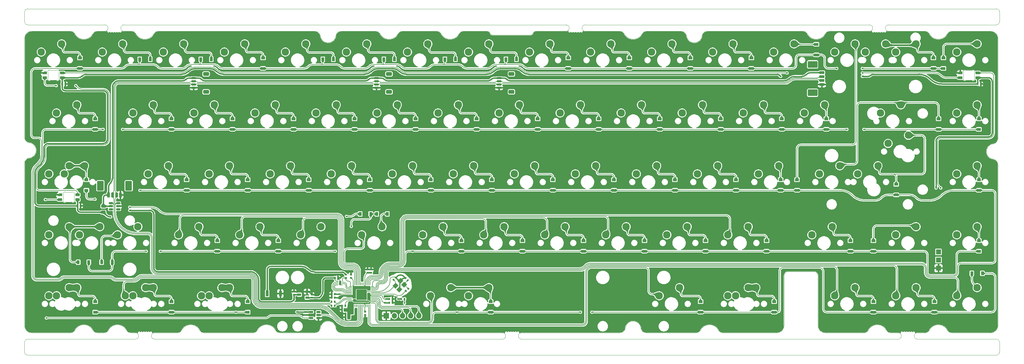
<source format=gbl>
G04 #@! TF.GenerationSoftware,KiCad,Pcbnew,(6.99.0-1912-g359c99991b)*
G04 #@! TF.CreationDate,2023-08-15T13:40:24+07:00*
G04 #@! TF.ProjectId,nyx,6e79782e-6b69-4636-9164-5f7063625858,2*
G04 #@! TF.SameCoordinates,Original*
G04 #@! TF.FileFunction,Copper,L2,Bot*
G04 #@! TF.FilePolarity,Positive*
%FSLAX46Y46*%
G04 Gerber Fmt 4.6, Leading zero omitted, Abs format (unit mm)*
G04 Created by KiCad (PCBNEW (6.99.0-1912-g359c99991b)) date 2023-08-15 13:40:24*
%MOMM*%
%LPD*%
G01*
G04 APERTURE LIST*
G04 Aperture macros list*
%AMRoundRect*
0 Rectangle with rounded corners*
0 $1 Rounding radius*
0 $2 $3 $4 $5 $6 $7 $8 $9 X,Y pos of 4 corners*
0 Add a 4 corners polygon primitive as box body*
4,1,4,$2,$3,$4,$5,$6,$7,$8,$9,$2,$3,0*
0 Add four circle primitives for the rounded corners*
1,1,$1+$1,$2,$3*
1,1,$1+$1,$4,$5*
1,1,$1+$1,$6,$7*
1,1,$1+$1,$8,$9*
0 Add four rect primitives between the rounded corners*
20,1,$1+$1,$2,$3,$4,$5,0*
20,1,$1+$1,$4,$5,$6,$7,0*
20,1,$1+$1,$6,$7,$8,$9,0*
20,1,$1+$1,$8,$9,$2,$3,0*%
%AMRotRect*
0 Rectangle, with rotation*
0 The origin of the aperture is its center*
0 $1 length*
0 $2 width*
0 $3 Rotation angle, in degrees counterclockwise*
0 Add horizontal line*
21,1,$1,$2,0,0,$3*%
%AMFreePoly0*
4,1,18,-0.350000,0.510000,-0.339343,0.563576,-0.308995,0.608995,-0.263576,0.639343,-0.210000,0.650000,0.210000,0.650000,0.263576,0.639343,0.308995,0.608995,0.339343,0.563576,0.350000,0.510000,0.350000,-0.510000,0.339343,-0.563576,0.308995,-0.608995,0.263576,-0.639343,0.210000,-0.650000,-0.210000,-0.650000,-0.350000,-0.510000,-0.350000,0.510000,-0.350000,0.510000,$1*%
%AMFreePoly1*
4,1,18,-0.410000,0.593000,-0.403758,0.624380,-0.385983,0.650983,-0.359380,0.668758,-0.328000,0.675000,0.328000,0.675000,0.359380,0.668758,0.385983,0.650983,0.403758,0.624380,0.410000,0.593000,0.410000,-0.593000,0.403758,-0.624380,0.385983,-0.650983,0.359380,-0.668758,0.328000,-0.675000,0.000000,-0.675000,-0.410000,-0.265000,-0.410000,0.593000,-0.410000,0.593000,$1*%
G04 Aperture macros list end*
G04 #@! TA.AperFunction,SMDPad,CuDef*
%ADD10R,0.900000X1.700000*%
G04 #@! TD*
G04 #@! TA.AperFunction,ComponentPad*
%ADD11C,2.300000*%
G04 #@! TD*
G04 #@! TA.AperFunction,SMDPad,CuDef*
%ADD12R,1.200000X0.900000*%
G04 #@! TD*
G04 #@! TA.AperFunction,SMDPad,CuDef*
%ADD13RoundRect,0.140000X-0.170000X0.140000X-0.170000X-0.140000X0.170000X-0.140000X0.170000X0.140000X0*%
G04 #@! TD*
G04 #@! TA.AperFunction,SMDPad,CuDef*
%ADD14RoundRect,0.140000X0.170000X-0.140000X0.170000X0.140000X-0.170000X0.140000X-0.170000X-0.140000X0*%
G04 #@! TD*
G04 #@! TA.AperFunction,SMDPad,CuDef*
%ADD15R,0.900000X1.200000*%
G04 #@! TD*
G04 #@! TA.AperFunction,SMDPad,CuDef*
%ADD16RoundRect,0.200000X0.600000X-0.200000X0.600000X0.200000X-0.600000X0.200000X-0.600000X-0.200000X0*%
G04 #@! TD*
G04 #@! TA.AperFunction,SMDPad,CuDef*
%ADD17RoundRect,0.250001X1.249999X-0.799999X1.249999X0.799999X-1.249999X0.799999X-1.249999X-0.799999X0*%
G04 #@! TD*
G04 #@! TA.AperFunction,SMDPad,CuDef*
%ADD18RoundRect,0.200000X-0.200000X-0.600000X0.200000X-0.600000X0.200000X0.600000X-0.200000X0.600000X0*%
G04 #@! TD*
G04 #@! TA.AperFunction,SMDPad,CuDef*
%ADD19RoundRect,0.250001X-0.799999X-1.249999X0.799999X-1.249999X0.799999X1.249999X-0.799999X1.249999X0*%
G04 #@! TD*
G04 #@! TA.AperFunction,SMDPad,CuDef*
%ADD20RoundRect,0.140000X-0.140000X-0.170000X0.140000X-0.170000X0.140000X0.170000X-0.140000X0.170000X0*%
G04 #@! TD*
G04 #@! TA.AperFunction,SMDPad,CuDef*
%ADD21RoundRect,0.140000X0.140000X0.170000X-0.140000X0.170000X-0.140000X-0.170000X0.140000X-0.170000X0*%
G04 #@! TD*
G04 #@! TA.AperFunction,ComponentPad*
%ADD22R,1.700000X1.700000*%
G04 #@! TD*
G04 #@! TA.AperFunction,ComponentPad*
%ADD23O,1.700000X1.700000*%
G04 #@! TD*
G04 #@! TA.AperFunction,SMDPad,CuDef*
%ADD24RoundRect,0.050000X-0.050000X0.387500X-0.050000X-0.387500X0.050000X-0.387500X0.050000X0.387500X0*%
G04 #@! TD*
G04 #@! TA.AperFunction,SMDPad,CuDef*
%ADD25RoundRect,0.050000X-0.387500X0.050000X-0.387500X-0.050000X0.387500X-0.050000X0.387500X0.050000X0*%
G04 #@! TD*
G04 #@! TA.AperFunction,ComponentPad*
%ADD26C,0.600000*%
G04 #@! TD*
G04 #@! TA.AperFunction,SMDPad,CuDef*
%ADD27RoundRect,0.144000X-1.456000X1.456000X-1.456000X-1.456000X1.456000X-1.456000X1.456000X1.456000X0*%
G04 #@! TD*
G04 #@! TA.AperFunction,SMDPad,CuDef*
%ADD28RoundRect,0.045000X0.055000X0.045000X-0.055000X0.045000X-0.055000X-0.045000X0.055000X-0.045000X0*%
G04 #@! TD*
G04 #@! TA.AperFunction,ComponentPad*
%ADD29C,0.500000*%
G04 #@! TD*
G04 #@! TA.AperFunction,SMDPad,CuDef*
%ADD30FreePoly0,180.000000*%
G04 #@! TD*
G04 #@! TA.AperFunction,SMDPad,CuDef*
%ADD31RoundRect,0.140000X0.021213X-0.219203X0.219203X-0.021213X-0.021213X0.219203X-0.219203X0.021213X0*%
G04 #@! TD*
G04 #@! TA.AperFunction,SMDPad,CuDef*
%ADD32RotRect,1.400000X1.200000X225.000000*%
G04 #@! TD*
G04 #@! TA.AperFunction,SMDPad,CuDef*
%ADD33RoundRect,0.135000X0.035355X-0.226274X0.226274X-0.035355X-0.035355X0.226274X-0.226274X0.035355X0*%
G04 #@! TD*
G04 #@! TA.AperFunction,SMDPad,CuDef*
%ADD34RoundRect,0.135000X-0.185000X0.135000X-0.185000X-0.135000X0.185000X-0.135000X0.185000X0.135000X0*%
G04 #@! TD*
G04 #@! TA.AperFunction,SMDPad,CuDef*
%ADD35RoundRect,0.082000X-0.593000X0.328000X-0.593000X-0.328000X0.593000X-0.328000X0.593000X0.328000X0*%
G04 #@! TD*
G04 #@! TA.AperFunction,SMDPad,CuDef*
%ADD36FreePoly1,270.000000*%
G04 #@! TD*
G04 #@! TA.AperFunction,SMDPad,CuDef*
%ADD37R,1.000000X0.800000*%
G04 #@! TD*
G04 #@! TA.AperFunction,SMDPad,CuDef*
%ADD38RoundRect,0.150000X-0.625000X0.150000X-0.625000X-0.150000X0.625000X-0.150000X0.625000X0.150000X0*%
G04 #@! TD*
G04 #@! TA.AperFunction,SMDPad,CuDef*
%ADD39RoundRect,0.250000X-0.650000X0.350000X-0.650000X-0.350000X0.650000X-0.350000X0.650000X0.350000X0*%
G04 #@! TD*
G04 #@! TA.AperFunction,SMDPad,CuDef*
%ADD40RoundRect,0.150000X0.512500X0.150000X-0.512500X0.150000X-0.512500X-0.150000X0.512500X-0.150000X0*%
G04 #@! TD*
G04 #@! TA.AperFunction,SMDPad,CuDef*
%ADD41RoundRect,0.135000X0.135000X0.185000X-0.135000X0.185000X-0.135000X-0.185000X0.135000X-0.185000X0*%
G04 #@! TD*
G04 #@! TA.AperFunction,SMDPad,CuDef*
%ADD42RoundRect,0.243750X-0.456250X0.243750X-0.456250X-0.243750X0.456250X-0.243750X0.456250X0.243750X0*%
G04 #@! TD*
G04 #@! TA.AperFunction,ComponentPad*
%ADD43R,1.524000X1.524000*%
G04 #@! TD*
G04 #@! TA.AperFunction,SMDPad,CuDef*
%ADD44RoundRect,0.135000X-0.135000X-0.185000X0.135000X-0.185000X0.135000X0.185000X-0.135000X0.185000X0*%
G04 #@! TD*
G04 #@! TA.AperFunction,SMDPad,CuDef*
%ADD45RoundRect,0.140000X0.219203X0.021213X0.021213X0.219203X-0.219203X-0.021213X-0.021213X-0.219203X0*%
G04 #@! TD*
G04 #@! TA.AperFunction,ViaPad*
%ADD46C,0.500000*%
G04 #@! TD*
G04 #@! TA.AperFunction,Conductor*
%ADD47C,0.200000*%
G04 #@! TD*
G04 #@! TA.AperFunction,Conductor*
%ADD48C,0.500000*%
G04 #@! TD*
G04 #@! TA.AperFunction,Conductor*
%ADD49C,1.500000*%
G04 #@! TD*
G04 #@! TA.AperFunction,Conductor*
%ADD50C,0.400000*%
G04 #@! TD*
G04 #@! TA.AperFunction,Conductor*
%ADD51C,0.180000*%
G04 #@! TD*
G04 #@! TA.AperFunction,Conductor*
%ADD52C,0.300000*%
G04 #@! TD*
G04 #@! TA.AperFunction,Profile*
%ADD53C,0.100000*%
G04 #@! TD*
G04 APERTURE END LIST*
D10*
X79849999Y-88999999D03*
X75749999Y-88999999D03*
D11*
X219537323Y-70644823D03*
X225887323Y-68104823D03*
X7606073Y-51594823D03*
X13956073Y-49054823D03*
X100474823Y-13494823D03*
X106824823Y-10954823D03*
X290974823Y-51594823D03*
X297324823Y-49054823D03*
X214774823Y-13494823D03*
X221124823Y-10954823D03*
X181437323Y-70644823D03*
X187787323Y-68104823D03*
X269543573Y-42069823D03*
X275893573Y-39529823D03*
X138574823Y-13494823D03*
X144924823Y-10954823D03*
X7606073Y-89694823D03*
X13956073Y-87154823D03*
X200487323Y-70644823D03*
X206837323Y-68104823D03*
X43324823Y-13494823D03*
X49674823Y-10954823D03*
X17131073Y-70644823D03*
X23481073Y-68104823D03*
X76662323Y-51594823D03*
X83012323Y-49054823D03*
X290974823Y-70644823D03*
X297324823Y-68104823D03*
X198106073Y-89694823D03*
X204456073Y-87154823D03*
X157624823Y-13494823D03*
X163974823Y-10954823D03*
X190962323Y-51594823D03*
X197312323Y-49054823D03*
X148099823Y-32544823D03*
X154449823Y-30004823D03*
X119524823Y-13494823D03*
X125874823Y-10954823D03*
X57612323Y-51594823D03*
X63962323Y-49054823D03*
X243349823Y-32544823D03*
X249699823Y-30004823D03*
X260018573Y-51594823D03*
X266368573Y-49054823D03*
X133812323Y-51594823D03*
X140162323Y-49054823D03*
X24274823Y-13494823D03*
X30624823Y-10954823D03*
X271924823Y-13494823D03*
X278274823Y-10954823D03*
X205249823Y-32544823D03*
X211599823Y-30004823D03*
X221918573Y-89694823D03*
X228268573Y-87154823D03*
X48087323Y-70644823D03*
X54437323Y-68104823D03*
X33799823Y-32544823D03*
X40149823Y-30004823D03*
X138574823Y-89694823D03*
X144924823Y-87154823D03*
X126668573Y-89694823D03*
X133018573Y-87154823D03*
X271924823Y-89694823D03*
X278274823Y-87154823D03*
X176674823Y-13494823D03*
X183024823Y-10954823D03*
X210012323Y-51594823D03*
X216362323Y-49054823D03*
X90949823Y-32544823D03*
X97299823Y-30004823D03*
X162387323Y-70644823D03*
X168737323Y-68104823D03*
X195724823Y-13494823D03*
X202074823Y-10954823D03*
X109999823Y-32544823D03*
X116349823Y-30004823D03*
X233824823Y-13494823D03*
X240174823Y-10954823D03*
X167149823Y-32544823D03*
X173499823Y-30004823D03*
X271924823Y-70644823D03*
X278274823Y-68104823D03*
X57612323Y-89694823D03*
X63962323Y-87154823D03*
X143337323Y-70644823D03*
X149687323Y-68104823D03*
X67137323Y-70644823D03*
X73487323Y-68104823D03*
X95712323Y-51594823D03*
X102062323Y-49054823D03*
X12368573Y-51594823D03*
X18718573Y-49054823D03*
X229062323Y-51594823D03*
X235412323Y-49054823D03*
X224299823Y-32544823D03*
X230649823Y-30004823D03*
X290974823Y-32544823D03*
X297324823Y-30004823D03*
X267162323Y-32544823D03*
X273512323Y-30004823D03*
X290974823Y-13494823D03*
X297324823Y-10954823D03*
X129049823Y-32544823D03*
X135399823Y-30004823D03*
X71899823Y-32544823D03*
X78249823Y-30004823D03*
X38562323Y-51594823D03*
X44912323Y-49054823D03*
X29037323Y-70644823D03*
X35387323Y-68104823D03*
X252874823Y-89694823D03*
X259224823Y-87154823D03*
X9987323Y-89694823D03*
X16337323Y-87154823D03*
X62374823Y-13494823D03*
X68724823Y-10954823D03*
X5224823Y-13494823D03*
X11574823Y-10954823D03*
X124287323Y-70644823D03*
X130637323Y-68104823D03*
X55231073Y-89694823D03*
X61581073Y-87154823D03*
X105237323Y-70644823D03*
X111587323Y-68104823D03*
X262399823Y-13494823D03*
X268749823Y-10954823D03*
X114762323Y-51594823D03*
X121112323Y-49054823D03*
X86187323Y-70644823D03*
X92537323Y-68104823D03*
X152862323Y-51594823D03*
X159212323Y-49054823D03*
X219537323Y-89694823D03*
X225887323Y-87154823D03*
X9987323Y-32544823D03*
X16337323Y-30004823D03*
X7606073Y-70644823D03*
X13956073Y-68104823D03*
X252874823Y-13494823D03*
X259224823Y-10954823D03*
X33799823Y-89694823D03*
X40149823Y-87154823D03*
X171912323Y-51594823D03*
X178262323Y-49054823D03*
X290974823Y-89694823D03*
X297324823Y-87154823D03*
X186199823Y-32544823D03*
X192549823Y-30004823D03*
X31418573Y-89694823D03*
X37768573Y-87154823D03*
X245731073Y-70644823D03*
X252081073Y-68104823D03*
X248112323Y-51594823D03*
X254462323Y-49054823D03*
X52849823Y-32544823D03*
X59199823Y-30004823D03*
X81424823Y-13494823D03*
X87774823Y-10954823D03*
D12*
X235974999Y-56722322D03*
X235974999Y-53422322D03*
X231594822Y-75772322D03*
X231594822Y-72472322D03*
D13*
X106300000Y-94720000D03*
X106300000Y-95680000D03*
D14*
X89700000Y-90300000D03*
X89700000Y-89340000D03*
D15*
X54999999Y-15749999D03*
X58299999Y-15749999D03*
D12*
X145869822Y-56722322D03*
X145869822Y-53422322D03*
X69669822Y-56722322D03*
X69669822Y-53422322D03*
D16*
X248875000Y-23675000D03*
X248875000Y-22425000D03*
X248875000Y-21175000D03*
X248875000Y-19925000D03*
D17*
X245975000Y-26225000D03*
X245975000Y-17375000D03*
D18*
X26209758Y-58192481D03*
X27459758Y-58192481D03*
X28709758Y-58192481D03*
X29959758Y-58192481D03*
D19*
X23659758Y-55292481D03*
X32509758Y-55292481D03*
D15*
X112149999Y-15749999D03*
X115449999Y-15749999D03*
D20*
X16525000Y-61600000D03*
X17485000Y-61600000D03*
D12*
X297899999Y-37672322D03*
X297899999Y-34372322D03*
X283982322Y-94822322D03*
X283982322Y-91522322D03*
X160157322Y-37672322D03*
X160157322Y-34372322D03*
D14*
X107034823Y-82480000D03*
X107034823Y-81520000D03*
X84100000Y-89350000D03*
X84100000Y-88390000D03*
D12*
X297899999Y-56722322D03*
X297899999Y-53422322D03*
D21*
X96814823Y-90300000D03*
X95854823Y-90300000D03*
D12*
X264932322Y-75772322D03*
X264932322Y-72472322D03*
D22*
X112919999Y-95949999D03*
D23*
X115459999Y-95949999D03*
X117999999Y-95949999D03*
X120539999Y-95949999D03*
X123079999Y-95949999D03*
D21*
X101180000Y-96400000D03*
X100220000Y-96400000D03*
D12*
X107769822Y-56722322D03*
X107769822Y-53422322D03*
X212544822Y-75772322D03*
X212544822Y-72472322D03*
X88719822Y-56722322D03*
X88719822Y-53422322D03*
X188732322Y-18622322D03*
X188732322Y-15322322D03*
X207782322Y-18622322D03*
X207782322Y-15322322D03*
D24*
X102584823Y-85949899D03*
X102984823Y-85949899D03*
X103384823Y-85949899D03*
X103784823Y-85949899D03*
X104184823Y-85949899D03*
X104584823Y-85949899D03*
X104984823Y-85949899D03*
X105384823Y-85949899D03*
X105784823Y-85949899D03*
X106184823Y-85949899D03*
X106584823Y-85949899D03*
X106984823Y-85949899D03*
X107384823Y-85949899D03*
X107784823Y-85949899D03*
D25*
X108622323Y-86787399D03*
X108622323Y-87187399D03*
X108622323Y-87587399D03*
X108622323Y-87987399D03*
X108622323Y-88387399D03*
X108622323Y-88787399D03*
X108622323Y-89187399D03*
X108622323Y-89587399D03*
X108622323Y-89987399D03*
X108622323Y-90387399D03*
X108622323Y-90787399D03*
X108622323Y-91187399D03*
X108622323Y-91587399D03*
X108622323Y-91987399D03*
D24*
X107784823Y-92824899D03*
X107384823Y-92824899D03*
X106984823Y-92824899D03*
X106584823Y-92824899D03*
X106184823Y-92824899D03*
X105784823Y-92824899D03*
X105384823Y-92824899D03*
X104984823Y-92824899D03*
X104584823Y-92824899D03*
X104184823Y-92824899D03*
X103784823Y-92824899D03*
X103384823Y-92824899D03*
X102984823Y-92824899D03*
X102584823Y-92824899D03*
D25*
X101747323Y-91987399D03*
X101747323Y-91587399D03*
X101747323Y-91187399D03*
X101747323Y-90787399D03*
X101747323Y-90387399D03*
X101747323Y-89987399D03*
X101747323Y-89587399D03*
X101747323Y-89187399D03*
X101747323Y-88787399D03*
X101747323Y-88387399D03*
X101747323Y-87987399D03*
X101747323Y-87587399D03*
X101747323Y-87187399D03*
X101747323Y-86787399D03*
D26*
X106459823Y-88112399D03*
X105184823Y-88112399D03*
X103909823Y-88112399D03*
X106459823Y-89387399D03*
X105184823Y-89387399D03*
D27*
X105184823Y-89387399D03*
D26*
X103909823Y-89387399D03*
X106459823Y-90662399D03*
X105184823Y-90662399D03*
X103909823Y-90662399D03*
D12*
X222069822Y-56722322D03*
X222069822Y-53422322D03*
X50619822Y-56722322D03*
X50619822Y-53422322D03*
D28*
X99150000Y-85100000D03*
X99150000Y-85500000D03*
X99150000Y-85900000D03*
X99150000Y-86300000D03*
X97850000Y-86300000D03*
X97850000Y-85900000D03*
X97850000Y-85500000D03*
X97850000Y-85100000D03*
D29*
X98500000Y-85700000D03*
D30*
X98499999Y-85699999D03*
D12*
X74432322Y-18622322D03*
X74432322Y-15322322D03*
D13*
X87800000Y-94750000D03*
X87800000Y-95710000D03*
D12*
X247149999Y-14399999D03*
X247149999Y-11099999D03*
D15*
X93099999Y-15749999D03*
X96399999Y-15749999D03*
D12*
X45857322Y-94822322D03*
X45857322Y-91522322D03*
D31*
X115210589Y-84689411D03*
X115889411Y-84010589D03*
D20*
X96890000Y-84100000D03*
X97850000Y-84100000D03*
D12*
X17282322Y-18622322D03*
X17282322Y-15322322D03*
X250259999Y-37672322D03*
X250259999Y-34372322D03*
D21*
X100080000Y-92868649D03*
X99120000Y-92868649D03*
D12*
X103007322Y-37672322D03*
X103007322Y-34372322D03*
D32*
X118528857Y-86223222D03*
X116973222Y-87778857D03*
X115771141Y-86576776D03*
X117326776Y-85021141D03*
D12*
X285299999Y-37672322D03*
X285299999Y-34372322D03*
D15*
X27349999Y-79199999D03*
X24049999Y-79199999D03*
D12*
X198257322Y-37672322D03*
X198257322Y-34372322D03*
X122057322Y-37672322D03*
X122057322Y-34372322D03*
D15*
X109949999Y-64099999D03*
X113249999Y-64099999D03*
D12*
X145499999Y-94822322D03*
X145499999Y-91522322D03*
D33*
X119010833Y-88185551D03*
X119732081Y-87464303D03*
D12*
X193494822Y-75772322D03*
X193494822Y-72472322D03*
X236357322Y-37672322D03*
X236357322Y-34372322D03*
X83957322Y-37672322D03*
X83957322Y-34372322D03*
D15*
X131199999Y-15749999D03*
X134499999Y-15749999D03*
D12*
X264932322Y-94822322D03*
X264932322Y-91522322D03*
X79194822Y-75772322D03*
X79194822Y-72472322D03*
D34*
X100300000Y-83090000D03*
X100300000Y-84110000D03*
D21*
X101180000Y-95268649D03*
X100220000Y-95268649D03*
D12*
X69669822Y-94822322D03*
X69669822Y-91522322D03*
X283699999Y-18622322D03*
X283699999Y-15322322D03*
X155394822Y-75772322D03*
X155394822Y-72472322D03*
X286799999Y-18622322D03*
X286799999Y-15322322D03*
D20*
X113854823Y-91868649D03*
X114814823Y-91868649D03*
D12*
X60144822Y-75772322D03*
X60144822Y-72472322D03*
X141107322Y-37672322D03*
X141107322Y-34372322D03*
X203019822Y-56722322D03*
X203019822Y-53422322D03*
X22044822Y-94822322D03*
X22044822Y-91522322D03*
D35*
X16525000Y-59634823D03*
X16525000Y-58134823D03*
X11075000Y-59634823D03*
D36*
X11074999Y-58134822D03*
D15*
X150249999Y-15749999D03*
X153549999Y-15749999D03*
D37*
X88199999Y-88400000D03*
X88199999Y-90299999D03*
X85799999Y-89349999D03*
D12*
X136344822Y-75772322D03*
X136344822Y-72472322D03*
X126819822Y-56722322D03*
X126819822Y-53422322D03*
X241119822Y-56722322D03*
X241119822Y-53422322D03*
D20*
X11759823Y-23500000D03*
X12719823Y-23500000D03*
D12*
X272076072Y-58149999D03*
X272076072Y-54849999D03*
D15*
X108049999Y-64099999D03*
X104749999Y-64099999D03*
D35*
X297509823Y-21534823D03*
X297509823Y-20034823D03*
X292059823Y-21534823D03*
D36*
X292059822Y-20034822D03*
D38*
X52800000Y-21650000D03*
X52800000Y-22650000D03*
X52800000Y-23650000D03*
X52800000Y-24650000D03*
D39*
X56675000Y-20350000D03*
X56675000Y-25950000D03*
D40*
X29222500Y-60750000D03*
X29222500Y-61700000D03*
X29222500Y-62650000D03*
X26947500Y-62650000D03*
X26947500Y-61700000D03*
X26947500Y-60750000D03*
D12*
X257788572Y-75772322D03*
X257788572Y-72472322D03*
D41*
X96844823Y-92800000D03*
X95824823Y-92800000D03*
D12*
X210999999Y-94822322D03*
X210999999Y-91522322D03*
D42*
X24600000Y-61700000D03*
X24600000Y-63575000D03*
D38*
X109875000Y-21650000D03*
X109875000Y-22650000D03*
X109875000Y-23650000D03*
X109875000Y-24650000D03*
D39*
X113750000Y-20350000D03*
X113750000Y-25950000D03*
D12*
X64907322Y-37672322D03*
X64907322Y-34372322D03*
X297899999Y-75772322D03*
X297899999Y-72472322D03*
X22044822Y-37672322D03*
X22044822Y-34372322D03*
D43*
X285249999Y-75999999D03*
X285249999Y-78499999D03*
X285249999Y-81099999D03*
D21*
X100080000Y-94022323D03*
X99120000Y-94022323D03*
D20*
X113854823Y-90700000D03*
X114814823Y-90700000D03*
D14*
X108200000Y-82480000D03*
X108200000Y-81520000D03*
D15*
X35949999Y-15749999D03*
X39249999Y-15749999D03*
X20049999Y-79199999D03*
X16749999Y-79199999D03*
D12*
X217307322Y-37672322D03*
X217307322Y-34372322D03*
X183969822Y-56722322D03*
X183969822Y-53422322D03*
D40*
X91737500Y-94750000D03*
X91737500Y-95700000D03*
X91737500Y-96650000D03*
X89462500Y-96650000D03*
X89462500Y-94750000D03*
D12*
X45857322Y-37672322D03*
X45857322Y-34372322D03*
X179207322Y-37672322D03*
X179207322Y-34372322D03*
D35*
X11759823Y-21534823D03*
X11759823Y-20034823D03*
X6309823Y-21534823D03*
D36*
X6309822Y-20034822D03*
D12*
X19299999Y-56722322D03*
X19299999Y-53422322D03*
D15*
X298974999Y-82699999D03*
X295674999Y-82699999D03*
D41*
X96844823Y-91600000D03*
X95824823Y-91600000D03*
D12*
X226832322Y-18622322D03*
X226832322Y-15322322D03*
X164919822Y-56722322D03*
X164919822Y-53422322D03*
D38*
X148100000Y-21650000D03*
X148100000Y-22650000D03*
X148100000Y-23650000D03*
X148100000Y-24650000D03*
D39*
X151975000Y-20350000D03*
X151975000Y-25950000D03*
D21*
X96814823Y-89187399D03*
X95854823Y-89187399D03*
D14*
X101900000Y-84080000D03*
X101900000Y-83120000D03*
D44*
X117590000Y-90700000D03*
X118610000Y-90700000D03*
D20*
X297509823Y-23500000D03*
X298469823Y-23500000D03*
D12*
X169682322Y-18622322D03*
X169682322Y-15322322D03*
X174444822Y-75772322D03*
X174444822Y-72472322D03*
X233976072Y-94822322D03*
X233976072Y-91522322D03*
D45*
X119604570Y-84874233D03*
X118925748Y-84195411D03*
D46*
X253500000Y-18622323D03*
X261500000Y-18622323D03*
X256700000Y-37672323D03*
X30600000Y-37672323D03*
X262000000Y-37672323D03*
X24500000Y-37672323D03*
X22000000Y-59500000D03*
X36000000Y-56722323D03*
X42400000Y-75772323D03*
X121100000Y-75772323D03*
X38000000Y-75772323D03*
X96975000Y-75772323D03*
X102000000Y-68000000D03*
X135000000Y-94822323D03*
X173500000Y-94822323D03*
X66000000Y-94822323D03*
X177100000Y-94822323D03*
X32850000Y-62000000D03*
X100500000Y-64875000D03*
X285000000Y-21700000D03*
X94650000Y-88000000D03*
X5500000Y-58100000D03*
X96650000Y-18700000D03*
X21100000Y-23000000D03*
X121500000Y-78500000D03*
X102650000Y-96250000D03*
X5800000Y-29800000D03*
X116900000Y-92000000D03*
X16300000Y-50900000D03*
X106250000Y-96800000D03*
X129250000Y-18700000D03*
X224750000Y-77700000D03*
X91150000Y-18700000D03*
X21400000Y-57800000D03*
X137650000Y-78650000D03*
X251200000Y-77700000D03*
X134750000Y-18700000D03*
X34000000Y-18700000D03*
X39500000Y-18700000D03*
X205800000Y-77800000D03*
X276700000Y-77650000D03*
X107500000Y-87400000D03*
X107500000Y-89300000D03*
X116500000Y-90700000D03*
X92000000Y-90300000D03*
X98400000Y-90300000D03*
X112800000Y-90700000D03*
X107334823Y-91422323D03*
X102887057Y-91191834D03*
X112334823Y-91868649D03*
X98400000Y-89187399D03*
X26900000Y-65050000D03*
X32850000Y-63000000D03*
X236000000Y-21100000D03*
X284500000Y-56000000D03*
X84100000Y-90900000D03*
X261500000Y-21100000D03*
X85000000Y-94750000D03*
X118610000Y-92000000D03*
X286000000Y-56000000D03*
X9900000Y-24000000D03*
X16000000Y-24000000D03*
X6800000Y-96650000D03*
X6500000Y-59634823D03*
X238000000Y-20034823D03*
X261500000Y-20034823D03*
D47*
X2831241Y-84425536D02*
X2874464Y-84468759D01*
X35280761Y-17400000D02*
X40029401Y-17400000D01*
X95172671Y-94377415D02*
X97801850Y-97006594D01*
X253500000Y-18622323D02*
X250919379Y-18622323D01*
X130530761Y-17400000D02*
X135279401Y-17400000D01*
X71184000Y-83986347D02*
X71211306Y-84013653D01*
X147220599Y-17400000D02*
X149580761Y-17400000D01*
X72207142Y-92228094D02*
X72394077Y-92415029D01*
X107546030Y-18000431D02*
X107524569Y-18021892D01*
X149580761Y-17400000D02*
X154379401Y-17400000D01*
X17282323Y-18622323D02*
X29950000Y-18622323D01*
X116154401Y-17400000D02*
X111480761Y-17400000D01*
X32870599Y-17400000D02*
X35280761Y-17400000D01*
X49000000Y-18622323D02*
X42950000Y-18622323D01*
X62000000Y-18622323D02*
X74432323Y-18622323D01*
X145771030Y-18000431D02*
X145749569Y-18021892D01*
X104201953Y-97958497D02*
X104233351Y-97927099D01*
X207782323Y-18622323D02*
X226832323Y-18622323D01*
X35330563Y-84263733D02*
X35358990Y-84235306D01*
X111940381Y-17209619D02*
X111959620Y-17190380D01*
X144300000Y-18622323D02*
X138200000Y-18622323D01*
X74432323Y-18622323D02*
X87100000Y-18622323D01*
X119075000Y-18622323D02*
X125200000Y-18622323D01*
X131200000Y-16730761D02*
X131200000Y-15750000D01*
X169682323Y-18622323D02*
X157300000Y-18622323D01*
X126649569Y-18021892D02*
X126671030Y-18000431D01*
X92890381Y-17209619D02*
X92909620Y-17190380D01*
X93100000Y-16730761D02*
X93100000Y-15750000D01*
X261500000Y-18622323D02*
X283700000Y-18622323D01*
X41478970Y-18000431D02*
X41500431Y-18021892D01*
X100948475Y-98309969D02*
X103353425Y-98309969D01*
X98650431Y-18021892D02*
X98628970Y-18000431D01*
X3793703Y-84849520D02*
X10585587Y-84849520D01*
X2100000Y-19846576D02*
X2100000Y-39336266D01*
X27550630Y-84444926D02*
X27559817Y-84454113D01*
X169682323Y-18622323D02*
X188732323Y-18622323D01*
X71548133Y-84826826D02*
X71548133Y-90637104D01*
X248776728Y-14400000D02*
X247150000Y-14400000D01*
X150250000Y-16730761D02*
X150250000Y-15750000D01*
X155850431Y-18021892D02*
X155828970Y-18000431D01*
X150040381Y-17209619D02*
X150059620Y-17190380D01*
X54330761Y-17400000D02*
X59079401Y-17400000D01*
X17282323Y-18622323D02*
X3324253Y-18622323D01*
X250070851Y-18270851D02*
X250051472Y-18251472D01*
X51920599Y-17400000D02*
X54330761Y-17400000D01*
X111480761Y-17400000D02*
X108995599Y-17400000D01*
X240492462Y-18307538D02*
X240485215Y-18314785D01*
X88549569Y-18021892D02*
X88571030Y-18000431D01*
X128120599Y-17400000D02*
X130530761Y-17400000D01*
X136728970Y-18000431D02*
X136750431Y-18021892D01*
X283700000Y-18622323D02*
X286800000Y-18622323D01*
X5250480Y-41181851D02*
X5250480Y-45906879D01*
X11540181Y-84454114D02*
X11549370Y-84444925D01*
X239742753Y-18622323D02*
X226832323Y-18622323D01*
X117625431Y-18021892D02*
X117603970Y-18000431D01*
X50449569Y-18021892D02*
X50471030Y-18000431D01*
X55000000Y-16730761D02*
X55000000Y-15750000D01*
X4371800Y-48028200D02*
X3329160Y-49070840D01*
X241086396Y-14663604D02*
X241063604Y-14686396D01*
X12503964Y-84049520D02*
X26596036Y-84049520D01*
X130990381Y-17209619D02*
X131009620Y-17190380D01*
X60528970Y-18000431D02*
X60550431Y-18021892D01*
X188732323Y-18622323D02*
X207782323Y-18622323D01*
X2475725Y-18973795D02*
X2451472Y-18998048D01*
X249436396Y-14686876D02*
X249413124Y-14663604D01*
X90020599Y-17400000D02*
X92430761Y-17400000D01*
X36773203Y-83649520D02*
X70370827Y-83649520D01*
X112150000Y-16730761D02*
X112150000Y-15750000D01*
X97179401Y-17400000D02*
X92430761Y-17400000D01*
X31399569Y-18021892D02*
X31421030Y-18000431D01*
X247150000Y-14400000D02*
X241722792Y-14400000D01*
X104584823Y-97078571D02*
X104584823Y-92824899D01*
X2450481Y-51192160D02*
X2450480Y-83506297D01*
X3113254Y-40349520D02*
X4418149Y-40349520D01*
X106075000Y-18622323D02*
X100100000Y-18622323D01*
X35740381Y-17209619D02*
X35759620Y-17190380D01*
X249700000Y-17402944D02*
X249700000Y-15323272D01*
X2392893Y-40043373D02*
X2406147Y-40056627D01*
X73985068Y-93074039D02*
X92026046Y-93074040D01*
X54790381Y-17209619D02*
X54809620Y-17190380D01*
X240800000Y-15322792D02*
X240800000Y-17565076D01*
X4983835Y-40583835D02*
X5016166Y-40616166D01*
X35950000Y-16730761D02*
X35950000Y-15750000D01*
X28514411Y-84849519D02*
X33916349Y-84849520D01*
X3324253Y-18622321D02*
G75*
G03*
X2475725Y-18973795I7J-1200009D01*
G01*
X92909639Y-17190399D02*
G75*
G03*
X93100000Y-16730761I-459639J459599D01*
G01*
X95172640Y-94377446D02*
G75*
G03*
X92026046Y-93074040I-3146640J-3146554D01*
G01*
X103353425Y-98309995D02*
G75*
G03*
X104201953Y-97958497I-25J1199995D01*
G01*
X72394085Y-92415021D02*
G75*
G03*
X73985068Y-93074039I1591015J1591021D01*
G01*
X90020599Y-17400000D02*
G75*
G03*
X88571031Y-18000432I1J-2050000D01*
G01*
X131009639Y-17190399D02*
G75*
G03*
X131200000Y-16730761I-459639J459599D01*
G01*
X136728969Y-18000432D02*
G75*
G03*
X135279401Y-17400000I-1449569J-1449568D01*
G01*
X150059639Y-17190399D02*
G75*
G03*
X150250000Y-16730761I-459639J459599D01*
G01*
X49000000Y-18622316D02*
G75*
G03*
X50449569Y-18021892I0J2050016D01*
G01*
X147220599Y-17400000D02*
G75*
G03*
X145771031Y-18000432I1J-2050000D01*
G01*
X2406147Y-40056627D02*
G75*
G03*
X3113254Y-40349520I707103J707097D01*
G01*
X41500426Y-18021897D02*
G75*
G03*
X42950000Y-18622323I1449574J1449597D01*
G01*
X71548105Y-84826826D02*
G75*
G03*
X71211306Y-84013653I-1150005J26D01*
G01*
X60550426Y-18021897D02*
G75*
G03*
X62000000Y-18622323I1449574J1449597D01*
G01*
X2451474Y-18998050D02*
G75*
G03*
X2100000Y-19846576I848526J-848530D01*
G01*
X125200000Y-18622316D02*
G75*
G03*
X126649569Y-18021892I0J2050016D01*
G01*
X2874459Y-84468764D02*
G75*
G03*
X3793703Y-84849520I919241J919264D01*
G01*
X32870599Y-17400000D02*
G75*
G03*
X31421031Y-18000432I1J-2050000D01*
G01*
X241063608Y-14686400D02*
G75*
G03*
X240800000Y-15322792I636392J-636400D01*
G01*
X4983837Y-40583833D02*
G75*
G03*
X4418149Y-40349520I-565687J-565697D01*
G01*
X2450488Y-83506297D02*
G75*
G03*
X2831241Y-84425536I1300012J-3D01*
G01*
X250070857Y-18270845D02*
G75*
G03*
X250919379Y-18622323I848543J848545D01*
G01*
X60528969Y-18000432D02*
G75*
G03*
X59079401Y-17400000I-1449569J-1449568D01*
G01*
X249700019Y-15323272D02*
G75*
G03*
X249436396Y-14686876I-900019J-28D01*
G01*
X106075000Y-18622316D02*
G75*
G03*
X107524569Y-18021892I0J2050016D01*
G01*
X128120599Y-17400000D02*
G75*
G03*
X126671031Y-18000432I1J-2050000D01*
G01*
X10585587Y-84849504D02*
G75*
G03*
X11540180Y-84454113I13J1350004D01*
G01*
X27559807Y-84454123D02*
G75*
G03*
X28514411Y-84849519I954593J954623D01*
G01*
X108995599Y-17400000D02*
G75*
G03*
X107546031Y-18000432I1J-2050000D01*
G01*
X35759639Y-17190399D02*
G75*
G03*
X35950000Y-16730761I-459639J459599D01*
G01*
X54809639Y-17190399D02*
G75*
G03*
X55000000Y-16730761I-459639J459599D01*
G01*
X2100000Y-39336266D02*
G75*
G03*
X2392893Y-40043373I999990J-4D01*
G01*
X71548121Y-90637104D02*
G75*
G03*
X72207143Y-92228093I2249979J4D01*
G01*
X239742753Y-18622282D02*
G75*
G03*
X240485214Y-18314784I47J1049982D01*
G01*
X29950000Y-18622316D02*
G75*
G03*
X31399569Y-18021892I0J2050016D01*
G01*
X5250520Y-41181851D02*
G75*
G03*
X5016166Y-40616166I-800020J-49D01*
G01*
X104233370Y-97927118D02*
G75*
G03*
X104584823Y-97078571I-848570J848518D01*
G01*
X36773203Y-83649517D02*
G75*
G03*
X35358990Y-84235306I-3J-1999983D01*
G01*
X71183982Y-83986365D02*
G75*
G03*
X70370827Y-83649520I-813182J-813135D01*
G01*
X240492474Y-18307550D02*
G75*
G03*
X240800000Y-17565076I-742474J742450D01*
G01*
X155828969Y-18000432D02*
G75*
G03*
X154379401Y-17400000I-1449569J-1449568D01*
G01*
X130530761Y-17399972D02*
G75*
G03*
X130990381Y-17209619I39J649972D01*
G01*
X111959639Y-17190399D02*
G75*
G03*
X112150000Y-16730761I-459639J459599D01*
G01*
X3329160Y-49070840D02*
G75*
G03*
X2450481Y-51192160I2121320J-2121320D01*
G01*
X111480761Y-17399972D02*
G75*
G03*
X111940381Y-17209619I39J649972D01*
G01*
X33916349Y-84849548D02*
G75*
G03*
X35330563Y-84263733I-49J2000048D01*
G01*
X149580761Y-17399972D02*
G75*
G03*
X150040381Y-17209619I39J649972D01*
G01*
X41478969Y-18000432D02*
G75*
G03*
X40029401Y-17400000I-1449569J-1449568D01*
G01*
X117625426Y-18021897D02*
G75*
G03*
X119075000Y-18622323I1449574J1449597D01*
G01*
X136750426Y-18021897D02*
G75*
G03*
X138200000Y-18622323I1449574J1449597D01*
G01*
X241722792Y-14399995D02*
G75*
G03*
X241086396Y-14663604I8J-900005D01*
G01*
X92430761Y-17399972D02*
G75*
G03*
X92890381Y-17209619I39J649972D01*
G01*
X249413110Y-14663618D02*
G75*
G03*
X248776728Y-14400000I-636410J-636382D01*
G01*
X144300000Y-18622316D02*
G75*
G03*
X145749569Y-18021892I0J2050016D01*
G01*
X54330761Y-17399972D02*
G75*
G03*
X54790381Y-17209619I39J649972D01*
G01*
X98650426Y-18021897D02*
G75*
G03*
X100100000Y-18622323I1449574J1449597D01*
G01*
X97801869Y-97006575D02*
G75*
G03*
X100948475Y-98309969I3146631J3146575D01*
G01*
X4371800Y-48028200D02*
G75*
G03*
X5250480Y-45906879I-2121320J2121320D01*
G01*
X87100000Y-18622316D02*
G75*
G03*
X88549569Y-18021892I0J2050016D01*
G01*
X27550608Y-84444948D02*
G75*
G03*
X26596036Y-84049520I-954608J-954552D01*
G01*
X249699970Y-17402944D02*
G75*
G03*
X250051473Y-18251471I1200030J44D01*
G01*
X98628969Y-18000432D02*
G75*
G03*
X97179401Y-17400000I-1449569J-1449568D01*
G01*
X51920599Y-17400000D02*
G75*
G03*
X50471031Y-18000432I1J-2050000D01*
G01*
X117603969Y-18000432D02*
G75*
G03*
X116154401Y-17400000I-1449569J-1449568D01*
G01*
X35280761Y-17399972D02*
G75*
G03*
X35740381Y-17209619I39J649972D01*
G01*
X12503964Y-84049489D02*
G75*
G03*
X11549371Y-84444926I36J-1350011D01*
G01*
X155850426Y-18021897D02*
G75*
G03*
X157300000Y-18622323I1449574J1449597D01*
G01*
X17034315Y-13834315D02*
X17048009Y-13848009D01*
X17282323Y-14413694D02*
X17282323Y-15322323D01*
X12190381Y-13390381D02*
X12209620Y-13409620D01*
X11574823Y-10954823D02*
X12000000Y-11380000D01*
X12000000Y-11380000D02*
X12000000Y-12930761D01*
X12669239Y-13600000D02*
X16468629Y-13600000D01*
X17282320Y-14413694D02*
G75*
G03*
X17048009Y-13848009I-800020J-6D01*
G01*
X17034300Y-13834330D02*
G75*
G03*
X16468629Y-13600000I-565700J-565670D01*
G01*
X12000028Y-12930761D02*
G75*
G03*
X12190381Y-13390381I649972J-39D01*
G01*
X12209601Y-13409639D02*
G75*
G03*
X12669239Y-13600000I459599J459639D01*
G01*
X31298959Y-13401041D02*
X31301041Y-13403123D01*
X39250000Y-14414824D02*
X39250000Y-15750000D01*
X31902082Y-13652082D02*
X38487258Y-13652082D01*
X31050000Y-11380000D02*
X31050000Y-12800000D01*
X39017588Y-13871752D02*
X39030330Y-13884494D01*
X30624823Y-10954823D02*
X31050000Y-11380000D01*
X31301054Y-13403110D02*
G75*
G03*
X31902082Y-13652082I601046J601010D01*
G01*
X39249982Y-14414824D02*
G75*
G03*
X39030329Y-13884495I-749982J24D01*
G01*
X31050000Y-12800000D02*
G75*
G03*
X31298959Y-13401041I850000J0D01*
G01*
X39017613Y-13871727D02*
G75*
G03*
X38487258Y-13652082I-530313J-530373D01*
G01*
X58300000Y-14414824D02*
X58300000Y-15750000D01*
X50348959Y-13401041D02*
X50351041Y-13403123D01*
X58067588Y-13871752D02*
X58080330Y-13884494D01*
X50100000Y-11380000D02*
X50100000Y-12800000D01*
X49674823Y-10954823D02*
X50100000Y-11380000D01*
X50952082Y-13652082D02*
X57537258Y-13652082D01*
X58067613Y-13871727D02*
G75*
G03*
X57537258Y-13652082I-530313J-530373D01*
G01*
X50100000Y-12800000D02*
G75*
G03*
X50348959Y-13401041I850000J0D01*
G01*
X50351054Y-13403110D02*
G75*
G03*
X50952082Y-13652082I601046J601010D01*
G01*
X58299982Y-14414824D02*
G75*
G03*
X58080329Y-13884495I-749982J24D01*
G01*
X69340381Y-13390381D02*
X69359620Y-13409620D01*
X68724823Y-10954823D02*
X69150000Y-11380000D01*
X69819239Y-13600000D02*
X73618629Y-13600000D01*
X74184315Y-13834315D02*
X74198009Y-13848009D01*
X69150000Y-11380000D02*
X69150000Y-12930761D01*
X74432323Y-14413694D02*
X74432323Y-15322323D01*
X69150028Y-12930761D02*
G75*
G03*
X69340381Y-13390381I649972J-39D01*
G01*
X74184300Y-13834330D02*
G75*
G03*
X73618629Y-13600000I-565700J-565670D01*
G01*
X69359601Y-13409639D02*
G75*
G03*
X69819239Y-13600000I459599J459639D01*
G01*
X74432320Y-14413694D02*
G75*
G03*
X74198009Y-13848009I-800020J-6D01*
G01*
X88448959Y-13401041D02*
X88451041Y-13403123D01*
X96400000Y-14414824D02*
X96400000Y-15750000D01*
X88200000Y-11380000D02*
X88200000Y-12800000D01*
X89052082Y-13652082D02*
X95637258Y-13652082D01*
X96167588Y-13871752D02*
X96180330Y-13884494D01*
X87774823Y-10954823D02*
X88200000Y-11380000D01*
X88451054Y-13403110D02*
G75*
G03*
X89052082Y-13652082I601046J601010D01*
G01*
X88200000Y-12800000D02*
G75*
G03*
X88448959Y-13401041I850000J0D01*
G01*
X96399982Y-14414824D02*
G75*
G03*
X96180329Y-13884495I-749982J24D01*
G01*
X96167613Y-13871727D02*
G75*
G03*
X95637258Y-13652082I-530313J-530373D01*
G01*
X107250000Y-11380000D02*
X106824823Y-10954823D01*
X107250000Y-12800000D02*
X107250000Y-11380000D01*
X114687258Y-13652082D02*
X108102082Y-13652082D01*
X115450000Y-15750000D02*
X115450000Y-14414824D01*
X107501041Y-13403123D02*
X107498959Y-13401041D01*
X115230330Y-13884494D02*
X115217588Y-13871752D01*
X107250000Y-12800000D02*
G75*
G03*
X107498959Y-13401041I850000J0D01*
G01*
X115449982Y-14414824D02*
G75*
G03*
X115230329Y-13884495I-749982J24D01*
G01*
X107501054Y-13403110D02*
G75*
G03*
X108102082Y-13652082I601046J601010D01*
G01*
X115217613Y-13871727D02*
G75*
G03*
X114687258Y-13652082I-530313J-530373D01*
G01*
X26740812Y-83700000D02*
X12359188Y-83700000D01*
X27704594Y-84104594D02*
X27695406Y-84095406D01*
X45857323Y-37672323D02*
X64907323Y-37672323D01*
X2800000Y-83485786D02*
X2800000Y-51336937D01*
X45857323Y-37672323D02*
X30600000Y-37672323D01*
X122057323Y-37672323D02*
X141107323Y-37672323D01*
X72626722Y-92153378D02*
X72468795Y-91995451D01*
X70397043Y-83300000D02*
X36628427Y-83300000D01*
X103277208Y-97960450D02*
X101097996Y-97960450D01*
X97951371Y-96657075D02*
X95322191Y-94027895D01*
X35214213Y-83885787D02*
X35185786Y-83914214D01*
X92175566Y-92724520D02*
X74005580Y-92724520D01*
X141107323Y-37672323D02*
X160157323Y-37672323D01*
X103921219Y-97689231D02*
X103913604Y-97696846D01*
X33771573Y-84500000D02*
X28659188Y-84500000D01*
X5599999Y-46051656D02*
X5600000Y-38734915D01*
X285300000Y-37672323D02*
X297900000Y-37672323D01*
X217307323Y-37672323D02*
X236357323Y-37672323D01*
X5907538Y-37992453D02*
X5920130Y-37979861D01*
X10440812Y-84500000D02*
X3814214Y-84500000D01*
X6662592Y-37672323D02*
X22044823Y-37672323D01*
X103007323Y-37672323D02*
X122057323Y-37672323D01*
X3107107Y-84207107D02*
X3092893Y-84192893D01*
X3678680Y-49215616D02*
X4721320Y-48172976D01*
X71897653Y-90616593D02*
X71897653Y-84800610D01*
X179207323Y-37672323D02*
X198257323Y-37672323D01*
X64907323Y-37672323D02*
X83957323Y-37672323D01*
X83957323Y-37672323D02*
X103007323Y-37672323D01*
X160157323Y-37672323D02*
X179207323Y-37672323D01*
X11404594Y-84095406D02*
X11395406Y-84104594D01*
X71472958Y-83775305D02*
X71422348Y-83724695D01*
X236357323Y-37672323D02*
X250260000Y-37672323D01*
X104184823Y-92824899D02*
X104184823Y-97052835D01*
X250260000Y-37672323D02*
X256700000Y-37672323D01*
X198257323Y-37672323D02*
X217307323Y-37672323D01*
X285300000Y-37672323D02*
X262000000Y-37672323D01*
X22044823Y-37672323D02*
X24500000Y-37672323D01*
X71897659Y-84800610D02*
G75*
G03*
X71472957Y-83775306I-1449959J10D01*
G01*
X6662592Y-37672311D02*
G75*
G03*
X5920130Y-37979861I8J-1049989D01*
G01*
X4721322Y-48172978D02*
G75*
G03*
X5599999Y-46051656I-2121322J2121318D01*
G01*
X72626728Y-92153372D02*
G75*
G03*
X74005580Y-92724520I1378872J1378872D01*
G01*
X27704600Y-84104588D02*
G75*
G03*
X28659188Y-84500000I954600J954588D01*
G01*
X103277208Y-97960470D02*
G75*
G03*
X103913604Y-97696846I-8J899970D01*
G01*
X12359188Y-83699992D02*
G75*
G03*
X11404594Y-84095406I12J-1350008D01*
G01*
X97951383Y-96657063D02*
G75*
G03*
X101097996Y-97960450I3146617J3146563D01*
G01*
X95322204Y-94027882D02*
G75*
G03*
X92175566Y-92724520I-3146604J-3146618D01*
G01*
X27695400Y-84095412D02*
G75*
G03*
X26740812Y-83700000I-954600J-954588D01*
G01*
X5907530Y-37992445D02*
G75*
G03*
X5600000Y-38734915I742470J-742455D01*
G01*
X2800010Y-83485786D02*
G75*
G03*
X3092893Y-84192893I999990J-14D01*
G01*
X103921206Y-97689218D02*
G75*
G03*
X104184823Y-97052835I-636406J636418D01*
G01*
X36628427Y-83300020D02*
G75*
G03*
X35214214Y-83885788I-27J-1999980D01*
G01*
X71897673Y-90616593D02*
G75*
G03*
X72468796Y-91995450I1950027J-7D01*
G01*
X71422326Y-83724717D02*
G75*
G03*
X70397043Y-83300000I-1025326J-1025283D01*
G01*
X3107100Y-84207114D02*
G75*
G03*
X3814214Y-84500000I707100J707114D01*
G01*
X10440812Y-84500008D02*
G75*
G03*
X11395406Y-84104594I-12J1350008D01*
G01*
X33771573Y-84499980D02*
G75*
G03*
X35185785Y-83914213I27J1999980D01*
G01*
X3678682Y-49215618D02*
G75*
G03*
X2800000Y-51336937I2121318J-2121322D01*
G01*
X126300000Y-11380000D02*
X126300000Y-12800000D01*
X127152082Y-13652082D02*
X133737258Y-13652082D01*
X134267588Y-13871752D02*
X134280330Y-13884494D01*
X125874823Y-10954823D02*
X126300000Y-11380000D01*
X126548959Y-13401041D02*
X126551041Y-13403123D01*
X134500000Y-14414824D02*
X134500000Y-15750000D01*
X134499982Y-14414824D02*
G75*
G03*
X134280329Y-13884495I-749982J24D01*
G01*
X126551054Y-13403110D02*
G75*
G03*
X127152082Y-13652082I601046J601010D01*
G01*
X126300000Y-12800000D02*
G75*
G03*
X126548959Y-13401041I850000J0D01*
G01*
X134267613Y-13871727D02*
G75*
G03*
X133737258Y-13652082I-530313J-530373D01*
G01*
X152787258Y-13652082D02*
X146202082Y-13652082D01*
X145350000Y-11380000D02*
X144924823Y-10954823D01*
X153550000Y-15750000D02*
X153550000Y-14414824D01*
X145601041Y-13403123D02*
X145598959Y-13401041D01*
X145350000Y-12800000D02*
X145350000Y-11380000D01*
X153330330Y-13884494D02*
X153317588Y-13871752D01*
X153549982Y-14414824D02*
G75*
G03*
X153330329Y-13884495I-749982J24D01*
G01*
X145601054Y-13403110D02*
G75*
G03*
X146202082Y-13652082I601046J601010D01*
G01*
X153317613Y-13871727D02*
G75*
G03*
X152787258Y-13652082I-530313J-530373D01*
G01*
X145350000Y-12800000D02*
G75*
G03*
X145598959Y-13401041I850000J0D01*
G01*
X169682323Y-14413694D02*
X169682323Y-15322323D01*
X165069239Y-13600000D02*
X168868629Y-13600000D01*
X164590381Y-13390381D02*
X164609620Y-13409620D01*
X169434315Y-13834315D02*
X169448009Y-13848009D01*
X163974823Y-10954823D02*
X164400000Y-11380000D01*
X164400000Y-11380000D02*
X164400000Y-12930761D01*
X169434300Y-13834330D02*
G75*
G03*
X168868629Y-13600000I-565700J-565670D01*
G01*
X169682320Y-14413694D02*
G75*
G03*
X169448009Y-13848009I-800020J-6D01*
G01*
X164400028Y-12930761D02*
G75*
G03*
X164590381Y-13390381I649972J-39D01*
G01*
X164609601Y-13409639D02*
G75*
G03*
X165069239Y-13600000I459599J459639D01*
G01*
X183450000Y-11380000D02*
X183450000Y-12930761D01*
X183024823Y-10954823D02*
X183450000Y-11380000D01*
X183640381Y-13390381D02*
X183659620Y-13409620D01*
X188484315Y-13834315D02*
X188498009Y-13848009D01*
X184119239Y-13600000D02*
X187918629Y-13600000D01*
X188732323Y-14413694D02*
X188732323Y-15322323D01*
X188484300Y-13834330D02*
G75*
G03*
X187918629Y-13600000I-565700J-565670D01*
G01*
X183450028Y-12930761D02*
G75*
G03*
X183640381Y-13390381I649972J-39D01*
G01*
X183659601Y-13409639D02*
G75*
G03*
X184119239Y-13600000I459599J459639D01*
G01*
X188732320Y-14413694D02*
G75*
G03*
X188498009Y-13848009I-800020J-6D01*
G01*
X207534315Y-13834315D02*
X207548009Y-13848009D01*
X202500000Y-11380000D02*
X202500000Y-12930761D01*
X207782323Y-14413694D02*
X207782323Y-15322323D01*
X202074823Y-10954823D02*
X202500000Y-11380000D01*
X203169239Y-13600000D02*
X206968629Y-13600000D01*
X202690381Y-13390381D02*
X202709620Y-13409620D01*
X207534300Y-13834330D02*
G75*
G03*
X206968629Y-13600000I-565700J-565670D01*
G01*
X202709601Y-13409639D02*
G75*
G03*
X203169239Y-13600000I459599J459639D01*
G01*
X207782320Y-14413694D02*
G75*
G03*
X207548009Y-13848009I-800020J-6D01*
G01*
X202500028Y-12930761D02*
G75*
G03*
X202690381Y-13390381I649972J-39D01*
G01*
X221124823Y-10954823D02*
X221550000Y-11380000D01*
X221740381Y-13390381D02*
X221759620Y-13409620D01*
X226832323Y-14413694D02*
X226832323Y-15322323D01*
X221550000Y-11380000D02*
X221550000Y-12930761D01*
X226584315Y-13834315D02*
X226598009Y-13848009D01*
X222219239Y-13600000D02*
X226018629Y-13600000D01*
X226584300Y-13834330D02*
G75*
G03*
X226018629Y-13600000I-565700J-565670D01*
G01*
X221759601Y-13409639D02*
G75*
G03*
X222219239Y-13600000I459599J459639D01*
G01*
X221550028Y-12930761D02*
G75*
G03*
X221740381Y-13390381I649972J-39D01*
G01*
X226832320Y-14413694D02*
G75*
G03*
X226598009Y-13848009I-800020J-6D01*
G01*
X193165381Y-32440381D02*
X193184620Y-32459620D01*
X192549823Y-30004823D02*
X192975000Y-30430000D01*
X193644239Y-32650000D02*
X197443629Y-32650000D01*
X192975000Y-30430000D02*
X192975000Y-31980761D01*
X198009315Y-32884315D02*
X198023009Y-32898009D01*
X198257323Y-33463694D02*
X198257323Y-34372323D01*
X192975028Y-31980761D02*
G75*
G03*
X193165381Y-32440381I649972J-39D01*
G01*
X198257320Y-33463694D02*
G75*
G03*
X198023009Y-32898009I-800020J-6D01*
G01*
X198009300Y-32884330D02*
G75*
G03*
X197443629Y-32650000I-565700J-565670D01*
G01*
X193184601Y-32459639D02*
G75*
G03*
X193644239Y-32650000I459599J459639D01*
G01*
X247150000Y-11100000D02*
X240320000Y-11100000D01*
X240320000Y-11100000D02*
X240174823Y-10954823D01*
X278700000Y-11380000D02*
X278700000Y-12930761D01*
D48*
X269195000Y-11400000D02*
X277829646Y-11400000D01*
D47*
X278274823Y-10954823D02*
X278700000Y-11380000D01*
X283451992Y-13834315D02*
X283465686Y-13848009D01*
X279369239Y-13600000D02*
X282886306Y-13600000D01*
X278890381Y-13390381D02*
X278909620Y-13409620D01*
D48*
X277829646Y-11400000D02*
X278274823Y-10954823D01*
D47*
X283700000Y-14413694D02*
X283700000Y-15322323D01*
D48*
X268749823Y-10954823D02*
X269195000Y-11400000D01*
D47*
X278700028Y-12930761D02*
G75*
G03*
X278890381Y-13390381I649972J-39D01*
G01*
X283700004Y-14413694D02*
G75*
G03*
X283465686Y-13848009I-800004J-6D01*
G01*
X283451989Y-13834318D02*
G75*
G03*
X282886306Y-13600000I-565689J-565682D01*
G01*
X278909601Y-13409639D02*
G75*
G03*
X279369239Y-13600000I459599J459639D01*
G01*
X286800000Y-15322323D02*
X286800000Y-12055635D01*
X287122183Y-11277817D02*
X287122995Y-11277005D01*
X287900812Y-10954823D02*
X297324823Y-10954823D01*
X287122166Y-11277800D02*
G75*
G03*
X286800000Y-12055635I777834J-777800D01*
G01*
X287900812Y-10954825D02*
G75*
G03*
X287122995Y-11277005I-12J-1099975D01*
G01*
X16337323Y-30004823D02*
X16762500Y-30430000D01*
X22044823Y-33463694D02*
X22044823Y-34372323D01*
X21796815Y-32884315D02*
X21810509Y-32898009D01*
X16952881Y-32440381D02*
X16972120Y-32459620D01*
X16762500Y-30430000D02*
X16762500Y-31980761D01*
X17431739Y-32650000D02*
X21231129Y-32650000D01*
X16972101Y-32459639D02*
G75*
G03*
X17431739Y-32650000I459599J459639D01*
G01*
X21796800Y-32884330D02*
G75*
G03*
X21231129Y-32650000I-565700J-565670D01*
G01*
X16762528Y-31980761D02*
G75*
G03*
X16952881Y-32440381I649972J-39D01*
G01*
X22044820Y-33463694D02*
G75*
G03*
X21810509Y-32898009I-800020J-6D01*
G01*
X40575000Y-30430000D02*
X40575000Y-31980761D01*
X41244239Y-32650000D02*
X45043629Y-32650000D01*
X40765381Y-32440381D02*
X40784620Y-32459620D01*
X45857323Y-33463694D02*
X45857323Y-34372323D01*
X40149823Y-30004823D02*
X40575000Y-30430000D01*
X45609315Y-32884315D02*
X45623009Y-32898009D01*
X40575028Y-31980761D02*
G75*
G03*
X40765381Y-32440381I649972J-39D01*
G01*
X40784601Y-32459639D02*
G75*
G03*
X41244239Y-32650000I459599J459639D01*
G01*
X45609300Y-32884330D02*
G75*
G03*
X45043629Y-32650000I-565700J-565670D01*
G01*
X45857320Y-33463694D02*
G75*
G03*
X45623009Y-32898009I-800020J-6D01*
G01*
X64907323Y-33463694D02*
X64907323Y-34372323D01*
X64659315Y-32884315D02*
X64673009Y-32898009D01*
X59199823Y-30004823D02*
X59625000Y-30430000D01*
X60294239Y-32650000D02*
X64093629Y-32650000D01*
X59625000Y-30430000D02*
X59625000Y-31980761D01*
X59815381Y-32440381D02*
X59834620Y-32459620D01*
X59834601Y-32459639D02*
G75*
G03*
X60294239Y-32650000I459599J459639D01*
G01*
X59625028Y-31980761D02*
G75*
G03*
X59815381Y-32440381I649972J-39D01*
G01*
X64659300Y-32884330D02*
G75*
G03*
X64093629Y-32650000I-565700J-565670D01*
G01*
X64907320Y-33463694D02*
G75*
G03*
X64673009Y-32898009I-800020J-6D01*
G01*
X222069823Y-56722323D02*
X235975000Y-56722323D01*
X112628577Y-84251506D02*
X112628579Y-82504192D01*
X108622323Y-87187399D02*
X109304086Y-87187399D01*
X269593860Y-58150000D02*
X272076073Y-58150000D01*
X235975000Y-56722323D02*
X241119823Y-56722323D01*
X280393860Y-59900000D02*
X282407893Y-59900000D01*
X109734823Y-86756662D02*
X109734823Y-86478380D01*
X114004196Y-81128578D02*
X173242995Y-81128578D01*
X107769823Y-56722323D02*
X126819823Y-56722323D01*
X302677817Y-57077817D02*
X302644505Y-57044505D01*
X19607107Y-59207107D02*
X19592893Y-59192893D01*
X303000000Y-78485306D02*
X303000000Y-57855635D01*
X222069823Y-56722323D02*
X203019823Y-56722323D01*
X69669823Y-56722323D02*
X50619823Y-56722323D01*
X164919823Y-56722323D02*
X183969823Y-56722323D01*
X278285965Y-59014035D02*
X278307895Y-59035965D01*
X290059076Y-56722323D02*
X297900000Y-56722323D01*
X50619823Y-56722323D02*
X36000000Y-56722323D01*
X176528427Y-79500000D02*
X280014398Y-79500001D01*
X113009341Y-81584955D02*
X113084957Y-81509339D01*
X301866688Y-56722323D02*
X297900000Y-56722323D01*
X110057006Y-85700562D02*
X110136347Y-85621221D01*
X302692413Y-79207107D02*
X302707107Y-79192413D01*
X174657209Y-80542791D02*
X175114214Y-80085786D01*
X88719823Y-56722323D02*
X107769823Y-56722323D01*
X262236753Y-59900000D02*
X265400000Y-59900000D01*
X19300000Y-58485786D02*
X19300000Y-56722323D01*
X291299999Y-82397242D02*
X291300000Y-80514214D01*
X22000000Y-59500000D02*
X20314214Y-59500000D01*
X258403947Y-58303947D02*
X258418377Y-58318377D01*
X241119823Y-56722323D02*
X254585570Y-56722323D01*
X109586929Y-87070241D02*
X109617666Y-87039504D01*
X126819823Y-56722323D02*
X145869823Y-56722323D01*
X183969823Y-56722323D02*
X203019823Y-56722323D01*
X110914164Y-85299039D02*
X111581043Y-85299039D01*
X281449519Y-80935122D02*
X281449519Y-82467469D01*
X292314214Y-79500000D02*
X301985306Y-79500000D01*
X164919823Y-56722323D02*
X145869823Y-56722323D01*
X282632530Y-83650480D02*
X290046760Y-83650480D01*
X291592893Y-79807107D02*
X291607107Y-79792893D01*
X69669823Y-56722323D02*
X88719823Y-56722323D01*
X267485965Y-59035965D02*
X267507895Y-59014035D01*
X112288150Y-85006146D02*
X112335684Y-84958612D01*
X281786346Y-83280642D02*
X281819357Y-83313653D01*
X286226270Y-58318376D02*
X286240700Y-58303946D01*
X281004348Y-79910052D02*
X281039469Y-79945173D01*
X290895288Y-83299008D02*
X290948527Y-83245769D01*
X272076073Y-58150000D02*
X276200000Y-58150000D01*
X301985306Y-79500004D02*
G75*
G03*
X302692413Y-79207107I-6J1000004D01*
G01*
X281004349Y-79910051D02*
G75*
G03*
X280014398Y-79500001I-989949J-989949D01*
G01*
X111581043Y-85299058D02*
G75*
G03*
X112288150Y-85006146I-43J1000058D01*
G01*
X110914164Y-85299003D02*
G75*
G03*
X110136348Y-85621222I36J-1099997D01*
G01*
X292314214Y-79500010D02*
G75*
G03*
X291607107Y-79792893I-14J-999990D01*
G01*
X278307915Y-59035945D02*
G75*
G03*
X280393860Y-59900000I2085985J2085945D01*
G01*
X302999975Y-57855635D02*
G75*
G03*
X302677817Y-57077817I-1099975J35D01*
G01*
X110057021Y-85700577D02*
G75*
G03*
X109734823Y-86478380I777779J-777823D01*
G01*
X109304086Y-87187389D02*
G75*
G03*
X109586929Y-87070241I14J399989D01*
G01*
X291592886Y-79807100D02*
G75*
G03*
X291300000Y-80514214I707114J-707100D01*
G01*
X281819346Y-83313664D02*
G75*
G03*
X282632530Y-83650480I813154J813164D01*
G01*
X290948506Y-83245748D02*
G75*
G03*
X291299999Y-82397242I-848506J848548D01*
G01*
X258403957Y-58303937D02*
G75*
G03*
X254585570Y-56722323I-3818357J-3818363D01*
G01*
X258418400Y-58318354D02*
G75*
G03*
X262236753Y-59900000I3818400J3818354D01*
G01*
X290046760Y-83650457D02*
G75*
G03*
X290895288Y-83299008I40J1199957D01*
G01*
X302644506Y-57044504D02*
G75*
G03*
X301866688Y-56722323I-777806J-777796D01*
G01*
X113009339Y-81584953D02*
G75*
G03*
X112628579Y-82504192I919261J-919247D01*
G01*
X19300010Y-58485786D02*
G75*
G03*
X19592893Y-59192893I999990J-14D01*
G01*
X278285965Y-59014035D02*
G75*
G03*
X276200000Y-58150000I-2085965J-2085965D01*
G01*
X265400000Y-59899999D02*
G75*
G03*
X267485964Y-59035964I0J2949999D01*
G01*
X114004196Y-81128582D02*
G75*
G03*
X113084957Y-81509339I4J-1300018D01*
G01*
X19607100Y-59207114D02*
G75*
G03*
X20314214Y-59500000I707100J707114D01*
G01*
X290059076Y-56722300D02*
G75*
G03*
X286240700Y-58303946I24J-5400000D01*
G01*
X282407893Y-59899994D02*
G75*
G03*
X286226269Y-58318375I7J5399994D01*
G01*
X269593860Y-58149972D02*
G75*
G03*
X267507895Y-59014035I40J-2950028D01*
G01*
X109617690Y-87039528D02*
G75*
G03*
X109734823Y-86756662I-282890J282828D01*
G01*
X281449497Y-80935122D02*
G75*
G03*
X281039468Y-79945174I-1399997J22D01*
G01*
X176528427Y-79500020D02*
G75*
G03*
X175114215Y-80085787I-27J-1999980D01*
G01*
X173242995Y-81128580D02*
G75*
G03*
X174657208Y-80542790I5J1999980D01*
G01*
X281449536Y-82467469D02*
G75*
G03*
X281786347Y-83280641I1149964J-31D01*
G01*
X112335677Y-84958605D02*
G75*
G03*
X112628577Y-84251506I-707077J707105D01*
G01*
X302707104Y-79192410D02*
G75*
G03*
X303000000Y-78485306I-707104J707110D01*
G01*
X78249823Y-30004823D02*
X78675000Y-30430000D01*
X78675000Y-30430000D02*
X78675000Y-31980761D01*
X79344239Y-32650000D02*
X83143629Y-32650000D01*
X83957323Y-33463694D02*
X83957323Y-34372323D01*
X83709315Y-32884315D02*
X83723009Y-32898009D01*
X78865381Y-32440381D02*
X78884620Y-32459620D01*
X78675028Y-31980761D02*
G75*
G03*
X78865381Y-32440381I649972J-39D01*
G01*
X83957320Y-33463694D02*
G75*
G03*
X83723009Y-32898009I-800020J-6D01*
G01*
X78884601Y-32459639D02*
G75*
G03*
X79344239Y-32650000I459599J459639D01*
G01*
X83709300Y-32884330D02*
G75*
G03*
X83143629Y-32650000I-565700J-565670D01*
G01*
X97299823Y-30004823D02*
X97725000Y-30430000D01*
X97725000Y-30430000D02*
X97725000Y-31980761D01*
X103007323Y-33463694D02*
X103007323Y-34372323D01*
X97915381Y-32440381D02*
X97934620Y-32459620D01*
X102759315Y-32884315D02*
X102773009Y-32898009D01*
X98394239Y-32650000D02*
X102193629Y-32650000D01*
X97934601Y-32459639D02*
G75*
G03*
X98394239Y-32650000I459599J459639D01*
G01*
X102759300Y-32884330D02*
G75*
G03*
X102193629Y-32650000I-565700J-565670D01*
G01*
X103007320Y-33463694D02*
G75*
G03*
X102773009Y-32898009I-800020J-6D01*
G01*
X97725028Y-31980761D02*
G75*
G03*
X97915381Y-32440381I649972J-39D01*
G01*
X116775000Y-30430000D02*
X116775000Y-31980761D01*
X122057323Y-33463694D02*
X122057323Y-34372323D01*
X121809315Y-32884315D02*
X121823009Y-32898009D01*
X117444239Y-32650000D02*
X121243629Y-32650000D01*
X116349823Y-30004823D02*
X116775000Y-30430000D01*
X116965381Y-32440381D02*
X116984620Y-32459620D01*
X121809300Y-32884330D02*
G75*
G03*
X121243629Y-32650000I-565700J-565670D01*
G01*
X116775028Y-31980761D02*
G75*
G03*
X116965381Y-32440381I649972J-39D01*
G01*
X122057320Y-33463694D02*
G75*
G03*
X121823009Y-32898009I-800020J-6D01*
G01*
X116984601Y-32459639D02*
G75*
G03*
X117444239Y-32650000I459599J459639D01*
G01*
X136015381Y-32440381D02*
X136034620Y-32459620D01*
X135399823Y-30004823D02*
X135825000Y-30430000D01*
X135825000Y-30430000D02*
X135825000Y-31980761D01*
X136494239Y-32650000D02*
X140293629Y-32650000D01*
X140859315Y-32884315D02*
X140873009Y-32898009D01*
X141107323Y-33463694D02*
X141107323Y-34372323D01*
X141107320Y-33463694D02*
G75*
G03*
X140873009Y-32898009I-800020J-6D01*
G01*
X135825028Y-31980761D02*
G75*
G03*
X136015381Y-32440381I649972J-39D01*
G01*
X140859300Y-32884330D02*
G75*
G03*
X140293629Y-32650000I-565700J-565670D01*
G01*
X136034601Y-32459639D02*
G75*
G03*
X136494239Y-32650000I459599J459639D01*
G01*
X155544239Y-32650000D02*
X159343629Y-32650000D01*
X159909315Y-32884315D02*
X159923009Y-32898009D01*
X154875000Y-30430000D02*
X154875000Y-31980761D01*
X155065381Y-32440381D02*
X155084620Y-32459620D01*
X154449823Y-30004823D02*
X154875000Y-30430000D01*
X160157323Y-33463694D02*
X160157323Y-34372323D01*
X159909300Y-32884330D02*
G75*
G03*
X159343629Y-32650000I-565700J-565670D01*
G01*
X155084601Y-32459639D02*
G75*
G03*
X155544239Y-32650000I459599J459639D01*
G01*
X154875028Y-31980761D02*
G75*
G03*
X155065381Y-32440381I649972J-39D01*
G01*
X160157320Y-33463694D02*
G75*
G03*
X159923009Y-32898009I-800020J-6D01*
G01*
X174115381Y-32440381D02*
X174134620Y-32459620D01*
X173925000Y-30430000D02*
X173925000Y-31980761D01*
X174594239Y-32650000D02*
X178393629Y-32650000D01*
X173499823Y-30004823D02*
X173925000Y-30430000D01*
X178959315Y-32884315D02*
X178973009Y-32898009D01*
X179207323Y-33463694D02*
X179207323Y-34372323D01*
X179207320Y-33463694D02*
G75*
G03*
X178973009Y-32898009I-800020J-6D01*
G01*
X174134601Y-32459639D02*
G75*
G03*
X174594239Y-32650000I459599J459639D01*
G01*
X178959300Y-32884330D02*
G75*
G03*
X178393629Y-32650000I-565700J-565670D01*
G01*
X173925028Y-31980761D02*
G75*
G03*
X174115381Y-32440381I649972J-39D01*
G01*
X108050000Y-64100000D02*
X108050000Y-65039340D01*
X119106280Y-76093720D02*
X119134784Y-76065216D01*
X27350000Y-80894365D02*
X27350000Y-79200000D01*
X290950480Y-76925866D02*
X290950480Y-82376728D01*
X118120957Y-80237206D02*
X118271535Y-80086627D01*
X109340429Y-84949520D02*
X111560531Y-84949520D01*
X174444823Y-75772323D02*
X155394823Y-75772323D01*
X108622323Y-86787399D02*
X108622323Y-85667626D01*
X27022183Y-81677817D02*
X27027818Y-81672182D01*
X257788573Y-75772323D02*
X231594823Y-75772323D01*
X212544823Y-75772323D02*
X193494823Y-75772323D01*
X280735475Y-75772323D02*
X264932323Y-75772323D01*
X291290850Y-76109150D02*
X291287307Y-76112693D01*
X28504023Y-75772323D02*
X38000000Y-75772323D01*
X136344823Y-75772323D02*
X121100000Y-75772323D01*
X107830330Y-65569670D02*
X107819670Y-65580330D01*
X108050000Y-64100000D02*
X109950000Y-64100000D01*
X102307107Y-66092893D02*
X102292893Y-66107107D01*
X112747689Y-81352311D02*
X112852312Y-81247688D01*
X282052001Y-83052001D02*
X282047997Y-83047997D01*
X290026248Y-83300960D02*
X282653042Y-83300960D01*
X155394823Y-75772323D02*
X136344823Y-75772323D01*
X112055506Y-84744494D02*
X112074033Y-84725967D01*
X21155635Y-82000000D02*
X26244365Y-82000000D01*
X102000000Y-66814214D02*
X102000000Y-68000000D01*
X20372183Y-81672183D02*
X20377818Y-81677818D01*
X297900000Y-75772323D02*
X292104023Y-75772323D01*
X79194823Y-75772323D02*
X60144823Y-75772323D01*
X79194823Y-75772323D02*
X96975000Y-75772323D01*
X108827349Y-85172651D02*
X108845455Y-85154545D01*
X27686827Y-76113173D02*
X27690850Y-76109150D01*
X193494823Y-75772323D02*
X174444823Y-75772323D01*
X107289340Y-65800000D02*
X103014214Y-65800000D01*
X290686876Y-83013124D02*
X290662644Y-83037356D01*
X42400000Y-75772323D02*
X60144823Y-75772323D01*
X20050000Y-79200000D02*
X20050000Y-80894365D01*
X113983683Y-80779059D02*
X116812808Y-80779059D01*
X112279058Y-84230993D02*
X112279059Y-82483681D01*
X281799038Y-82446956D02*
X281799038Y-76835886D01*
X118813387Y-78778480D02*
X118813387Y-76800827D01*
X27350000Y-79200000D02*
X27350000Y-76926346D01*
X281491500Y-76093424D02*
X281477937Y-76079861D01*
X212544823Y-75772323D02*
X231594823Y-75772323D01*
X264932323Y-75772323D02*
X257788573Y-75772323D01*
X119841891Y-75772323D02*
X121100000Y-75772323D01*
X113983683Y-80779059D02*
G75*
G03*
X112852312Y-81247688I17J-1600041D01*
G01*
X109340429Y-84949535D02*
G75*
G03*
X108845455Y-85154545I-29J-699965D01*
G01*
X116812808Y-80779077D02*
G75*
G03*
X118120957Y-80237206I-8J1849977D01*
G01*
X107830310Y-65569650D02*
G75*
G03*
X108050000Y-65039340I-530310J530350D01*
G01*
X112747689Y-81352311D02*
G75*
G03*
X112279059Y-82483681I1131411J-1131389D01*
G01*
X107289340Y-65800028D02*
G75*
G03*
X107819670Y-65580330I-40J750028D01*
G01*
X291287320Y-76112706D02*
G75*
G03*
X290950480Y-76925866I813180J-813194D01*
G01*
X292104023Y-75772333D02*
G75*
G03*
X291290851Y-76109151I-23J-1149967D01*
G01*
X290026248Y-83301005D02*
G75*
G03*
X290662644Y-83037356I-48J900005D01*
G01*
X111560531Y-84949535D02*
G75*
G03*
X112055505Y-84744493I-31J700035D01*
G01*
X112074028Y-84725962D02*
G75*
G03*
X112279058Y-84230993I-494928J494962D01*
G01*
X119841891Y-75772310D02*
G75*
G03*
X119134784Y-76065216I9J-999990D01*
G01*
X281799036Y-76835886D02*
G75*
G03*
X281491500Y-76093424I-1050036J-14D01*
G01*
X119106264Y-76093704D02*
G75*
G03*
X118813387Y-76800827I707136J-707096D01*
G01*
X281477945Y-76079853D02*
G75*
G03*
X280735475Y-75772323I-742445J-742447D01*
G01*
X28504023Y-75772333D02*
G75*
G03*
X27690851Y-76109151I-23J-1149967D01*
G01*
X282051989Y-83052013D02*
G75*
G03*
X282653042Y-83300960I601011J601013D01*
G01*
X281799058Y-82446956D02*
G75*
G03*
X282047997Y-83047997I849942J-44D01*
G01*
X102292886Y-66107100D02*
G75*
G03*
X102000000Y-66814214I707114J-707100D01*
G01*
X26244365Y-81999975D02*
G75*
G03*
X27022183Y-81677817I35J1099975D01*
G01*
X108827341Y-85172643D02*
G75*
G03*
X108622323Y-85667626I494959J-494957D01*
G01*
X103014214Y-65800010D02*
G75*
G03*
X102307107Y-66092893I-14J-999990D01*
G01*
X27027835Y-81672199D02*
G75*
G03*
X27350000Y-80894365I-777835J777799D01*
G01*
X27686804Y-76113150D02*
G75*
G03*
X27350000Y-76926346I813196J-813150D01*
G01*
X20377801Y-81677835D02*
G75*
G03*
X21155635Y-82000000I777799J777835D01*
G01*
X118271542Y-80086634D02*
G75*
G03*
X118813387Y-78778480I-1308142J1308134D01*
G01*
X20050025Y-80894365D02*
G75*
G03*
X20372183Y-81672183I1099975J-35D01*
G01*
X290686858Y-83013106D02*
G75*
G03*
X290950480Y-82376728I-636358J636406D01*
G01*
X231265381Y-32440381D02*
X231284620Y-32459620D01*
X231075000Y-30430000D02*
X231075000Y-31980761D01*
X230649823Y-30004823D02*
X231075000Y-30430000D01*
X231744239Y-32650000D02*
X235543629Y-32650000D01*
X236109315Y-32884315D02*
X236123009Y-32898009D01*
X236357323Y-33463694D02*
X236357323Y-34372323D01*
X236109300Y-32884330D02*
G75*
G03*
X235543629Y-32650000I-565700J-565670D01*
G01*
X236357320Y-33463694D02*
G75*
G03*
X236123009Y-32898009I-800020J-6D01*
G01*
X231284601Y-32459639D02*
G75*
G03*
X231744239Y-32650000I459599J459639D01*
G01*
X231075028Y-31980761D02*
G75*
G03*
X231265381Y-32440381I649972J-39D01*
G01*
X109634823Y-92583163D02*
X109634823Y-97027008D01*
X66000000Y-94822323D02*
X69669823Y-94822323D01*
X127757058Y-95142942D02*
X127770139Y-95129861D01*
X248936827Y-81236827D02*
X248963173Y-81263173D01*
X145500000Y-94822323D02*
X135000000Y-94822323D01*
X235482702Y-94617298D02*
X235494974Y-94605026D01*
X283982323Y-94822323D02*
X264932323Y-94822323D01*
X235992893Y-81207107D02*
X236007107Y-81192893D01*
X283982323Y-94822323D02*
X301775267Y-94822323D01*
X236714214Y-80900000D02*
X248123654Y-80900000D01*
X128512601Y-94822323D02*
X135000000Y-94822323D01*
X249607538Y-94507538D02*
X249614785Y-94514785D01*
X250357247Y-94822323D02*
X264932323Y-94822323D01*
X110000940Y-97910892D02*
X110039109Y-97949061D01*
X302623795Y-94470851D02*
X302648528Y-94446118D01*
X235700000Y-94110051D02*
X235700000Y-81914214D01*
X45857323Y-94822323D02*
X66000000Y-94822323D01*
X211000000Y-94822323D02*
X233976073Y-94822323D01*
X110922992Y-98315177D02*
X125999220Y-98315176D01*
X303000000Y-93597590D02*
X303000000Y-83876346D01*
X301823654Y-82700000D02*
X298975000Y-82700000D01*
X233976073Y-94822323D02*
X234987728Y-94822323D01*
X249300000Y-82076346D02*
X249300000Y-93765076D01*
X108622323Y-91987399D02*
X109087096Y-91987399D01*
X45857323Y-94822323D02*
X22044823Y-94822323D01*
X302663173Y-83063173D02*
X302636827Y-83036827D01*
X126989171Y-97905124D02*
X127039470Y-97854825D01*
X173500000Y-94822323D02*
X145500000Y-94822323D01*
X211000000Y-94822323D02*
X177100000Y-94822323D01*
X127449520Y-96864876D02*
X127449520Y-95885404D01*
X248936850Y-81236804D02*
G75*
G03*
X248123654Y-80900000I-813150J-813196D01*
G01*
X234987728Y-94822335D02*
G75*
G03*
X235482701Y-94617297I-28J700035D01*
G01*
X127039486Y-97854841D02*
G75*
G03*
X127449520Y-96864876I-989986J989941D01*
G01*
X109634849Y-92583163D02*
G75*
G03*
X109450375Y-92137875I-629749J-37D01*
G01*
X249300018Y-93765076D02*
G75*
G03*
X249607539Y-94507537I1049982J-24D01*
G01*
X249614757Y-94514813D02*
G75*
G03*
X250357247Y-94822323I742443J742513D01*
G01*
X110039118Y-97949052D02*
G75*
G03*
X110922992Y-98315177I883882J883852D01*
G01*
X235494949Y-94605001D02*
G75*
G03*
X235700000Y-94110051I-494949J495001D01*
G01*
X302999967Y-83876346D02*
G75*
G03*
X302663172Y-83063174I-1149967J46D01*
G01*
X109634811Y-97027008D02*
G75*
G03*
X110000940Y-97910892I1249989J8D01*
G01*
X302636850Y-83036804D02*
G75*
G03*
X301823654Y-82700000I-813150J-813196D01*
G01*
X127757060Y-95142944D02*
G75*
G03*
X127449520Y-95885404I742440J-742456D01*
G01*
X301775267Y-94822292D02*
G75*
G03*
X302623794Y-94470850I33J1199992D01*
G01*
X302648533Y-94446123D02*
G75*
G03*
X303000000Y-93597590I-848533J848523D01*
G01*
X128512601Y-94822318D02*
G75*
G03*
X127770140Y-95129862I-1J-1049982D01*
G01*
X249299967Y-82076346D02*
G75*
G03*
X248963172Y-81263174I-1149967J46D01*
G01*
X236714214Y-80900010D02*
G75*
G03*
X236007107Y-81192893I-14J-999990D01*
G01*
X109450387Y-92137863D02*
G75*
G03*
X109087096Y-91987399I-363287J-363337D01*
G01*
X125999220Y-98315197D02*
G75*
G03*
X126989171Y-97905124I-20J1399997D01*
G01*
X235992886Y-81207100D02*
G75*
G03*
X235700000Y-81914214I707114J-707100D01*
G01*
X40575000Y-89130761D02*
X40575000Y-87580000D01*
X40575000Y-87580000D02*
X40149823Y-87154823D01*
X41244239Y-89800000D02*
X45043629Y-89800000D01*
X45857323Y-90613694D02*
X45857323Y-91522323D01*
X40765381Y-89590381D02*
X40784620Y-89609620D01*
X45609315Y-90034315D02*
X45623009Y-90048009D01*
D49*
X37768573Y-87154823D02*
X40149823Y-87154823D01*
D47*
X45609300Y-90034330D02*
G75*
G03*
X45043629Y-89800000I-565700J-565670D01*
G01*
X40784601Y-89609639D02*
G75*
G03*
X41244239Y-89800000I459599J459639D01*
G01*
X40575028Y-89130761D02*
G75*
G03*
X40765381Y-89590381I649972J-39D01*
G01*
X45857320Y-90613694D02*
G75*
G03*
X45623009Y-90048009I-800020J-6D01*
G01*
X69669823Y-90613694D02*
X69669823Y-91522323D01*
X65056739Y-89800000D02*
X68856129Y-89800000D01*
D49*
X63962323Y-87154823D02*
X61581073Y-87154823D01*
D47*
X64577881Y-89590381D02*
X64597120Y-89609620D01*
X64387500Y-87580000D02*
X63962323Y-87154823D01*
X69421815Y-90034315D02*
X69435509Y-90048009D01*
X64387500Y-89130761D02*
X64387500Y-87580000D01*
X69669820Y-90613694D02*
G75*
G03*
X69435509Y-90048009I-800020J-6D01*
G01*
X64597101Y-89609639D02*
G75*
G03*
X65056739Y-89800000I459599J459639D01*
G01*
X64387528Y-89130761D02*
G75*
G03*
X64577881Y-89590381I649972J-39D01*
G01*
X69421800Y-90034330D02*
G75*
G03*
X68856129Y-89800000I-565700J-565670D01*
G01*
X145500000Y-91522323D02*
X145500000Y-87730000D01*
X145500000Y-87730000D02*
X144924823Y-87154823D01*
D48*
X133018573Y-87154823D02*
X144924823Y-87154823D01*
D47*
X205550489Y-89800000D02*
X210186306Y-89800000D01*
X210751992Y-90034315D02*
X210765686Y-90048009D01*
X204881250Y-87580000D02*
X204881250Y-89130761D01*
X205071631Y-89590381D02*
X205090870Y-89609620D01*
X204456073Y-87154823D02*
X204881250Y-87580000D01*
X211000000Y-90613694D02*
X211000000Y-91522323D01*
X205090876Y-89609614D02*
G75*
G03*
X205550489Y-89800000I459624J459614D01*
G01*
X204881263Y-89130761D02*
G75*
G03*
X205071631Y-89590381I649937J-39D01*
G01*
X210751989Y-90034318D02*
G75*
G03*
X210186306Y-89800000I-565689J-565682D01*
G01*
X211000004Y-90613694D02*
G75*
G03*
X210765686Y-90048009I-800004J-6D01*
G01*
X211599823Y-30004823D02*
X212025000Y-30430000D01*
X217307323Y-33463694D02*
X217307323Y-34372323D01*
X212215381Y-32440381D02*
X212234620Y-32459620D01*
X212694239Y-32650000D02*
X216493629Y-32650000D01*
X212025000Y-30430000D02*
X212025000Y-31980761D01*
X217059315Y-32884315D02*
X217073009Y-32898009D01*
X212025028Y-31980761D02*
G75*
G03*
X212215381Y-32440381I649972J-39D01*
G01*
X217307320Y-33463694D02*
G75*
G03*
X217073009Y-32898009I-800020J-6D01*
G01*
X217059300Y-32884330D02*
G75*
G03*
X216493629Y-32650000I-565700J-565670D01*
G01*
X212234601Y-32459639D02*
G75*
G03*
X212694239Y-32650000I459599J459639D01*
G01*
X250260000Y-34372323D02*
X250260000Y-30565000D01*
X250260000Y-30565000D02*
X249699823Y-30004823D01*
X259521223Y-48277817D02*
X259527338Y-48271702D01*
X284936827Y-29636827D02*
X284963173Y-29663173D01*
X254462323Y-49054823D02*
X254917146Y-48600000D01*
X254917146Y-48600000D02*
X258743405Y-48600000D01*
X272807500Y-29300000D02*
X273512323Y-30004823D01*
X285300000Y-30476346D02*
X285300000Y-34372323D01*
X260171703Y-29628297D02*
X260177818Y-29622182D01*
X274217146Y-29300000D02*
X284123654Y-29300000D01*
X260955635Y-29300000D02*
X272807500Y-29300000D01*
X259849520Y-47493885D02*
X259849520Y-30406115D01*
X273512323Y-30004823D02*
X274217146Y-29300000D01*
X259527350Y-48271714D02*
G75*
G03*
X259849520Y-47493885I-777850J777814D01*
G01*
X284936850Y-29636804D02*
G75*
G03*
X284123654Y-29300000I-813150J-813196D01*
G01*
X260171700Y-29628294D02*
G75*
G03*
X259849520Y-30406115I777800J-777806D01*
G01*
X260955635Y-29300025D02*
G75*
G03*
X260177818Y-29622182I-35J-1099975D01*
G01*
X285299967Y-30476346D02*
G75*
G03*
X284963172Y-29663174I-1149967J46D01*
G01*
X258743405Y-48600003D02*
G75*
G03*
X259521223Y-48277817I-5J1100003D01*
G01*
X297900000Y-34372323D02*
X297900000Y-30580000D01*
X297900000Y-30580000D02*
X297324823Y-30004823D01*
X228693750Y-87580000D02*
X228693750Y-89130761D01*
X233976073Y-90613694D02*
X233976073Y-91522323D01*
X229362989Y-89800000D02*
X233162379Y-89800000D01*
X228268573Y-87154823D02*
X228693750Y-87580000D01*
X228884131Y-89590381D02*
X228903370Y-89609620D01*
X233728065Y-90034315D02*
X233741759Y-90048009D01*
D49*
X228268573Y-87154823D02*
X225887323Y-87154823D01*
D47*
X233728075Y-90034305D02*
G75*
G03*
X233162379Y-89800000I-565675J-565695D01*
G01*
X233976085Y-90613694D02*
G75*
G03*
X233741759Y-90048009I-799985J-6D01*
G01*
X228903376Y-89609614D02*
G75*
G03*
X229362989Y-89800000I459624J459614D01*
G01*
X228693763Y-89130761D02*
G75*
G03*
X228884131Y-89590381I649937J-39D01*
G01*
X260319239Y-89800000D02*
X264118629Y-89800000D01*
X259224823Y-87154823D02*
X259650000Y-87580000D01*
X259840381Y-89590381D02*
X259859620Y-89609620D01*
X264684315Y-90034315D02*
X264698009Y-90048009D01*
X259650000Y-87580000D02*
X259650000Y-89130761D01*
X264932323Y-90613694D02*
X264932323Y-91522323D01*
X264932320Y-90613694D02*
G75*
G03*
X264698009Y-90048009I-800020J-6D01*
G01*
X259650028Y-89130761D02*
G75*
G03*
X259840381Y-89590381I649972J-39D01*
G01*
X264684300Y-90034330D02*
G75*
G03*
X264118629Y-89800000I-565700J-565670D01*
G01*
X259859601Y-89609639D02*
G75*
G03*
X260319239Y-89800000I459599J459639D01*
G01*
X278700000Y-87580000D02*
X278700000Y-89130761D01*
X278274823Y-87154823D02*
X278700000Y-87580000D01*
X278890381Y-89590381D02*
X278909620Y-89609620D01*
X283982323Y-90613694D02*
X283982323Y-91522323D01*
X283734315Y-90034315D02*
X283748009Y-90048009D01*
X279369239Y-89800000D02*
X283168629Y-89800000D01*
X283734300Y-90034330D02*
G75*
G03*
X283168629Y-89800000I-565700J-565670D01*
G01*
X278700028Y-89130761D02*
G75*
G03*
X278890381Y-89590381I649972J-39D01*
G01*
X283982320Y-90613694D02*
G75*
G03*
X283748009Y-90048009I-800020J-6D01*
G01*
X278909601Y-89609639D02*
G75*
G03*
X279369239Y-89800000I459599J459639D01*
G01*
X297324823Y-87154823D02*
X296407233Y-86237233D01*
X295675000Y-84469466D02*
X295675000Y-82700000D01*
X295675024Y-84469466D02*
G75*
G03*
X296407233Y-86237233I2499976J-34D01*
G01*
X99400000Y-78944365D02*
X99400000Y-65924874D01*
X98887437Y-64687437D02*
X98863043Y-64663043D01*
X42081420Y-63081420D02*
X42069060Y-63069060D01*
X97625606Y-64150480D02*
X44662360Y-64150480D01*
X102507969Y-80100000D02*
X100555635Y-80100000D01*
X39488120Y-62000000D02*
X32850000Y-62000000D01*
X104184823Y-85949899D02*
X104184823Y-81776854D01*
X99777818Y-79777818D02*
X99722183Y-79722183D01*
X103730839Y-80680839D02*
X103603985Y-80553985D01*
X42081444Y-63081396D02*
G75*
G03*
X44662360Y-64150480I2580956J2580896D01*
G01*
X98863044Y-64663042D02*
G75*
G03*
X97625606Y-64150480I-1237444J-1237458D01*
G01*
X103604001Y-80553969D02*
G75*
G03*
X102507969Y-80100000I-1096001J-1096031D01*
G01*
X99777801Y-79777835D02*
G75*
G03*
X100555635Y-80100000I777799J777835D01*
G01*
X99400025Y-78944365D02*
G75*
G03*
X99722183Y-79722183I1099975J-35D01*
G01*
X104184848Y-81776854D02*
G75*
G03*
X103730838Y-80680840I-1550048J-46D01*
G01*
X99400018Y-65924874D02*
G75*
G03*
X98887437Y-64687437I-1750018J-26D01*
G01*
X42069050Y-63069070D02*
G75*
G03*
X39488120Y-62000000I-2580950J-2580930D01*
G01*
X30900000Y-89176250D02*
X31418573Y-89694823D01*
X71197653Y-90656655D02*
X71197653Y-84852082D01*
X72161435Y-92676682D02*
X71944531Y-92459778D01*
X70344611Y-83999040D02*
X36917979Y-83999040D01*
X30900000Y-86376346D02*
X30900000Y-89176250D01*
X104984823Y-92824899D02*
X104984823Y-97154300D01*
X91881270Y-93423560D02*
X73964557Y-93423559D01*
X34060165Y-85200000D02*
X32076346Y-85200000D01*
X35503765Y-84584827D02*
X35474378Y-84614214D01*
X97657075Y-97356115D02*
X95027895Y-94726935D01*
X70948694Y-84251041D02*
X70945652Y-84247999D01*
X103479632Y-98659490D02*
X100803700Y-98659490D01*
X31263173Y-85536827D02*
X31236827Y-85563173D01*
X104545483Y-98214960D02*
X104540292Y-98220151D01*
X95027918Y-94726912D02*
G75*
G03*
X91881270Y-93423560I-3146618J-3146688D01*
G01*
X32076346Y-85200033D02*
G75*
G03*
X31263174Y-85536828I-46J-1149967D01*
G01*
X34060165Y-85199975D02*
G75*
G03*
X35474378Y-84614214I35J1999975D01*
G01*
X104545488Y-98214965D02*
G75*
G03*
X104984823Y-97154300I-1060688J1060665D01*
G01*
X97657077Y-97356113D02*
G75*
G03*
X100803700Y-98659490I3146623J3146613D01*
G01*
X71197699Y-90656655D02*
G75*
G03*
X71944532Y-92459777I2550001J-45D01*
G01*
X71197679Y-84852082D02*
G75*
G03*
X70948693Y-84251042I-849979J-18D01*
G01*
X36917979Y-83999014D02*
G75*
G03*
X35503765Y-84584827I21J-1999986D01*
G01*
X31236804Y-85563150D02*
G75*
G03*
X30900000Y-86376346I813196J-813150D01*
G01*
X72161465Y-92676652D02*
G75*
G03*
X73964557Y-93423559I1803135J1803052D01*
G01*
X103479632Y-98659516D02*
G75*
G03*
X104540292Y-98220151I-32J1500016D01*
G01*
X70945638Y-84248013D02*
G75*
G03*
X70344611Y-83999040I-601038J-600987D01*
G01*
X48450000Y-65676346D02*
X48450000Y-70282146D01*
X48450000Y-70282146D02*
X48087323Y-70644823D01*
X98575305Y-64975305D02*
X98524695Y-64924695D01*
X102467057Y-80500000D02*
X100479899Y-80500000D01*
X48813173Y-64836827D02*
X48786827Y-64863173D01*
X99489949Y-80089949D02*
X99410050Y-80010050D01*
X103418707Y-80933883D02*
X103350940Y-80866116D01*
X97499390Y-64500000D02*
X49626346Y-64500000D01*
X103784823Y-85949899D02*
X103784823Y-81817766D01*
X99000000Y-79020101D02*
X99000000Y-66000610D01*
X99489950Y-80089948D02*
G75*
G03*
X100479899Y-80500000I989950J989948D01*
G01*
X103350961Y-80866095D02*
G75*
G03*
X102467057Y-80500000I-883861J-883905D01*
G01*
X49626346Y-64500033D02*
G75*
G03*
X48813174Y-64836828I-46J-1149967D01*
G01*
X99000000Y-79020101D02*
G75*
G03*
X99410051Y-80010049I1400000J1D01*
G01*
X98999993Y-66000610D02*
G75*
G03*
X98575305Y-64975305I-1449993J10D01*
G01*
X98524700Y-64924690D02*
G75*
G03*
X97499390Y-64500000I-1025300J-1025310D01*
G01*
X103784840Y-81817766D02*
G75*
G03*
X103418707Y-80933883I-1250040J-34D01*
G01*
X48786804Y-64863150D02*
G75*
G03*
X48450000Y-65676346I813196J-813150D01*
G01*
X68107107Y-65192893D02*
X68092893Y-65207107D01*
X98263173Y-65263173D02*
X98236827Y-65236827D01*
X67800000Y-69982146D02*
X67137323Y-70644823D01*
X99202081Y-80402081D02*
X99097918Y-80297918D01*
X103106574Y-81221751D02*
X103063071Y-81178248D01*
X97423654Y-64900000D02*
X68814214Y-64900000D01*
X98600000Y-79095837D02*
X98600000Y-66076346D01*
X67800000Y-65914214D02*
X67800000Y-69982146D01*
X103384823Y-85949899D02*
X103384823Y-81893503D01*
X102391320Y-80900000D02*
X100404163Y-80900000D01*
X103384814Y-81893503D02*
G75*
G03*
X103106574Y-81221751I-950014J3D01*
G01*
X99202099Y-80402063D02*
G75*
G03*
X100404163Y-80900000I1202101J1202063D01*
G01*
X68814214Y-64900010D02*
G75*
G03*
X68107107Y-65192893I-14J-999990D01*
G01*
X98236850Y-65236804D02*
G75*
G03*
X97423654Y-64900000I-813150J-813196D01*
G01*
X68092886Y-65207100D02*
G75*
G03*
X67800000Y-65914214I707114J-707100D01*
G01*
X98599974Y-79095837D02*
G75*
G03*
X99097918Y-80297918I1700026J37D01*
G01*
X98599967Y-66076346D02*
G75*
G03*
X98263172Y-65263174I-1149967J46D01*
G01*
X103063061Y-81178258D02*
G75*
G03*
X102391320Y-80900000I-671761J-671742D01*
G01*
X87263173Y-65636827D02*
X87236827Y-65663173D01*
X97951041Y-65551041D02*
X97948959Y-65548959D01*
X102323173Y-81307589D02*
X100336016Y-81307589D01*
X86900000Y-69932146D02*
X86187323Y-70644823D01*
X97347918Y-65300000D02*
X88076346Y-65300000D01*
X98921802Y-80721802D02*
X98785786Y-80585786D01*
X98200000Y-79171573D02*
X98200000Y-66152082D01*
X102794442Y-81509619D02*
X102782792Y-81497969D01*
X86900000Y-66476346D02*
X86900000Y-69932146D01*
X102984823Y-85949899D02*
X102984823Y-81969239D01*
X88076346Y-65300033D02*
G75*
G03*
X87263174Y-65636828I-46J-1149967D01*
G01*
X98200013Y-66152082D02*
G75*
G03*
X97951041Y-65551041I-850013J-18D01*
G01*
X98200020Y-79171573D02*
G75*
G03*
X98785787Y-80585785I1999980J-27D01*
G01*
X87236804Y-65663150D02*
G75*
G03*
X86900000Y-66476346I813196J-813150D01*
G01*
X102782808Y-81497953D02*
G75*
G03*
X102323173Y-81307589I-459608J-459647D01*
G01*
X102984788Y-81969239D02*
G75*
G03*
X102794441Y-81509620I-649988J39D01*
G01*
X97948950Y-65548968D02*
G75*
G03*
X97347918Y-65300000I-601050J-601032D01*
G01*
X98921796Y-80721808D02*
G75*
G03*
X100336016Y-81307589I1414204J1414208D01*
G01*
X100034315Y-79434315D02*
X100065686Y-79465686D01*
X105237323Y-70644823D02*
X105900000Y-71307500D01*
X100631371Y-79700000D02*
X102533705Y-79700000D01*
X105607107Y-74692893D02*
X105592893Y-74707107D01*
X103841853Y-80241853D02*
X104042971Y-80442971D01*
X104584823Y-81751118D02*
X104584823Y-85949899D01*
X105900000Y-71307500D02*
X105900000Y-73985786D01*
X104885786Y-75000000D02*
X100814214Y-75000000D01*
X100107107Y-75292893D02*
X100092893Y-75307107D01*
X99800000Y-76014214D02*
X99800000Y-78868629D01*
X99799980Y-78868629D02*
G75*
G03*
X100034315Y-79434315I800020J29D01*
G01*
X100092886Y-75307100D02*
G75*
G03*
X99800000Y-76014214I707114J-707100D01*
G01*
X104584803Y-81751118D02*
G75*
G03*
X104042971Y-80442971I-1850003J18D01*
G01*
X105607114Y-74692900D02*
G75*
G03*
X105900000Y-73985786I-707114J707100D01*
G01*
X100065701Y-79465671D02*
G75*
G03*
X100631371Y-79700000I565699J565671D01*
G01*
X100814214Y-75000010D02*
G75*
G03*
X100107107Y-75292893I-14J-999990D01*
G01*
X103841851Y-80241855D02*
G75*
G03*
X102533705Y-79700000I-1308151J-1308145D01*
G01*
X104885786Y-74999990D02*
G75*
G03*
X105592893Y-74707107I14J999990D01*
G01*
X109986268Y-94150620D02*
X109986268Y-92079362D01*
X109984343Y-94152545D02*
X109986268Y-94150620D01*
X127100000Y-90126250D02*
X127100000Y-96844365D01*
X126668573Y-89694823D02*
X127100000Y-90126250D01*
X109500510Y-91587399D02*
X108622323Y-91587399D01*
X110271751Y-97687408D02*
X110262591Y-97678248D01*
X109984343Y-97006497D02*
X109984343Y-94152545D01*
X126777817Y-97622183D02*
X126756525Y-97643475D01*
X125978708Y-97965657D02*
X110943503Y-97965657D01*
X109986288Y-92079362D02*
G75*
G03*
X109840891Y-91728393I-496388J-38D01*
G01*
X110271758Y-97687401D02*
G75*
G03*
X110943503Y-97965657I671742J671701D01*
G01*
X109840894Y-91728390D02*
G75*
G03*
X109500510Y-91587399I-340394J-340410D01*
G01*
X126777834Y-97622200D02*
G75*
G03*
X127100000Y-96844365I-777834J777800D01*
G01*
X109984333Y-97006497D02*
G75*
G03*
X110262591Y-97678248I949967J-3D01*
G01*
X125978708Y-97965675D02*
G75*
G03*
X126756525Y-97643475I-8J1099975D01*
G01*
X118463867Y-78757969D02*
X118463867Y-66521352D01*
X107975204Y-84824796D02*
X108009620Y-84790380D01*
X107784823Y-85949899D02*
X107784823Y-85284416D01*
X144000000Y-66614214D02*
X144000000Y-69982146D01*
X108469239Y-84600000D02*
X110178680Y-84600000D01*
X143692893Y-65892893D02*
X143707107Y-65907107D01*
X111929540Y-82849140D02*
X111929540Y-82463171D01*
X111239340Y-84160660D02*
X111490200Y-83909800D01*
X113963172Y-80429539D02*
X116792297Y-80429539D01*
X112486037Y-81119668D02*
X112619669Y-80986036D01*
X118727471Y-65884956D02*
X118748823Y-65863604D01*
X144000000Y-69982146D02*
X143337323Y-70644823D01*
X119385219Y-65600000D02*
X142985786Y-65600000D01*
X117888312Y-79975555D02*
X118009882Y-79853985D01*
X119385219Y-65600014D02*
G75*
G03*
X118748823Y-65863604I-19J-899986D01*
G01*
X116792297Y-80429525D02*
G75*
G03*
X117888312Y-79975555I3J1550025D01*
G01*
X110178680Y-84599985D02*
G75*
G03*
X111239340Y-84160660I20J1499985D01*
G01*
X112486060Y-81119691D02*
G75*
G03*
X111929540Y-82463171I1343440J-1343509D01*
G01*
X118009891Y-79853994D02*
G75*
G03*
X118463867Y-78757969I-1095991J1095994D01*
G01*
X111490188Y-83909788D02*
G75*
G03*
X111929540Y-82849140I-1060688J1060688D01*
G01*
X143999990Y-66614214D02*
G75*
G03*
X143707107Y-65907107I-999990J14D01*
G01*
X107975201Y-84824793D02*
G75*
G03*
X107784823Y-85284416I459599J-459607D01*
G01*
X113963172Y-80429508D02*
G75*
G03*
X112619669Y-80986036I28J-1899992D01*
G01*
X108469239Y-84600028D02*
G75*
G03*
X108009620Y-84790380I-39J-649972D01*
G01*
X118727488Y-65884973D02*
G75*
G03*
X118463867Y-66521352I636412J-636427D01*
G01*
X143692900Y-65892886D02*
G75*
G03*
X142985786Y-65600000I-707100J-707114D01*
G01*
X118114347Y-78737457D02*
X118114348Y-66500839D01*
X107663072Y-84536928D02*
X107721752Y-84478248D01*
X163100000Y-69932146D02*
X162387323Y-70644823D01*
X117655668Y-79713903D02*
X117748230Y-79621341D01*
X163100000Y-66517767D02*
X163100000Y-69932146D01*
X119364708Y-65250480D02*
X161832713Y-65250480D01*
X111057176Y-83848528D02*
X111228549Y-83677155D01*
X112224386Y-80887023D02*
X112387025Y-80724384D01*
X162716596Y-65616596D02*
X162733883Y-65633883D01*
X107384823Y-85949899D02*
X107384823Y-85208680D01*
X111580021Y-82828627D02*
X111580021Y-82442658D01*
X118465820Y-65652311D02*
X118516180Y-65601951D01*
X113942660Y-80080019D02*
X116771785Y-80080019D01*
X108393503Y-84200000D02*
X110208648Y-84200000D01*
X163100023Y-66517767D02*
G75*
G03*
X162733883Y-65633883I-1250023J-33D01*
G01*
X162716594Y-65616598D02*
G75*
G03*
X161832713Y-65250480I-883894J-883902D01*
G01*
X107663087Y-84536943D02*
G75*
G03*
X107384823Y-85208680I671713J-671757D01*
G01*
X118465790Y-65652281D02*
G75*
G03*
X118114348Y-66500839I848610J-848519D01*
G01*
X112224411Y-80887048D02*
G75*
G03*
X111580021Y-82442658I1555589J-1555652D01*
G01*
X119364708Y-65250492D02*
G75*
G03*
X118516181Y-65601952I-8J-1200008D01*
G01*
X117748261Y-79621372D02*
G75*
G03*
X118114347Y-78737457I-883961J883872D01*
G01*
X116771785Y-80080002D02*
G75*
G03*
X117655667Y-79713902I15J1250002D01*
G01*
X111228540Y-83677146D02*
G75*
G03*
X111580021Y-82828627I-848540J848546D01*
G01*
X110208648Y-84200033D02*
G75*
G03*
X111057175Y-83848527I-48J1200033D01*
G01*
X108393503Y-84200003D02*
G75*
G03*
X107721753Y-84478249I-3J-949997D01*
G01*
X113942660Y-80079986D02*
G75*
G03*
X112387026Y-80724385I40J-2200014D01*
G01*
X113922149Y-79730499D02*
X116751273Y-79730499D01*
X182150000Y-69932146D02*
X181437323Y-70644823D01*
X110875012Y-83536396D02*
X110966897Y-83444511D01*
X119344196Y-64900960D02*
X181045325Y-64900960D01*
X111962734Y-80654380D02*
X112154382Y-80462732D01*
X108317767Y-83800000D02*
X110238616Y-83800000D01*
X182150000Y-66005635D02*
X182150000Y-69932146D01*
X111230501Y-82808115D02*
X111230501Y-82422147D01*
X106984823Y-85949899D02*
X106984823Y-85132944D01*
X117423024Y-79452251D02*
X117486578Y-79388697D01*
X107350940Y-84249060D02*
X107433884Y-84166116D01*
X181823143Y-65223143D02*
X181827818Y-65227818D01*
X117764827Y-78716945D02*
X117764828Y-66480328D01*
X118204169Y-65419667D02*
X118283537Y-65340299D01*
X110966890Y-83444504D02*
G75*
G03*
X111230501Y-82808115I-636390J636404D01*
G01*
X118204161Y-65419659D02*
G75*
G03*
X117764828Y-66480328I1060639J-1060641D01*
G01*
X117486561Y-79388680D02*
G75*
G03*
X117764827Y-78716945I-671761J671780D01*
G01*
X108317767Y-83799977D02*
G75*
G03*
X107433884Y-84166116I33J-1250023D01*
G01*
X181823139Y-65223147D02*
G75*
G03*
X181045325Y-64900960I-777839J-777853D01*
G01*
X111962711Y-80654357D02*
G75*
G03*
X111230501Y-82422147I1767789J-1767743D01*
G01*
X119344196Y-64900970D02*
G75*
G03*
X118283538Y-65340300I4J-1500030D01*
G01*
X110238616Y-83800011D02*
G75*
G03*
X110875012Y-83536396I-16J900011D01*
G01*
X113922149Y-79730534D02*
G75*
G03*
X112154382Y-80462732I-49J-2499966D01*
G01*
X107350923Y-84249043D02*
G75*
G03*
X106984823Y-85132944I883877J-883857D01*
G01*
X182149975Y-66005635D02*
G75*
G03*
X181827818Y-65227818I-1099975J35D01*
G01*
X116751273Y-79730480D02*
G75*
G03*
X117423024Y-79452251I27J949980D01*
G01*
X197611250Y-89200000D02*
X198106073Y-89694823D01*
X175449519Y-97727010D02*
X175449520Y-82313267D01*
X195092893Y-88892893D02*
X195107107Y-88907107D01*
X194490973Y-81190973D02*
X194507107Y-81207107D01*
X194800000Y-81914214D02*
X194800000Y-88185786D01*
X175859571Y-81323317D02*
X175874758Y-81308130D01*
X195814214Y-89200000D02*
X197611250Y-89200000D01*
X176864707Y-80898080D02*
X193783866Y-80898080D01*
X108569851Y-99014216D02*
X174162314Y-99014215D01*
X107707006Y-98607006D02*
X107792034Y-98692034D01*
X175046198Y-98648098D02*
X175083403Y-98610893D01*
X107384823Y-92824899D02*
X107384823Y-97829188D01*
X175083402Y-98610892D02*
G75*
G03*
X175449519Y-97727010I-883902J883892D01*
G01*
X175859592Y-81323338D02*
G75*
G03*
X175449520Y-82313267I989908J-989962D01*
G01*
X194799990Y-81914214D02*
G75*
G03*
X194507107Y-81207107I-999990J14D01*
G01*
X195107100Y-88907114D02*
G75*
G03*
X195814214Y-89200000I707100J707114D01*
G01*
X107384825Y-97829188D02*
G75*
G03*
X107707006Y-98607006I1099975J-12D01*
G01*
X194800010Y-88185786D02*
G75*
G03*
X195092893Y-88892893I999990J-14D01*
G01*
X176864707Y-80898091D02*
G75*
G03*
X175874758Y-81308130I-7J-1400009D01*
G01*
X174162314Y-99014220D02*
G75*
G03*
X175046198Y-98648098I-14J1250020D01*
G01*
X107792055Y-98692013D02*
G75*
G03*
X108569851Y-99014216I777845J777813D01*
G01*
X194490994Y-81190952D02*
G75*
G03*
X193783866Y-80898080I-707094J-707148D01*
G01*
X113901638Y-79380979D02*
X116730761Y-79380979D01*
X117415307Y-78696433D02*
X117415307Y-66459818D01*
X219817557Y-64917557D02*
X219833884Y-64933884D01*
X108293473Y-83400000D02*
X110268584Y-83400000D01*
X110692848Y-83224264D02*
X110705245Y-83211867D01*
X106584823Y-85949899D02*
X106584823Y-85108650D01*
X117942516Y-65187024D02*
X118050895Y-65078646D01*
X107038808Y-84012633D02*
X107197458Y-83853984D01*
X220200000Y-65817767D02*
X220200000Y-69982146D01*
X110880981Y-82787603D02*
X110880981Y-82401636D01*
X117190381Y-79190598D02*
X117224927Y-79156052D01*
X111701082Y-80421737D02*
X111921739Y-80201080D01*
X119323685Y-64551440D02*
X218933673Y-64551440D01*
X116730761Y-79380957D02*
G75*
G03*
X117190381Y-79190598I39J649957D01*
G01*
X108293473Y-83399981D02*
G75*
G03*
X107197458Y-83853984I27J-1550019D01*
G01*
X117224912Y-79156037D02*
G75*
G03*
X117415307Y-78696433I-459612J459637D01*
G01*
X110268584Y-83399988D02*
G75*
G03*
X110692848Y-83224264I16J599988D01*
G01*
X219817562Y-64917552D02*
G75*
G03*
X218933673Y-64551440I-883862J-883848D01*
G01*
X220200023Y-65817767D02*
G75*
G03*
X219833884Y-64933884I-1250023J-33D01*
G01*
X113901638Y-79381013D02*
G75*
G03*
X111921740Y-80201081I-38J-2799987D01*
G01*
X119323685Y-64551418D02*
G75*
G03*
X118050895Y-65078646I15J-1799982D01*
G01*
X107038838Y-84012663D02*
G75*
G03*
X106584823Y-85108650I1095962J-1096037D01*
G01*
X110705240Y-83211862D02*
G75*
G03*
X110880981Y-82787603I-424240J424262D01*
G01*
X117942509Y-65187017D02*
G75*
G03*
X117415307Y-66459818I1272791J-1272783D01*
G01*
X111701060Y-80421715D02*
G75*
G03*
X110880981Y-82401636I1979940J-1979885D01*
G01*
X108051093Y-98401093D02*
X108048427Y-98398427D01*
X107784823Y-97762031D02*
X107784823Y-92824899D01*
X252874823Y-89694823D02*
X253600000Y-88969646D01*
X174821751Y-98378249D02*
X174813552Y-98386448D01*
X175642113Y-81046479D02*
X175597918Y-81090674D01*
X253600000Y-88969646D02*
X253600000Y-81655635D01*
X253277817Y-80877817D02*
X253270742Y-80870742D01*
X175100000Y-82292755D02*
X175100000Y-97706497D01*
X252492925Y-80548560D02*
X176844195Y-80548560D01*
X174141801Y-98664696D02*
X108687489Y-98664697D01*
X174141801Y-98664697D02*
G75*
G03*
X174813551Y-98386447I-1J949997D01*
G01*
X174821752Y-98378250D02*
G75*
G03*
X175100000Y-97706497I-671752J671750D01*
G01*
X253270738Y-80870746D02*
G75*
G03*
X252492925Y-80548560I-777838J-777854D01*
G01*
X253599975Y-81655635D02*
G75*
G03*
X253277817Y-80877817I-1099975J35D01*
G01*
X175597940Y-81090696D02*
G75*
G03*
X175100000Y-82292755I1202060J-1202104D01*
G01*
X176844195Y-80548569D02*
G75*
G03*
X175642114Y-81046480I5J-1700031D01*
G01*
X107784795Y-97762031D02*
G75*
G03*
X108048427Y-98398427I900005J31D01*
G01*
X108051099Y-98401087D02*
G75*
G03*
X108687489Y-98664697I636401J636387D01*
G01*
X110105494Y-87694506D02*
X110140970Y-87659030D01*
X272300000Y-81376346D02*
X272300000Y-89319646D01*
X110580310Y-86165848D02*
X110601633Y-86144525D01*
X112753436Y-85529450D02*
X112858989Y-85423897D01*
X113327618Y-84292526D02*
X113327618Y-82545219D01*
X110433863Y-86951923D02*
X110433863Y-86519402D01*
X272300000Y-89319646D02*
X271924823Y-89694823D01*
X110955186Y-85998079D02*
X111622065Y-85998079D01*
X113532644Y-82050244D02*
X113550245Y-82032643D01*
X174952465Y-81241831D02*
X175409470Y-80784826D01*
X176823683Y-80199040D02*
X271122694Y-80199040D01*
X114045219Y-81827618D02*
X173538251Y-81827618D01*
X108622323Y-87987399D02*
X109398387Y-87987399D01*
X271935867Y-80535867D02*
X271963173Y-80563173D01*
X110140951Y-87659011D02*
G75*
G03*
X110433863Y-86951923I-707051J707111D01*
G01*
X109398387Y-87987390D02*
G75*
G03*
X110105494Y-87694506I13J999990D01*
G01*
X112858980Y-85423888D02*
G75*
G03*
X113327618Y-84292526I-1131380J1131388D01*
G01*
X113532638Y-82050238D02*
G75*
G03*
X113327618Y-82545219I494962J-494962D01*
G01*
X173538251Y-81827577D02*
G75*
G03*
X174952464Y-81241830I49J1999977D01*
G01*
X271935862Y-80535872D02*
G75*
G03*
X271122694Y-80199040I-813162J-813128D01*
G01*
X272299967Y-81376346D02*
G75*
G03*
X271963172Y-80563174I-1149967J46D01*
G01*
X110955186Y-85998076D02*
G75*
G03*
X110601634Y-86144526I14J-500024D01*
G01*
X110580301Y-86165839D02*
G75*
G03*
X110433863Y-86519402I353599J-353561D01*
G01*
X111622065Y-85998060D02*
G75*
G03*
X112753436Y-85529450I35J1599960D01*
G01*
X176823683Y-80199017D02*
G75*
G03*
X175409470Y-80784826I17J-1999983D01*
G01*
X114045219Y-81827627D02*
G75*
G03*
X113550245Y-82032643I-19J-699973D01*
G01*
X291350000Y-89319646D02*
X290974823Y-89694823D01*
X280771702Y-80171702D02*
X280777817Y-80177817D01*
X282612017Y-83999999D02*
X290244365Y-84000000D01*
X281524695Y-83513287D02*
X281586712Y-83575304D01*
X291350000Y-85105635D02*
X291350000Y-89319646D01*
X174801983Y-80892313D02*
X175258989Y-80435307D01*
X281100000Y-80955635D02*
X281100000Y-82487982D01*
X110934675Y-85648559D02*
X111601554Y-85648559D01*
X108622323Y-87587399D02*
X109301941Y-87587399D01*
X112978098Y-84272016D02*
X112978100Y-82524705D01*
X110318658Y-85933205D02*
X110368990Y-85882873D01*
X113270993Y-81817599D02*
X113317601Y-81770991D01*
X109832271Y-87367729D02*
X109864673Y-87335327D01*
X112520793Y-85267798D02*
X112597337Y-85191254D01*
X176673203Y-79849520D02*
X279993885Y-79849520D01*
X291022183Y-84322183D02*
X291027818Y-84327818D01*
X114024708Y-81478098D02*
X173387770Y-81478099D01*
X110084343Y-86804997D02*
X110084343Y-86498891D01*
X281099975Y-80955635D02*
G75*
G03*
X280777817Y-80177817I-1099975J35D01*
G01*
X109864683Y-87335337D02*
G75*
G03*
X110084343Y-86804997I-530383J530337D01*
G01*
X111601554Y-85648538D02*
G75*
G03*
X112520792Y-85267797I46J1299938D01*
G01*
X281100013Y-82487982D02*
G75*
G03*
X281524695Y-83513287I1449987J-18D01*
G01*
X291349975Y-85105635D02*
G75*
G03*
X291027818Y-84327818I-1099975J35D01*
G01*
X176673203Y-79849517D02*
G75*
G03*
X175258989Y-80435307I-3J-1999983D01*
G01*
X291022200Y-84322166D02*
G75*
G03*
X290244365Y-84000000I-777800J-777834D01*
G01*
X110318671Y-85933218D02*
G75*
G03*
X110084343Y-86498891I565629J-565682D01*
G01*
X280771705Y-80171699D02*
G75*
G03*
X279993885Y-79849520I-777805J-777801D01*
G01*
X112597329Y-85191246D02*
G75*
G03*
X112978098Y-84272016I-919229J919246D01*
G01*
X281586704Y-83575312D02*
G75*
G03*
X282612017Y-83999999I1025296J1025312D01*
G01*
X109301941Y-87587428D02*
G75*
G03*
X109832271Y-87367729I-41J750028D01*
G01*
X113270990Y-81817596D02*
G75*
G03*
X112978100Y-82524705I707110J-707104D01*
G01*
X114024708Y-81478104D02*
G75*
G03*
X113317601Y-81770991I-8J-999996D01*
G01*
X173387770Y-81478077D02*
G75*
G03*
X174801982Y-80892312I30J1999977D01*
G01*
X110934675Y-85648554D02*
G75*
G03*
X110368991Y-85882874I25J-800046D01*
G01*
X19300000Y-53422323D02*
X19300000Y-49636250D01*
X19300000Y-49636250D02*
X18718573Y-49054823D01*
D48*
X18718573Y-49054823D02*
X13956073Y-49054823D01*
D47*
X44912323Y-49054823D02*
X45337500Y-49480000D01*
X50371815Y-51934315D02*
X50385509Y-51948009D01*
X46006739Y-51700000D02*
X49806129Y-51700000D01*
X45527881Y-51490381D02*
X45547120Y-51509620D01*
X45337500Y-49480000D02*
X45337500Y-51030761D01*
X50619823Y-52513694D02*
X50619823Y-53422323D01*
X50371800Y-51934330D02*
G75*
G03*
X49806129Y-51700000I-565700J-565670D01*
G01*
X45337528Y-51030761D02*
G75*
G03*
X45527881Y-51490381I649972J-39D01*
G01*
X45547101Y-51509639D02*
G75*
G03*
X46006739Y-51700000I459599J459639D01*
G01*
X50619820Y-52513694D02*
G75*
G03*
X50385509Y-51948009I-800020J-6D01*
G01*
X63962323Y-49054823D02*
X64387500Y-49480000D01*
X69421815Y-51934315D02*
X69435509Y-51948009D01*
X69669823Y-52513694D02*
X69669823Y-53422323D01*
X64577881Y-51490381D02*
X64597120Y-51509620D01*
X65056739Y-51700000D02*
X68856129Y-51700000D01*
X64387500Y-49480000D02*
X64387500Y-51030761D01*
X64597101Y-51509639D02*
G75*
G03*
X65056739Y-51700000I459599J459639D01*
G01*
X64387528Y-51030761D02*
G75*
G03*
X64577881Y-51490381I649972J-39D01*
G01*
X69669820Y-52513694D02*
G75*
G03*
X69435509Y-51948009I-800020J-6D01*
G01*
X69421800Y-51934330D02*
G75*
G03*
X68856129Y-51700000I-565700J-565670D01*
G01*
X83437500Y-49480000D02*
X83437500Y-51030761D01*
X83627881Y-51490381D02*
X83647120Y-51509620D01*
X83012323Y-49054823D02*
X83437500Y-49480000D01*
X84106739Y-51700000D02*
X87906129Y-51700000D01*
X88719823Y-52513694D02*
X88719823Y-53422323D01*
X88471815Y-51934315D02*
X88485509Y-51948009D01*
X88719820Y-52513694D02*
G75*
G03*
X88485509Y-51948009I-800020J-6D01*
G01*
X83437528Y-51030761D02*
G75*
G03*
X83627881Y-51490381I649972J-39D01*
G01*
X88471800Y-51934330D02*
G75*
G03*
X87906129Y-51700000I-565700J-565670D01*
G01*
X83647101Y-51509639D02*
G75*
G03*
X84106739Y-51700000I459599J459639D01*
G01*
X102062323Y-49054823D02*
X102487500Y-49480000D01*
X107769823Y-52513694D02*
X107769823Y-53422323D01*
X107521815Y-51934315D02*
X107535509Y-51948009D01*
X102487500Y-49480000D02*
X102487500Y-51030761D01*
X102677881Y-51490381D02*
X102697120Y-51509620D01*
X103156739Y-51700000D02*
X106956129Y-51700000D01*
X107769820Y-52513694D02*
G75*
G03*
X107535509Y-51948009I-800020J-6D01*
G01*
X102697101Y-51509639D02*
G75*
G03*
X103156739Y-51700000I459599J459639D01*
G01*
X107521800Y-51934330D02*
G75*
G03*
X106956129Y-51700000I-565700J-565670D01*
G01*
X102487528Y-51030761D02*
G75*
G03*
X102677881Y-51490381I649972J-39D01*
G01*
X121537500Y-49480000D02*
X121537500Y-51030761D01*
X122206739Y-51700000D02*
X126006129Y-51700000D01*
X126571815Y-51934315D02*
X126585509Y-51948009D01*
X126819823Y-52513694D02*
X126819823Y-53422323D01*
X121727881Y-51490381D02*
X121747120Y-51509620D01*
X121112323Y-49054823D02*
X121537500Y-49480000D01*
X121537528Y-51030761D02*
G75*
G03*
X121727881Y-51490381I649972J-39D01*
G01*
X121747101Y-51509639D02*
G75*
G03*
X122206739Y-51700000I459599J459639D01*
G01*
X126819820Y-52513694D02*
G75*
G03*
X126585509Y-51948009I-800020J-6D01*
G01*
X126571800Y-51934330D02*
G75*
G03*
X126006129Y-51700000I-565700J-565670D01*
G01*
X140777881Y-51490381D02*
X140797120Y-51509620D01*
X145621815Y-51934315D02*
X145635509Y-51948009D01*
X140587500Y-49480000D02*
X140587500Y-51030761D01*
X145869823Y-52513694D02*
X145869823Y-53422323D01*
X140162323Y-49054823D02*
X140587500Y-49480000D01*
X141256739Y-51700000D02*
X145056129Y-51700000D01*
X140587528Y-51030761D02*
G75*
G03*
X140777881Y-51490381I649972J-39D01*
G01*
X145621800Y-51934330D02*
G75*
G03*
X145056129Y-51700000I-565700J-565670D01*
G01*
X145869820Y-52513694D02*
G75*
G03*
X145635509Y-51948009I-800020J-6D01*
G01*
X140797101Y-51509639D02*
G75*
G03*
X141256739Y-51700000I459599J459639D01*
G01*
X164919823Y-52513694D02*
X164919823Y-53422323D01*
X164671815Y-51934315D02*
X164685509Y-51948009D01*
X159637500Y-49480000D02*
X159637500Y-51030761D01*
X159827881Y-51490381D02*
X159847120Y-51509620D01*
X160306739Y-51700000D02*
X164106129Y-51700000D01*
X159212323Y-49054823D02*
X159637500Y-49480000D01*
X164671800Y-51934330D02*
G75*
G03*
X164106129Y-51700000I-565700J-565670D01*
G01*
X159637528Y-51030761D02*
G75*
G03*
X159827881Y-51490381I649972J-39D01*
G01*
X159847101Y-51509639D02*
G75*
G03*
X160306739Y-51700000I459599J459639D01*
G01*
X164919820Y-52513694D02*
G75*
G03*
X164685509Y-51948009I-800020J-6D01*
G01*
X183969823Y-52513694D02*
X183969823Y-53422323D01*
X178877881Y-51490381D02*
X178897120Y-51509620D01*
X178262323Y-49054823D02*
X178687500Y-49480000D01*
X179356739Y-51700000D02*
X183156129Y-51700000D01*
X183721815Y-51934315D02*
X183735509Y-51948009D01*
X178687500Y-49480000D02*
X178687500Y-51030761D01*
X178687528Y-51030761D02*
G75*
G03*
X178877881Y-51490381I649972J-39D01*
G01*
X178897101Y-51509639D02*
G75*
G03*
X179356739Y-51700000I459599J459639D01*
G01*
X183969820Y-52513694D02*
G75*
G03*
X183735509Y-51948009I-800020J-6D01*
G01*
X183721800Y-51934330D02*
G75*
G03*
X183156129Y-51700000I-565700J-565670D01*
G01*
X197927881Y-51490381D02*
X197947120Y-51509620D01*
X203019823Y-52513694D02*
X203019823Y-53422323D01*
X197312323Y-49054823D02*
X197737500Y-49480000D01*
X202771815Y-51934315D02*
X202785509Y-51948009D01*
X198406739Y-51700000D02*
X202206129Y-51700000D01*
X197737500Y-49480000D02*
X197737500Y-51030761D01*
X203019820Y-52513694D02*
G75*
G03*
X202785509Y-51948009I-800020J-6D01*
G01*
X202771800Y-51934330D02*
G75*
G03*
X202206129Y-51700000I-565700J-565670D01*
G01*
X197737528Y-51030761D02*
G75*
G03*
X197927881Y-51490381I649972J-39D01*
G01*
X197947101Y-51509639D02*
G75*
G03*
X198406739Y-51700000I459599J459639D01*
G01*
X217456739Y-51700000D02*
X221256129Y-51700000D01*
X222069823Y-52513694D02*
X222069823Y-53422323D01*
X216362323Y-49054823D02*
X216787500Y-49480000D01*
X216787500Y-49480000D02*
X216787500Y-51030761D01*
X221821815Y-51934315D02*
X221835509Y-51948009D01*
X216977881Y-51490381D02*
X216997120Y-51509620D01*
X221821800Y-51934330D02*
G75*
G03*
X221256129Y-51700000I-565700J-565670D01*
G01*
X216997101Y-51509639D02*
G75*
G03*
X217456739Y-51700000I459599J459639D01*
G01*
X216787528Y-51030761D02*
G75*
G03*
X216977881Y-51490381I649972J-39D01*
G01*
X222069820Y-52513694D02*
G75*
G03*
X221835509Y-51948009I-800020J-6D01*
G01*
X235975000Y-53422323D02*
X235975000Y-49617500D01*
X235975000Y-49617500D02*
X235412323Y-49054823D01*
X267462989Y-51700000D02*
X271262379Y-51700000D01*
X279874188Y-39529823D02*
X275893573Y-39529823D01*
X280636827Y-51363173D02*
X280663173Y-51336827D01*
X280677817Y-39877817D02*
X280652005Y-39852005D01*
X266793750Y-49480000D02*
X266793750Y-51030761D01*
X266984131Y-51490381D02*
X267003370Y-51509620D01*
X271262379Y-51700000D02*
X279823654Y-51700000D01*
X266368573Y-49054823D02*
X266793750Y-49480000D01*
X272076073Y-54850000D02*
X272076073Y-52513694D01*
X271841759Y-51948009D02*
X271828065Y-51934315D01*
X281000000Y-50523654D02*
X281000000Y-40655635D01*
X271828075Y-51934305D02*
G75*
G03*
X271262379Y-51700000I-565675J-565695D01*
G01*
X272076085Y-52513694D02*
G75*
G03*
X271841759Y-51948009I-799985J-6D01*
G01*
X280999975Y-40655635D02*
G75*
G03*
X280677817Y-39877817I-1099975J35D01*
G01*
X280652006Y-39852004D02*
G75*
G03*
X279874188Y-39529823I-777806J-777796D01*
G01*
X280663196Y-51336850D02*
G75*
G03*
X281000000Y-50523654I-813196J813150D01*
G01*
X279823654Y-51699967D02*
G75*
G03*
X280636826Y-51363172I46J1149967D01*
G01*
X266793763Y-51030761D02*
G75*
G03*
X266984131Y-51490381I649937J-39D01*
G01*
X267003376Y-51509614D02*
G75*
G03*
X267462989Y-51700000I459624J459614D01*
G01*
X297900000Y-49630000D02*
X297324823Y-49054823D01*
X297900000Y-53422323D02*
X297900000Y-49630000D01*
X16750000Y-79200000D02*
X15052082Y-79200000D01*
X14200000Y-78347918D02*
X14200000Y-68348750D01*
X14451041Y-78951041D02*
X14448959Y-78948959D01*
D48*
X13956073Y-68104823D02*
X23481073Y-68104823D01*
D47*
X14200000Y-68348750D02*
X13956073Y-68104823D01*
X14451050Y-78951032D02*
G75*
G03*
X15052082Y-79200000I601050J601032D01*
G01*
X14199987Y-78347918D02*
G75*
G03*
X14448959Y-78948959I850013J18D01*
G01*
X54862500Y-68530000D02*
X54862500Y-70080761D01*
X60144823Y-71563694D02*
X60144823Y-72472323D01*
X59896815Y-70984315D02*
X59910509Y-70998009D01*
X54437323Y-68104823D02*
X54862500Y-68530000D01*
X55052881Y-70540381D02*
X55072120Y-70559620D01*
X55531739Y-70750000D02*
X59331129Y-70750000D01*
X55072101Y-70559639D02*
G75*
G03*
X55531739Y-70750000I459599J459639D01*
G01*
X60144820Y-71563694D02*
G75*
G03*
X59910509Y-70998009I-800020J-6D01*
G01*
X54862528Y-70080761D02*
G75*
G03*
X55052881Y-70540381I649972J-39D01*
G01*
X59896800Y-70984330D02*
G75*
G03*
X59331129Y-70750000I-565700J-565670D01*
G01*
X78946815Y-70984315D02*
X78960509Y-70998009D01*
X79194823Y-71563694D02*
X79194823Y-72472323D01*
X74102881Y-70540381D02*
X74122120Y-70559620D01*
X73912500Y-68530000D02*
X73912500Y-70080761D01*
X74581739Y-70750000D02*
X78381129Y-70750000D01*
X73487323Y-68104823D02*
X73912500Y-68530000D01*
X79194820Y-71563694D02*
G75*
G03*
X78960509Y-70998009I-800020J-6D01*
G01*
X78946800Y-70984330D02*
G75*
G03*
X78381129Y-70750000I-565700J-565670D01*
G01*
X73912528Y-70080761D02*
G75*
G03*
X74102881Y-70540381I649972J-39D01*
G01*
X74122101Y-70559639D02*
G75*
G03*
X74581739Y-70750000I459599J459639D01*
G01*
X104750000Y-64100000D02*
X103638478Y-64100000D01*
X101786522Y-64875000D02*
X100500000Y-64875000D01*
X102719239Y-64480761D02*
X102705761Y-64494239D01*
X101786522Y-64875015D02*
G75*
G03*
X102705760Y-64494238I-22J1300015D01*
G01*
X103638478Y-64099985D02*
G75*
G03*
X102719240Y-64480762I22J-1300015D01*
G01*
X111300000Y-67817500D02*
X111300000Y-64952082D01*
X111587323Y-68104823D02*
X111300000Y-67817500D01*
X112152082Y-64100000D02*
X113250000Y-64100000D01*
X111548959Y-64351041D02*
X111551041Y-64348959D01*
X112152082Y-64099987D02*
G75*
G03*
X111551041Y-64348959I18J-850013D01*
G01*
X111548968Y-64351050D02*
G75*
G03*
X111300000Y-64952082I601032J-601050D01*
G01*
X136096815Y-70984315D02*
X136110509Y-70998009D01*
X136344823Y-71563694D02*
X136344823Y-72472323D01*
X131731739Y-70750000D02*
X135531129Y-70750000D01*
X130637323Y-68104823D02*
X131062500Y-68530000D01*
X131062500Y-68530000D02*
X131062500Y-70080761D01*
X131252881Y-70540381D02*
X131272120Y-70559620D01*
X136096800Y-70984330D02*
G75*
G03*
X135531129Y-70750000I-565700J-565670D01*
G01*
X131272101Y-70559639D02*
G75*
G03*
X131731739Y-70750000I459599J459639D01*
G01*
X131062528Y-70080761D02*
G75*
G03*
X131252881Y-70540381I649972J-39D01*
G01*
X136344820Y-71563694D02*
G75*
G03*
X136110509Y-70998009I-800020J-6D01*
G01*
X149687323Y-68104823D02*
X150112500Y-68530000D01*
X150302881Y-70540381D02*
X150322120Y-70559620D01*
X150112500Y-68530000D02*
X150112500Y-70080761D01*
X150781739Y-70750000D02*
X154581129Y-70750000D01*
X155394823Y-71563694D02*
X155394823Y-72472323D01*
X155146815Y-70984315D02*
X155160509Y-70998009D01*
X155146800Y-70984330D02*
G75*
G03*
X154581129Y-70750000I-565700J-565670D01*
G01*
X150112528Y-70080761D02*
G75*
G03*
X150302881Y-70540381I649972J-39D01*
G01*
X150322101Y-70559639D02*
G75*
G03*
X150781739Y-70750000I459599J459639D01*
G01*
X155394820Y-71563694D02*
G75*
G03*
X155160509Y-70998009I-800020J-6D01*
G01*
X169352881Y-70540381D02*
X169372120Y-70559620D01*
X174444823Y-71563694D02*
X174444823Y-72472323D01*
X169162500Y-68530000D02*
X169162500Y-70080761D01*
X169831739Y-70750000D02*
X173631129Y-70750000D01*
X168737323Y-68104823D02*
X169162500Y-68530000D01*
X174196815Y-70984315D02*
X174210509Y-70998009D01*
X169372101Y-70559639D02*
G75*
G03*
X169831739Y-70750000I459599J459639D01*
G01*
X174196800Y-70984330D02*
G75*
G03*
X173631129Y-70750000I-565700J-565670D01*
G01*
X169162528Y-70080761D02*
G75*
G03*
X169352881Y-70540381I649972J-39D01*
G01*
X174444820Y-71563694D02*
G75*
G03*
X174210509Y-70998009I-800020J-6D01*
G01*
X193494823Y-71563694D02*
X193494823Y-72472323D01*
X188212500Y-68530000D02*
X188212500Y-70080761D01*
X188402881Y-70540381D02*
X188422120Y-70559620D01*
X188881739Y-70750000D02*
X192681129Y-70750000D01*
X193246815Y-70984315D02*
X193260509Y-70998009D01*
X187787323Y-68104823D02*
X188212500Y-68530000D01*
X193494820Y-71563694D02*
G75*
G03*
X193260509Y-70998009I-800020J-6D01*
G01*
X193246800Y-70984330D02*
G75*
G03*
X192681129Y-70750000I-565700J-565670D01*
G01*
X188212528Y-70080761D02*
G75*
G03*
X188402881Y-70540381I649972J-39D01*
G01*
X188422101Y-70559639D02*
G75*
G03*
X188881739Y-70750000I459599J459639D01*
G01*
X207452881Y-70540381D02*
X207472120Y-70559620D01*
X212544823Y-71563694D02*
X212544823Y-72472323D01*
X207931739Y-70750000D02*
X211731129Y-70750000D01*
X206837323Y-68104823D02*
X207262500Y-68530000D01*
X207262500Y-68530000D02*
X207262500Y-70080761D01*
X212296815Y-70984315D02*
X212310509Y-70998009D01*
X207262528Y-70080761D02*
G75*
G03*
X207452881Y-70540381I649972J-39D01*
G01*
X207472101Y-70559639D02*
G75*
G03*
X207931739Y-70750000I459599J459639D01*
G01*
X212544820Y-71563694D02*
G75*
G03*
X212310509Y-70998009I-800020J-6D01*
G01*
X212296800Y-70984330D02*
G75*
G03*
X211731129Y-70750000I-565700J-565670D01*
G01*
X231346815Y-70984315D02*
X231360509Y-70998009D01*
X226981739Y-70750000D02*
X230781129Y-70750000D01*
X231594823Y-71563694D02*
X231594823Y-72472323D01*
X226312500Y-68530000D02*
X226312500Y-70080761D01*
X226502881Y-70540381D02*
X226522120Y-70559620D01*
X225887323Y-68104823D02*
X226312500Y-68530000D01*
X226312528Y-70080761D02*
G75*
G03*
X226502881Y-70540381I649972J-39D01*
G01*
X231594820Y-71563694D02*
G75*
G03*
X231360509Y-70998009I-800020J-6D01*
G01*
X226522101Y-70559639D02*
G75*
G03*
X226981739Y-70750000I459599J459639D01*
G01*
X231346800Y-70984330D02*
G75*
G03*
X230781129Y-70750000I-565700J-565670D01*
G01*
X252696631Y-70540381D02*
X252715870Y-70559620D01*
X253175489Y-70750000D02*
X256974879Y-70750000D01*
X257540565Y-70984315D02*
X257554259Y-70998009D01*
X252081073Y-68104823D02*
X252506250Y-68530000D01*
X252506250Y-68530000D02*
X252506250Y-70080761D01*
X257788573Y-71563694D02*
X257788573Y-72472323D01*
X252715876Y-70559614D02*
G75*
G03*
X253175489Y-70750000I459624J459614D01*
G01*
X257788585Y-71563694D02*
G75*
G03*
X257554259Y-70998009I-799985J-6D01*
G01*
X252506263Y-70080761D02*
G75*
G03*
X252696631Y-70540381I649937J-39D01*
G01*
X257540575Y-70984305D02*
G75*
G03*
X256974879Y-70750000I-565675J-565695D01*
G01*
X265269150Y-68095496D02*
X265277819Y-68086827D01*
X277920000Y-67750000D02*
X278274823Y-68104823D01*
X266090992Y-67750000D02*
X277920000Y-67750000D01*
X264932323Y-72472323D02*
X264932323Y-68908669D01*
X266090992Y-67749995D02*
G75*
G03*
X265277820Y-68086828I8J-1150005D01*
G01*
X265269170Y-68095516D02*
G75*
G03*
X264932323Y-68908669I813130J-813184D01*
G01*
X297900000Y-68680000D02*
X297324823Y-68104823D01*
X297900000Y-72472323D02*
X297900000Y-68680000D01*
X21796828Y-90034314D02*
X21810508Y-90047994D01*
X17431739Y-89800000D02*
X21231143Y-89800000D01*
X22044823Y-90613680D02*
X22044823Y-91522323D01*
X16337323Y-87154823D02*
X16762500Y-87580000D01*
X16762500Y-87580000D02*
X16762500Y-89130761D01*
X16952881Y-89590381D02*
X16972120Y-89609620D01*
D49*
X16337323Y-87154823D02*
X13956073Y-87154823D01*
D47*
X16972101Y-89609639D02*
G75*
G03*
X17431739Y-89800000I459599J459639D01*
G01*
X16762528Y-89130761D02*
G75*
G03*
X16952881Y-89590381I649972J-39D01*
G01*
X21796806Y-90034336D02*
G75*
G03*
X21231143Y-89800000I-565706J-565664D01*
G01*
X22044830Y-90613680D02*
G75*
G03*
X21810508Y-90047994I-800030J-20D01*
G01*
X115771142Y-86576777D02*
X115771142Y-85664178D01*
X115478249Y-84957071D02*
X115210589Y-84689411D01*
X114515900Y-87615826D02*
X115554949Y-86576777D01*
X108622323Y-88787399D02*
X111687473Y-88787399D01*
X115771145Y-85664178D02*
G75*
G03*
X115478249Y-84957071I-1000045J-22D01*
G01*
X111687473Y-88787380D02*
G75*
G03*
X114515900Y-87615826I27J3999980D01*
G01*
D50*
X116899964Y-85021142D02*
X115889411Y-84010589D01*
D47*
X115889411Y-84010589D02*
X115802045Y-83923223D01*
X110669960Y-88387399D02*
X108622323Y-88387399D01*
D50*
X114814823Y-91868649D02*
X114814823Y-90700000D01*
D47*
X113464213Y-86835787D02*
X112791280Y-87508720D01*
D50*
X118355032Y-83624695D02*
X118925748Y-84195411D01*
X117326777Y-83200000D02*
X117329727Y-83200000D01*
D51*
X99003553Y-86300000D02*
X99150000Y-86300000D01*
X98500000Y-85700000D02*
X98500000Y-85164214D01*
D50*
X100220000Y-95268649D02*
X100220000Y-96400000D01*
D47*
X114259619Y-84040381D02*
X114240380Y-84059620D01*
D52*
X117150001Y-87602080D02*
X116973223Y-87778858D01*
D51*
X98207107Y-84457107D02*
X97850000Y-84100000D01*
D50*
X99120000Y-92868649D02*
X99120000Y-94022323D01*
X117326777Y-83200000D02*
X117321320Y-83200000D01*
D47*
X106471219Y-88123795D02*
X106459823Y-88112399D01*
D50*
X118925748Y-84195411D02*
X118566722Y-84195411D01*
X116260660Y-83639340D02*
X115889411Y-84010589D01*
D52*
X117150001Y-85197919D02*
X117150001Y-87602080D01*
D50*
X107034823Y-81520000D02*
X108200000Y-81520000D01*
D51*
X98500000Y-85900000D02*
X98500000Y-85700000D01*
D50*
X117326777Y-85021142D02*
X116899964Y-85021142D01*
D47*
X108622323Y-88387399D02*
X107107615Y-88387399D01*
X114050000Y-84519239D02*
X114050000Y-85421573D01*
X115625269Y-83850000D02*
X114719239Y-83850000D01*
D50*
X88200000Y-88400001D02*
X88449341Y-88400001D01*
X117859615Y-84488304D02*
X117326777Y-85021142D01*
D51*
X98826776Y-86226776D02*
X98500000Y-85900000D01*
D50*
X88979671Y-88619671D02*
X89700000Y-89340000D01*
D47*
X113464227Y-86835801D02*
G75*
G03*
X114050000Y-85421573I-1414227J1414201D01*
G01*
D50*
X88979650Y-88619692D02*
G75*
G03*
X88449341Y-88400001I-530350J-530308D01*
G01*
X118355018Y-83624709D02*
G75*
G03*
X117329727Y-83200000I-1025318J-1025291D01*
G01*
D47*
X110669960Y-88387371D02*
G75*
G03*
X112791280Y-87508720I40J2999971D01*
G01*
D51*
X98826799Y-86226753D02*
G75*
G03*
X99003553Y-86300000I176801J176753D01*
G01*
D47*
X114719239Y-83850028D02*
G75*
G03*
X114259619Y-84040381I-39J-649972D01*
G01*
X115802061Y-83923207D02*
G75*
G03*
X115625269Y-83850000I-176761J-176793D01*
G01*
X114240361Y-84059601D02*
G75*
G03*
X114050000Y-84519239I459639J-459599D01*
G01*
D50*
X117321320Y-83200015D02*
G75*
G03*
X116260660Y-83639340I-20J-1499985D01*
G01*
D47*
X106471212Y-88123802D02*
G75*
G03*
X107107615Y-88387399I636388J636402D01*
G01*
D50*
X118566722Y-84195424D02*
G75*
G03*
X117859616Y-84488305I-22J-999976D01*
G01*
D51*
X98499990Y-85164214D02*
G75*
G03*
X98207107Y-84457107I-999990J14D01*
G01*
D47*
X111953554Y-90553554D02*
X111946447Y-90546447D01*
X100650666Y-89587399D02*
X100830996Y-89767729D01*
X101079806Y-94022323D02*
X100080000Y-94022323D01*
D50*
X89700000Y-90300000D02*
X88200000Y-90300000D01*
X92514214Y-89785786D02*
X92000000Y-90300000D01*
D47*
X107096447Y-87100000D02*
X106707107Y-87100000D01*
X101747323Y-91987399D02*
X101747323Y-93281412D01*
X102584823Y-86884823D02*
X102584823Y-85179037D01*
X101976075Y-94022323D02*
X101079806Y-94022323D01*
D50*
X96890000Y-84100000D02*
X94114214Y-84100000D01*
X93407107Y-84392893D02*
X93392893Y-84407107D01*
D47*
X100650666Y-89587399D02*
X101747323Y-89587399D01*
X98731840Y-89968160D02*
X98400000Y-90300000D01*
D50*
X96814823Y-90300000D02*
X98400000Y-90300000D01*
X107034823Y-82480000D02*
X108200000Y-82480000D01*
D47*
X101747323Y-89587399D02*
X101747323Y-89987399D01*
D50*
X116500000Y-90700000D02*
X117590000Y-90700000D01*
D47*
X107500000Y-87400000D02*
X107273223Y-87173223D01*
X106353553Y-86953553D02*
X106331269Y-86931269D01*
X111800000Y-90192893D02*
X111800000Y-90107107D01*
D50*
X101180000Y-96400000D02*
X101180000Y-95268649D01*
D47*
X100650666Y-89587399D02*
X99651079Y-89587399D01*
X106184823Y-92824899D02*
X106184823Y-94604823D01*
X101180000Y-95268649D02*
X101878700Y-95268649D01*
X106184823Y-86577716D02*
X106184823Y-84158427D01*
X102584823Y-92824899D02*
X102584823Y-93436088D01*
D51*
X97850000Y-85100000D02*
X97315685Y-85100000D01*
X96890000Y-84674315D02*
X96890000Y-84100000D01*
D50*
X92000000Y-90300000D02*
X89700000Y-90300000D01*
X112800000Y-90700000D02*
X113854823Y-90700000D01*
X93100000Y-85114214D02*
X93100000Y-88371573D01*
D47*
X106184823Y-94604823D02*
X106300000Y-94720000D01*
X111653554Y-89753554D02*
X111633846Y-89733846D01*
X112800000Y-90700000D02*
X112307107Y-90700000D01*
X107714175Y-89514175D02*
X107500000Y-89300000D01*
X102584823Y-94562526D02*
X102584823Y-93436088D01*
D51*
X97032842Y-84982842D02*
X97007157Y-84957157D01*
D47*
X102291930Y-84471930D02*
X101900000Y-84080000D01*
X102373675Y-95063623D02*
X102379798Y-95057500D01*
X106770610Y-82744213D02*
X107034823Y-82480000D01*
X111280292Y-89587399D02*
X107890952Y-89587399D01*
X102584823Y-92824899D02*
X101747323Y-91987399D01*
X101361326Y-89987399D02*
X101747323Y-89987399D01*
X101747323Y-91587399D02*
X101747323Y-91987399D01*
D51*
X97032849Y-84982835D02*
G75*
G03*
X97315685Y-85100000I282851J282835D01*
G01*
D50*
X94114214Y-84100010D02*
G75*
G03*
X93407107Y-84392893I-14J-999990D01*
G01*
D47*
X111800005Y-90192893D02*
G75*
G03*
X111946447Y-90546447I499995J-7D01*
G01*
D51*
X96889990Y-84674315D02*
G75*
G03*
X97007157Y-84957157I400010J15D01*
G01*
D47*
X101878700Y-95268634D02*
G75*
G03*
X102373675Y-95063623I0J700034D01*
G01*
X100830983Y-89767742D02*
G75*
G03*
X101361326Y-89987399I530317J530342D01*
G01*
D50*
X93392886Y-84407100D02*
G75*
G03*
X93100000Y-85114214I707114J-707100D01*
G01*
D47*
X101079806Y-94022339D02*
G75*
G03*
X101515146Y-93842000I-6J615639D01*
G01*
X111953551Y-90553557D02*
G75*
G03*
X112307107Y-90700000I353549J353557D01*
G01*
X106353550Y-86953556D02*
G75*
G03*
X106707107Y-87100000I353550J353556D01*
G01*
X111633850Y-89733842D02*
G75*
G03*
X111280292Y-89587399I-353550J-353558D01*
G01*
X107273200Y-87173246D02*
G75*
G03*
X107096447Y-87100000I-176800J-176754D01*
G01*
X111799995Y-90107107D02*
G75*
G03*
X111653554Y-89753554I-499995J7D01*
G01*
X99651079Y-89587385D02*
G75*
G03*
X98731841Y-89968161I21J-1300015D01*
G01*
X102379790Y-95057492D02*
G75*
G03*
X102584823Y-94562526I-494990J494992D01*
G01*
D50*
X92514228Y-89785800D02*
G75*
G03*
X93100000Y-88371573I-1414228J1414200D01*
G01*
D47*
X106184805Y-86577716D02*
G75*
G03*
X106331269Y-86931269I499995J16D01*
G01*
X101515134Y-93841988D02*
G75*
G03*
X101747323Y-93281412I-560634J560588D01*
G01*
X101976075Y-94022319D02*
G75*
G03*
X102417777Y-93839367I25J624619D01*
G01*
X102584790Y-85179037D02*
G75*
G03*
X102291930Y-84471930I-999990J37D01*
G01*
X107714199Y-89514151D02*
G75*
G03*
X107890952Y-89587399I176801J176751D01*
G01*
X102417784Y-93839374D02*
G75*
G03*
X102584823Y-93436088I-403284J403274D01*
G01*
X106770601Y-82744204D02*
G75*
G03*
X106184823Y-84158427I1414199J-1414196D01*
G01*
X102849138Y-91187399D02*
X102887057Y-91191834D01*
D50*
X107322303Y-91409803D02*
X106293669Y-91409803D01*
D47*
X112563392Y-91868649D02*
X112334823Y-91868649D01*
D50*
X96814823Y-89187399D02*
X98400000Y-89187399D01*
D47*
X102887057Y-91191834D02*
X102858008Y-91187399D01*
X101747323Y-91187399D02*
X101309657Y-91187399D01*
D50*
X107334823Y-91422323D02*
X107322303Y-91409803D01*
X112334823Y-91868649D02*
X113559823Y-91868649D01*
D47*
X102858008Y-91187399D02*
X102853573Y-91187399D01*
X108622323Y-89987399D02*
X110411640Y-89987399D01*
X101747323Y-91187399D02*
X102849138Y-91187399D01*
X100461129Y-91538871D02*
X100431472Y-91568528D01*
X101747323Y-89187399D02*
X98400000Y-89187399D01*
X100080000Y-92417056D02*
X100080000Y-92868649D01*
X111434809Y-90948688D02*
G75*
G03*
X111661031Y-91494857I772391J-12D01*
G01*
X111661041Y-91494847D02*
G75*
G03*
X112563392Y-91868649I902359J902247D01*
G01*
X111166043Y-90299917D02*
G75*
G03*
X110411640Y-89987399I-754443J-754383D01*
G01*
X111434823Y-90948688D02*
G75*
G03*
X111166067Y-90299893I-917523J-12D01*
G01*
X101309657Y-91187370D02*
G75*
G03*
X100461130Y-91538872I43J-1200030D01*
G01*
X100431494Y-91568550D02*
G75*
G03*
X100080000Y-92417056I848506J-848550D01*
G01*
X119732081Y-87426446D02*
X118528858Y-86223223D01*
X118528858Y-85949945D02*
X119604570Y-84874233D01*
X118528858Y-86223223D02*
X118528858Y-85949945D01*
X119732081Y-87464303D02*
X119732081Y-87426446D01*
D50*
X83716933Y-91283067D02*
X84100000Y-90900000D01*
X284851472Y-40462331D02*
X284962331Y-40351472D01*
X106011959Y-20484343D02*
X62132687Y-20484343D01*
X73353751Y-91256098D02*
X73366075Y-91268422D01*
X144236959Y-20484343D02*
X119207687Y-20484343D01*
X153029740Y-18649520D02*
X148639906Y-18649520D01*
X236000000Y-21100000D02*
X235677236Y-20777236D01*
X84100000Y-90900000D02*
X84100000Y-89350000D01*
X57729740Y-18649520D02*
X53339906Y-18649520D01*
X282770528Y-22006245D02*
X282742380Y-21978097D01*
X39966117Y-63366117D02*
X39988148Y-63388148D01*
X7438478Y-42100000D02*
X24540812Y-42100000D01*
X16724646Y-21534823D02*
X11759823Y-21534823D01*
X40691091Y-81805852D02*
X40699853Y-81814614D01*
X263385786Y-21100000D02*
X261500000Y-21100000D01*
X40354264Y-64272031D02*
X40354264Y-80992679D01*
X74108537Y-91575960D02*
X83009826Y-91575960D01*
X284500000Y-56000000D02*
X284500000Y-41310859D01*
X301699008Y-21898048D02*
X301687255Y-21886295D01*
X25503858Y-64478858D02*
X24600000Y-63575000D01*
X73046213Y-84697654D02*
X73046213Y-90513636D01*
X146447875Y-19557489D02*
X146428990Y-19576374D01*
X16525000Y-61600000D02*
X4517767Y-61600000D01*
X279136137Y-20484343D02*
X264829871Y-20484343D01*
X108222875Y-19557489D02*
X108203990Y-19576374D01*
X72161702Y-82839741D02*
X72357915Y-83035954D01*
X3249520Y-60331753D02*
X3249520Y-51523134D01*
X17987437Y-20996906D02*
X17962083Y-21022260D01*
X59940656Y-19576374D02*
X59921771Y-19557489D01*
X6430280Y-42569720D02*
X6519239Y-42480761D01*
X301686347Y-39663173D02*
X301713653Y-39635867D01*
X6049519Y-46237853D02*
X6049519Y-43488959D01*
X26900000Y-65050000D02*
X26882716Y-65050000D01*
X87800000Y-94750000D02*
X85000000Y-94750000D01*
X25900000Y-40740812D02*
X25900000Y-26959188D01*
X297509823Y-21534823D02*
X297509823Y-23500000D01*
X24540812Y-25600000D02*
X12672792Y-25600000D01*
X302050480Y-38822694D02*
X302050480Y-22746576D01*
X24600000Y-63575000D02*
X17447792Y-63575000D01*
X25504594Y-26004594D02*
X25495406Y-25995406D01*
X4128199Y-49401814D02*
X5170840Y-48359173D01*
X264122764Y-20777236D02*
X264092893Y-20807107D01*
X12036396Y-25336396D02*
X12023427Y-25323427D01*
X41513026Y-82151441D02*
X70500000Y-82151441D01*
X11759823Y-21534823D02*
X11759823Y-23500000D01*
X3633883Y-61233883D02*
X3615636Y-61215636D01*
X285810859Y-40000000D02*
X300873174Y-40000000D01*
X25495406Y-41704594D02*
X25504594Y-41695406D01*
X48936959Y-20484343D02*
X19224874Y-20484343D01*
X16525000Y-61600000D02*
X16525000Y-59634823D01*
X11759823Y-24687031D02*
X11759823Y-23500000D01*
X85800000Y-89350000D02*
X84100000Y-89350000D01*
X114804740Y-18649520D02*
X110414906Y-18649520D01*
X297509823Y-23500000D02*
X286376772Y-23500000D01*
X32850000Y-63000000D02*
X39082233Y-63000000D01*
X16811396Y-63311396D02*
X16788604Y-63288604D01*
X117015656Y-19576374D02*
X116996771Y-19557489D01*
X234970129Y-20484343D02*
X157432687Y-20484343D01*
X89462500Y-94750000D02*
X87800000Y-94750000D01*
X51147875Y-19557489D02*
X51128990Y-19576374D01*
X16525000Y-62652208D02*
X16525000Y-61600000D01*
X155240656Y-19576374D02*
X155221771Y-19557489D01*
X300838727Y-21534823D02*
X297509823Y-21534823D01*
X59940654Y-19576376D02*
G75*
G03*
X62132687Y-20484343I2192046J2192076D01*
G01*
X284851492Y-40462351D02*
G75*
G03*
X284500000Y-41310859I848508J-848549D01*
G01*
X19224874Y-20484312D02*
G75*
G03*
X17987437Y-20996906I26J-1749988D01*
G01*
X4128197Y-49401812D02*
G75*
G03*
X3249520Y-51523134I2121323J-2121318D01*
G01*
X301713652Y-39635866D02*
G75*
G03*
X302050480Y-38822694I-813152J813166D01*
G01*
X73046184Y-90513636D02*
G75*
G03*
X73353751Y-91256098I1050016J36D01*
G01*
X16724646Y-21534848D02*
G75*
G03*
X17962082Y-21022259I-46J1750048D01*
G01*
X263385786Y-21099990D02*
G75*
G03*
X264092893Y-20807107I14J999990D01*
G01*
X59921747Y-19557513D02*
G75*
G03*
X57729740Y-18649520I-2192047J-2191987D01*
G01*
X40699832Y-81814635D02*
G75*
G03*
X41513026Y-82151441I813168J813235D01*
G01*
X40354252Y-64272031D02*
G75*
G03*
X39988148Y-63388148I-1249952J31D01*
G01*
X11759795Y-24687031D02*
G75*
G03*
X12023427Y-25323427I900005J31D01*
G01*
X110414906Y-18649519D02*
G75*
G03*
X108222875Y-19557489I-6J-3099981D01*
G01*
X235677212Y-20777260D02*
G75*
G03*
X234970129Y-20484343I-707112J-707040D01*
G01*
X40354290Y-80992679D02*
G75*
G03*
X40691092Y-81805851I1150010J-21D01*
G01*
X301687237Y-21886313D02*
G75*
G03*
X300838727Y-21534823I-848537J-848487D01*
G01*
X106011959Y-20484301D02*
G75*
G03*
X108203990Y-19576374I41J3100001D01*
G01*
X25495400Y-25995412D02*
G75*
G03*
X24540812Y-25600000I-954600J-954588D01*
G01*
X16811400Y-63311392D02*
G75*
G03*
X17447792Y-63575000I636400J636392D01*
G01*
X3633885Y-61233881D02*
G75*
G03*
X4517767Y-61600000I883885J883881D01*
G01*
X144236959Y-20484301D02*
G75*
G03*
X146428990Y-19576374I41J3100001D01*
G01*
X300873174Y-39999981D02*
G75*
G03*
X301686346Y-39663172I26J1149981D01*
G01*
X73046241Y-84697654D02*
G75*
G03*
X72357914Y-83035955I-2350041J-46D01*
G01*
X3249525Y-60331753D02*
G75*
G03*
X3615636Y-61215636I1249995J-7D01*
G01*
X302050502Y-22746576D02*
G75*
G03*
X301699008Y-21898048I-1200002J-24D01*
G01*
X72161693Y-82839750D02*
G75*
G03*
X70500000Y-82151441I-1661693J-1661650D01*
G01*
X16524995Y-62652208D02*
G75*
G03*
X16788604Y-63288604I900005J8D01*
G01*
X53339906Y-18649519D02*
G75*
G03*
X51147875Y-19557489I-6J-3099981D01*
G01*
X25504588Y-41695400D02*
G75*
G03*
X25900000Y-40740812I-954588J954600D01*
G01*
X117015654Y-19576376D02*
G75*
G03*
X119207687Y-20484343I2192046J2192076D01*
G01*
X155221747Y-19557513D02*
G75*
G03*
X153029740Y-18649520I-2192047J-2191987D01*
G01*
X155240654Y-19576376D02*
G75*
G03*
X157432687Y-20484343I2192046J2192076D01*
G01*
X48936959Y-20484301D02*
G75*
G03*
X51128990Y-19576374I41J3100001D01*
G01*
X5170838Y-48359171D02*
G75*
G03*
X6049519Y-46237853I-2121318J2121321D01*
G01*
X25900008Y-26959188D02*
G75*
G03*
X25504594Y-26004594I-1350008J-12D01*
G01*
X264829871Y-20484310D02*
G75*
G03*
X264122764Y-20777236I29J-999990D01*
G01*
X25503850Y-64478866D02*
G75*
G03*
X26882716Y-65050000I1378850J1378866D01*
G01*
X24540812Y-42100008D02*
G75*
G03*
X25495406Y-41704594I-12J1350008D01*
G01*
X6430278Y-42569718D02*
G75*
G03*
X6049519Y-43488959I919252J-919242D01*
G01*
X73366065Y-91268432D02*
G75*
G03*
X74108537Y-91575960I742435J742432D01*
G01*
X285810859Y-39999972D02*
G75*
G03*
X284962332Y-40351473I41J-1200028D01*
G01*
X12036400Y-25336392D02*
G75*
G03*
X12672792Y-25600000I636400J636392D01*
G01*
X7438478Y-42099985D02*
G75*
G03*
X6519240Y-42480762I22J-1300015D01*
G01*
X116996747Y-19557513D02*
G75*
G03*
X114804740Y-18649520I-2192047J-2191987D01*
G01*
X282742353Y-21978124D02*
G75*
G03*
X279136137Y-20484343I-3606253J-3606176D01*
G01*
X39966100Y-63366134D02*
G75*
G03*
X39082233Y-63000000I-883900J-883866D01*
G01*
X148639906Y-18649519D02*
G75*
G03*
X146447875Y-19557489I-6J-3099981D01*
G01*
X282770542Y-22006231D02*
G75*
G03*
X286376772Y-23500000I3606258J3606231D01*
G01*
X83009826Y-91575990D02*
G75*
G03*
X83716933Y-91283067I-26J999990D01*
G01*
D47*
X28425256Y-57225256D02*
X28709758Y-57509758D01*
X238996004Y-22634010D02*
X238989023Y-22640991D01*
X39494694Y-70494714D02*
X39460510Y-70460530D01*
X95824823Y-91600000D02*
X95824823Y-91650177D01*
X147400000Y-23650000D02*
X147240381Y-23490381D01*
X28249520Y-24456218D02*
X28249520Y-56800992D01*
X148959619Y-23490381D02*
X148800000Y-23650000D01*
X28261558Y-63427748D02*
X28261558Y-61386970D01*
X40425787Y-82176266D02*
X40329440Y-82079919D01*
X30217385Y-68117385D02*
X30194653Y-68094653D01*
X146780761Y-23300000D02*
X111194239Y-23300000D01*
X248875000Y-22425000D02*
X248175000Y-22425000D01*
X53659619Y-23490381D02*
X53500000Y-23650000D01*
X247455761Y-21975000D02*
X240586995Y-21975000D01*
X28650000Y-60750000D02*
X28437294Y-60962706D01*
X53500000Y-23650000D02*
X52800000Y-23650000D01*
X148800000Y-23650000D02*
X148100000Y-23650000D01*
X108555761Y-23300000D02*
X54119239Y-23300000D01*
X52100000Y-23650000D02*
X51940381Y-23490381D01*
X29222500Y-60750000D02*
X28650000Y-60750000D01*
X52800000Y-23650000D02*
X52100000Y-23650000D01*
X28709758Y-57509758D02*
X28709758Y-58192481D01*
X109875000Y-23650000D02*
X109175000Y-23650000D01*
X95824823Y-91650177D02*
X95595966Y-91879034D01*
X237398033Y-23300000D02*
X149419239Y-23300000D01*
X110575000Y-23650000D02*
X109875000Y-23650000D01*
X39904745Y-81054614D02*
X39904745Y-71484664D01*
X51480761Y-23300000D02*
X29405738Y-23300000D01*
X28437294Y-59162706D02*
X28709758Y-58890242D01*
X73092009Y-91630074D02*
X72992099Y-91530164D01*
X72596693Y-90575570D02*
X72596693Y-84759588D01*
X95242413Y-92025480D02*
X74046603Y-92025480D01*
X71996262Y-83310019D02*
X71887636Y-83201393D01*
X28592565Y-23636827D02*
X28586347Y-23643045D01*
X148100000Y-23650000D02*
X147400000Y-23650000D01*
X109175000Y-23650000D02*
X109015381Y-23490381D01*
X28709758Y-58890242D02*
X28709758Y-58192481D01*
X110734619Y-23490381D02*
X110575000Y-23650000D01*
X38470561Y-70050480D02*
X34884290Y-70050480D01*
X248175000Y-22425000D02*
X247915380Y-22165380D01*
X70438067Y-82600961D02*
X41451092Y-82600961D01*
X28261558Y-61386970D02*
X28261558Y-59586970D01*
X72596703Y-84759588D02*
G75*
G03*
X71996262Y-83310019I-2050003J-12D01*
G01*
X28437300Y-60962712D02*
G75*
G03*
X28261558Y-61386970I424300J-424288D01*
G01*
X29405738Y-23300027D02*
G75*
G03*
X28592565Y-23636827I-38J-1149973D01*
G01*
X28261560Y-63427748D02*
G75*
G03*
X30194653Y-68094653I6600000J-2D01*
G01*
X95242413Y-92025495D02*
G75*
G03*
X95595966Y-91879034I-13J499995D01*
G01*
X71887661Y-83201368D02*
G75*
G03*
X70438067Y-82600961I-1449561J-1449632D01*
G01*
X39904757Y-71484664D02*
G75*
G03*
X39494694Y-70494714I-1400057J-36D01*
G01*
X28437300Y-59162712D02*
G75*
G03*
X28261558Y-59586970I424300J-424288D01*
G01*
X240586995Y-21974997D02*
G75*
G03*
X238996005Y-22634011I5J-2250003D01*
G01*
X149419239Y-23300028D02*
G75*
G03*
X148959619Y-23490381I-39J-649972D01*
G01*
X247915399Y-22165361D02*
G75*
G03*
X247455761Y-21975000I-459599J-459639D01*
G01*
X237398033Y-23300023D02*
G75*
G03*
X238989023Y-22640991I-33J2250023D01*
G01*
X51940400Y-23490362D02*
G75*
G03*
X51480761Y-23300000I-459600J-459638D01*
G01*
X28249520Y-56800992D02*
G75*
G03*
X28425256Y-57225256I599980J-8D01*
G01*
X72596717Y-90575570D02*
G75*
G03*
X72992099Y-91530164I1349983J-30D01*
G01*
X147240400Y-23490362D02*
G75*
G03*
X146780761Y-23300000I-459600J-459638D01*
G01*
X73092011Y-91630072D02*
G75*
G03*
X74046603Y-92025480I954589J954572D01*
G01*
X30217394Y-68117376D02*
G75*
G03*
X34884290Y-70050480I4666906J4666876D01*
G01*
X39460534Y-70460506D02*
G75*
G03*
X38470561Y-70050480I-989934J-989994D01*
G01*
X40425799Y-82176254D02*
G75*
G03*
X41451092Y-82600961I1025301J1025254D01*
G01*
X39904722Y-81054614D02*
G75*
G03*
X40329440Y-82079919I1449978J14D01*
G01*
X54119239Y-23300028D02*
G75*
G03*
X53659619Y-23490381I-39J-649972D01*
G01*
X109015400Y-23490362D02*
G75*
G03*
X108555761Y-23300000I-459600J-459638D01*
G01*
X28586342Y-23643040D02*
G75*
G03*
X28249520Y-24456218I813158J-813160D01*
G01*
X111194239Y-23300028D02*
G75*
G03*
X110734619Y-23490381I-39J-649972D01*
G01*
D50*
X113335121Y-22500960D02*
X144639852Y-22500960D01*
X28085855Y-23013524D02*
X27963044Y-23136335D01*
X49339852Y-22500960D02*
X29323292Y-22500961D01*
X244011844Y-20540076D02*
X243991036Y-20560884D01*
X149590786Y-21650001D02*
X148100000Y-21650000D01*
X26209758Y-58192481D02*
X25368179Y-58192481D01*
X24837849Y-58412151D02*
X24819670Y-58430330D01*
X109875000Y-21650000D02*
X111365786Y-21650001D01*
X242506112Y-21175960D02*
X240256021Y-21175960D01*
X237067059Y-22500960D02*
X151560121Y-22500960D01*
X26947500Y-61700000D02*
X24600000Y-61700000D01*
X26864694Y-54354822D02*
X26795545Y-54423971D01*
X108384188Y-21650000D02*
X109875000Y-21650000D01*
X55245380Y-22045407D02*
X55305527Y-22105554D01*
X146609188Y-21650000D02*
X148100000Y-21650000D01*
X150605527Y-22105554D02*
X150545380Y-22045407D01*
X52800000Y-21650000D02*
X54290786Y-21650001D01*
X26209758Y-55838185D02*
X26209758Y-58192481D01*
X50354594Y-22045406D02*
X50294446Y-22105554D01*
X238665030Y-21834970D02*
X238658049Y-21841951D01*
X248875000Y-19925000D02*
X245496768Y-19925000D01*
X52800000Y-21650000D02*
X51309188Y-21650000D01*
X24600000Y-58960660D02*
X24600000Y-61700000D01*
X107369446Y-22105554D02*
X107429594Y-22045406D01*
X112320380Y-22045407D02*
X112380527Y-22105554D01*
X145594446Y-22105554D02*
X145654594Y-22045406D01*
X56260121Y-22500960D02*
X106414852Y-22500960D01*
X27450481Y-24373772D02*
X27450480Y-52940609D01*
X55305525Y-22105556D02*
G75*
G03*
X56260121Y-22500960I954575J954556D01*
G01*
X108384188Y-21649992D02*
G75*
G03*
X107429594Y-22045406I12J-1350008D01*
G01*
X240256021Y-21175987D02*
G75*
G03*
X238665031Y-21834971I-21J-2250013D01*
G01*
X26795544Y-54423970D02*
G75*
G03*
X26209758Y-55838185I1414256J-1414230D01*
G01*
X26864685Y-54354813D02*
G75*
G03*
X27450480Y-52940609I-1414185J1414213D01*
G01*
X146609188Y-21649992D02*
G75*
G03*
X145654594Y-22045406I12J-1350008D01*
G01*
X25368179Y-58192472D02*
G75*
G03*
X24837849Y-58412151I21J-750028D01*
G01*
X24819690Y-58430350D02*
G75*
G03*
X24600000Y-58960660I530310J-530350D01*
G01*
X144639852Y-22500937D02*
G75*
G03*
X145594446Y-22105554I48J1349937D01*
G01*
X49339852Y-22500937D02*
G75*
G03*
X50294446Y-22105554I48J1349937D01*
G01*
X242506112Y-21175979D02*
G75*
G03*
X243991035Y-20560883I-12J2099979D01*
G01*
X150605525Y-22105556D02*
G75*
G03*
X151560121Y-22500960I954575J954556D01*
G01*
X245496768Y-19924978D02*
G75*
G03*
X244011844Y-20540076I32J-2100022D01*
G01*
X27963054Y-23136345D02*
G75*
G03*
X27450481Y-24373772I1237446J-1237455D01*
G01*
X112320387Y-22045400D02*
G75*
G03*
X111365786Y-21650001I-954587J-954600D01*
G01*
X55245387Y-22045400D02*
G75*
G03*
X54290786Y-21650001I-954587J-954600D01*
G01*
X150545387Y-22045400D02*
G75*
G03*
X149590786Y-21650001I-954587J-954600D01*
G01*
X29323292Y-22500967D02*
G75*
G03*
X28085855Y-23013524I8J-1750033D01*
G01*
X106414852Y-22500937D02*
G75*
G03*
X107369446Y-22105554I48J1349937D01*
G01*
X51309188Y-21649992D02*
G75*
G03*
X50354594Y-22045406I12J-1350008D01*
G01*
X112380525Y-22105556D02*
G75*
G03*
X113335121Y-22500960I954575J954556D01*
G01*
X237067059Y-22500943D02*
G75*
G03*
X238658049Y-21841951I41J2249943D01*
G01*
D47*
X95546270Y-92521447D02*
X95824823Y-92800000D01*
X28324696Y-23410400D02*
X28359920Y-23375176D01*
X110575000Y-22650000D02*
X109875000Y-22650000D01*
X27459758Y-58192481D02*
X27459758Y-57540242D01*
X248875000Y-21175000D02*
X248175000Y-21175000D01*
X147400000Y-22650000D02*
X147289901Y-22760099D01*
X110685100Y-22760100D02*
X110575000Y-22650000D01*
X74026092Y-92375000D02*
X95192716Y-92375000D01*
X72247173Y-84780099D02*
X72247173Y-90596081D01*
X71654991Y-83463043D02*
X71734610Y-83542662D01*
X29385225Y-22950481D02*
X51530281Y-22950480D01*
X51989901Y-22760099D02*
X52100000Y-22650000D01*
X248175000Y-21175000D02*
X247914901Y-21435099D01*
X26947500Y-60750000D02*
X27516716Y-60750000D01*
X148100000Y-22650000D02*
X147400000Y-22650000D01*
X109175000Y-22650000D02*
X109875000Y-22650000D01*
X27912038Y-61393850D02*
X27912038Y-63448260D01*
X27900001Y-56851471D02*
X27900001Y-24435705D01*
X54069719Y-22950480D02*
X108605281Y-22950480D01*
X39555225Y-71505176D02*
X39555225Y-81075126D01*
X52100000Y-22650000D02*
X52800000Y-22650000D01*
X27912038Y-61393850D02*
X27912038Y-59560566D01*
X41430579Y-82950480D02*
X70417554Y-82950480D01*
X148800000Y-22650000D02*
X148100000Y-22650000D01*
X72730447Y-91762807D02*
X72859366Y-91891726D01*
X109064901Y-22760099D02*
X109175000Y-22650000D01*
X39227867Y-70722183D02*
X39233043Y-70727359D01*
X148910100Y-22760100D02*
X148800000Y-22650000D01*
X247455281Y-21625480D02*
X240442219Y-21625480D01*
X34863778Y-70400000D02*
X38450049Y-70400000D01*
X237253257Y-22950480D02*
X149369719Y-22950480D01*
X238851228Y-22284490D02*
X238844247Y-22291471D01*
X27459758Y-58859758D02*
X27459758Y-58192481D01*
X52800000Y-22650000D02*
X53500000Y-22650000D01*
X40067788Y-82312563D02*
X40193142Y-82437917D01*
X27459758Y-57540242D02*
X27724265Y-57275735D01*
X53500000Y-22650000D02*
X53610100Y-22760100D01*
X27516716Y-60750000D02*
X27736302Y-60969586D01*
X29933001Y-68327297D02*
X29984741Y-68379037D01*
X146830281Y-22950480D02*
X111144719Y-22950480D01*
X27736302Y-59136302D02*
X27459758Y-58859758D01*
X240442219Y-21625499D02*
G75*
G03*
X238851228Y-22284490I-19J-2250001D01*
G01*
X40193157Y-82437902D02*
G75*
G03*
X41430579Y-82950480I1237443J1237402D01*
G01*
X237253257Y-22950455D02*
G75*
G03*
X238844246Y-22291470I43J2249955D01*
G01*
X71655018Y-83463016D02*
G75*
G03*
X70417554Y-82950480I-1237418J-1237484D01*
G01*
X27911991Y-61393850D02*
G75*
G03*
X27736302Y-60969586I-599991J50D01*
G01*
X51530281Y-22950472D02*
G75*
G03*
X51989901Y-22760099I19J649972D01*
G01*
X27724280Y-57275750D02*
G75*
G03*
X27900001Y-56851471I-424280J424250D01*
G01*
X72247195Y-90596081D02*
G75*
G03*
X72730447Y-91762807I1650005J-19D01*
G01*
X28324694Y-23410398D02*
G75*
G03*
X27900001Y-24435705I1025306J-1025302D01*
G01*
X27912039Y-63448260D02*
G75*
G03*
X29933002Y-68327296I6900001J0D01*
G01*
X148910095Y-22760105D02*
G75*
G03*
X149369719Y-22950480I459605J459605D01*
G01*
X29984752Y-68379026D02*
G75*
G03*
X34863778Y-70400000I4879048J4879026D01*
G01*
X39555234Y-71505176D02*
G75*
G03*
X39233043Y-70727359I-1100034J-24D01*
G01*
X110685095Y-22760105D02*
G75*
G03*
X111144719Y-22950480I459605J459605D01*
G01*
X95546262Y-92521455D02*
G75*
G03*
X95192716Y-92375000I-353562J-353545D01*
G01*
X72247181Y-84780099D02*
G75*
G03*
X71734609Y-83542663I-1749981J-1D01*
G01*
X53610095Y-22760105D02*
G75*
G03*
X54069719Y-22950480I459605J459605D01*
G01*
X108605281Y-22950472D02*
G75*
G03*
X109064901Y-22760099I19J649972D01*
G01*
X39555200Y-81075126D02*
G75*
G03*
X40067789Y-82312562I1750000J26D01*
G01*
X29385225Y-22950505D02*
G75*
G03*
X28359921Y-23375177I-25J-1449995D01*
G01*
X39227842Y-70722208D02*
G75*
G03*
X38450049Y-70400000I-777842J-777792D01*
G01*
X72859370Y-91891722D02*
G75*
G03*
X74026092Y-92375000I1166730J1166722D01*
G01*
X146830281Y-22950472D02*
G75*
G03*
X147289901Y-22760099I19J649972D01*
G01*
X247455281Y-21625472D02*
G75*
G03*
X247914901Y-21435099I19J649972D01*
G01*
X27912050Y-59560566D02*
G75*
G03*
X27736301Y-59136303I-600050J-34D01*
G01*
X111639130Y-93721363D02*
X117197266Y-93721363D01*
X117762952Y-93955678D02*
X117765686Y-93958412D01*
X108622323Y-91187399D02*
X109676696Y-91187399D01*
X118000000Y-94524097D02*
X118000000Y-95950000D01*
X110335788Y-91833263D02*
X110335788Y-92418021D01*
X118610000Y-90700000D02*
X118610000Y-92000000D01*
X110701905Y-93301905D02*
X110755247Y-93355247D01*
X110335783Y-91833258D02*
X110335788Y-91833263D01*
X110335777Y-92418021D02*
G75*
G03*
X110701905Y-93301905I1250023J21D01*
G01*
X110149375Y-91383213D02*
G75*
G03*
X109676696Y-91187399I-472675J-472587D01*
G01*
X118000002Y-94524097D02*
G75*
G03*
X117765686Y-93958412I-800002J-3D01*
G01*
X110335819Y-91833258D02*
G75*
G03*
X110149381Y-91383207I-636519J-42D01*
G01*
X110755240Y-93355254D02*
G75*
G03*
X111639130Y-93721363I883860J883854D01*
G01*
X117762977Y-93955653D02*
G75*
G03*
X117197266Y-93721363I-565677J-565747D01*
G01*
X119584654Y-93371843D02*
X111683554Y-93371842D01*
X120261751Y-93655437D02*
X120256405Y-93650091D01*
X109909197Y-90787399D02*
X108622323Y-90787399D01*
X111011802Y-93093593D02*
X110963551Y-93045342D01*
X120540000Y-95950000D02*
X120540000Y-94327189D01*
X110685303Y-92373591D02*
X110685303Y-91485300D01*
X110685300Y-91485300D02*
G75*
G03*
X110497082Y-91030908I-642600J0D01*
G01*
X111011816Y-93093579D02*
G75*
G03*
X111683554Y-93371842I671784J671779D01*
G01*
X110497084Y-91030906D02*
G75*
G03*
X109909197Y-90787399I-587884J-587894D01*
G01*
X120256419Y-93650077D02*
G75*
G03*
X119584654Y-93371843I-671719J-671723D01*
G01*
X120540007Y-94327189D02*
G75*
G03*
X120261750Y-93655438I-950007J-11D01*
G01*
X110685309Y-92373591D02*
G75*
G03*
X110963551Y-93045342I949991J-9D01*
G01*
X123080000Y-95950000D02*
X123080000Y-93973503D01*
X122801751Y-93301751D02*
X122800571Y-93300571D01*
X122128820Y-93022323D02*
X111704060Y-93022323D01*
X111034823Y-92353084D02*
X111034823Y-91457247D01*
X110727285Y-90714785D02*
X110707437Y-90694937D01*
X111244420Y-92831922D02*
X111225182Y-92812682D01*
X109964975Y-90387399D02*
X108622323Y-90387399D01*
X111034828Y-92353084D02*
G75*
G03*
X111225182Y-92812682I649972J-16D01*
G01*
X111034782Y-91457247D02*
G75*
G03*
X110727284Y-90714786I-1049982J47D01*
G01*
X110707450Y-90694924D02*
G75*
G03*
X109964975Y-90387399I-742450J-742476D01*
G01*
X123079997Y-93973503D02*
G75*
G03*
X122801750Y-93301752I-949997J3D01*
G01*
X122800556Y-93300586D02*
G75*
G03*
X122128820Y-93022323I-671756J-671714D01*
G01*
X111244435Y-92831907D02*
G75*
G03*
X111704060Y-93022323I459665J459607D01*
G01*
X116389949Y-89600000D02*
X117182170Y-89600000D01*
X108622323Y-89187399D02*
X115397450Y-89187399D01*
X117889277Y-89307107D02*
X119010833Y-88185551D01*
X115892425Y-89392425D02*
X115894975Y-89394975D01*
X115894950Y-89395000D02*
G75*
G03*
X116389949Y-89600000I494950J495000D01*
G01*
X115892400Y-89392450D02*
G75*
G03*
X115397450Y-89187399I-495000J-494950D01*
G01*
X117182170Y-89599979D02*
G75*
G03*
X117889277Y-89307107I30J999979D01*
G01*
D50*
X99095786Y-82300000D02*
X90642641Y-82300000D01*
X75750000Y-81605635D02*
X75750000Y-89000000D01*
X88521320Y-81421320D02*
X88478679Y-81378679D01*
X86357359Y-80500000D02*
X76855635Y-80500000D01*
X76077817Y-80822183D02*
X76072182Y-80827818D01*
X100300000Y-83090000D02*
X99802893Y-82592893D01*
X88521300Y-81421340D02*
G75*
G03*
X90642641Y-82300000I2121300J2121340D01*
G01*
X76855635Y-80500025D02*
G75*
G03*
X76077817Y-80822183I-35J-1099975D01*
G01*
X88478699Y-81378659D02*
G75*
G03*
X86357359Y-80500000I-2121299J-2121341D01*
G01*
X99802900Y-82592886D02*
G75*
G03*
X99095786Y-82300000I-707100J-707114D01*
G01*
X76072165Y-80827801D02*
G75*
G03*
X75750000Y-81605635I777835J-777799D01*
G01*
D51*
X101586232Y-85286232D02*
X101561092Y-85261092D01*
X99272842Y-84227158D02*
X99267157Y-84232843D01*
X99150000Y-84515685D02*
X99150000Y-85100000D01*
X101747323Y-86787399D02*
X101747323Y-85675140D01*
X100300000Y-84592893D02*
X100300000Y-84110000D01*
X100453553Y-84953553D02*
X100446446Y-84946446D01*
X101172183Y-85100000D02*
X100807107Y-85100000D01*
X100300000Y-84110000D02*
X99555685Y-84110000D01*
X99267164Y-84232850D02*
G75*
G03*
X99150000Y-84515685I282836J-282850D01*
G01*
X101747287Y-85675140D02*
G75*
G03*
X101586232Y-85286232I-549987J40D01*
G01*
X100300005Y-84592893D02*
G75*
G03*
X100446446Y-84946446I499995J-7D01*
G01*
X100453550Y-84953556D02*
G75*
G03*
X100807107Y-85100000I353550J353556D01*
G01*
X99555685Y-84109990D02*
G75*
G03*
X99272842Y-84227158I15J-400010D01*
G01*
X101561101Y-85261083D02*
G75*
G03*
X101172183Y-85100000I-388901J-388917D01*
G01*
D47*
X96844823Y-91717715D02*
X96844823Y-91600000D01*
X101747323Y-90387399D02*
X100875952Y-90387399D01*
X98719276Y-91280724D02*
X98267413Y-91732587D01*
X97560306Y-92025480D02*
X97359695Y-92025480D01*
X97006141Y-91879033D02*
X96844823Y-91717715D01*
X100875952Y-90387366D02*
G75*
G03*
X98719276Y-91280724I48J-3050034D01*
G01*
X97006148Y-91879026D02*
G75*
G03*
X97359695Y-92025480I353552J353526D01*
G01*
X97560306Y-92025490D02*
G75*
G03*
X98267413Y-91732587I-6J999990D01*
G01*
X98901440Y-91592856D02*
X98500057Y-91994239D01*
X101747323Y-90787399D02*
X100845984Y-90787399D01*
X96844823Y-92655177D02*
X96844823Y-92800000D01*
X96978553Y-92521447D02*
X96844823Y-92655177D01*
X97580818Y-92375000D02*
X97332107Y-92375000D01*
X97332107Y-92375005D02*
G75*
G03*
X96978553Y-92521447I-7J-499995D01*
G01*
X100845984Y-90787389D02*
G75*
G03*
X98901441Y-91592857I16J-2750011D01*
G01*
X97580818Y-92375012D02*
G75*
G03*
X98500056Y-91994238I-18J1300012D01*
G01*
D51*
X100334315Y-85734315D02*
X100345686Y-85745686D01*
X101033795Y-87187399D02*
X101747323Y-87187399D01*
X100580000Y-86311371D02*
X100580000Y-86733604D01*
X99150000Y-85500000D02*
X99768629Y-85500000D01*
X100711802Y-87051802D02*
X100715597Y-87055597D01*
X100580020Y-86311371D02*
G75*
G03*
X100345686Y-85745686I-800020J-29D01*
G01*
X100579998Y-86733604D02*
G75*
G03*
X100711803Y-87051801I450002J4D01*
G01*
X100715600Y-87055594D02*
G75*
G03*
X101033795Y-87187399I318200J318194D01*
G01*
X100334300Y-85734330D02*
G75*
G03*
X99768629Y-85500000I-565700J-565670D01*
G01*
X100250480Y-86860531D02*
X100250480Y-86478297D01*
X100482373Y-87382373D02*
X100455505Y-87355505D01*
X99672183Y-85900000D02*
X99150000Y-85900000D01*
X101747323Y-87587399D02*
X100977348Y-87587399D01*
X100089388Y-86089388D02*
X100061091Y-86061091D01*
X100250487Y-86478297D02*
G75*
G03*
X100089388Y-86089388I-549987J-3D01*
G01*
X100250465Y-86860531D02*
G75*
G03*
X100455506Y-87355504I700035J31D01*
G01*
X100061100Y-86061082D02*
G75*
G03*
X99672183Y-85900000I-388900J-388918D01*
G01*
X100482349Y-87382397D02*
G75*
G03*
X100977348Y-87587399I494951J494997D01*
G01*
X97288420Y-87520000D02*
X99409340Y-87520000D01*
X96968198Y-86431802D02*
X96947008Y-86452992D01*
X99939670Y-87739670D02*
X99967729Y-87767729D01*
X100498059Y-87987399D02*
X101747323Y-87987399D01*
X97850000Y-86300000D02*
X97286396Y-86300000D01*
X96947008Y-87364984D02*
X96970222Y-87388198D01*
X96815206Y-86771190D02*
X96815206Y-87046786D01*
X96970212Y-87388208D02*
G75*
G03*
X97288420Y-87520000I318188J318208D01*
G01*
X97286396Y-86299998D02*
G75*
G03*
X96968199Y-86431803I4J-450002D01*
G01*
X99967750Y-87767708D02*
G75*
G03*
X100498059Y-87987399I530350J530308D01*
G01*
X96947014Y-86452998D02*
G75*
G03*
X96815206Y-86771190I318186J-318202D01*
G01*
X96815215Y-87046786D02*
G75*
G03*
X96947009Y-87364983I449985J-14D01*
G01*
X99939650Y-87739690D02*
G75*
G03*
X99409340Y-87520000I-530350J-530310D01*
G01*
X99817729Y-88167729D02*
X99719190Y-88069190D01*
X97260660Y-85900000D02*
X97850000Y-85900000D01*
X101747323Y-88387399D02*
X100348059Y-88387399D01*
X99188860Y-87849520D02*
X97276192Y-87849520D01*
X96695356Y-86154644D02*
X96730330Y-86119670D01*
X96745862Y-87629850D02*
X96695356Y-87579344D01*
X96475686Y-87049014D02*
X96475686Y-86684974D01*
X97260660Y-85899972D02*
G75*
G03*
X96730330Y-86119670I40J-750028D01*
G01*
X96745862Y-87629850D02*
G75*
G03*
X97276192Y-87849520I530338J530350D01*
G01*
X99719206Y-88069174D02*
G75*
G03*
X99188860Y-87849520I-530306J-530326D01*
G01*
X99817750Y-88167708D02*
G75*
G03*
X100348059Y-88387399I530350J530308D01*
G01*
X96475681Y-87049014D02*
G75*
G03*
X96695356Y-87579344I750019J14D01*
G01*
X96695366Y-86154654D02*
G75*
G03*
X96475686Y-86684974I530334J-530346D01*
G01*
X96146166Y-87061242D02*
X96146166Y-86588758D01*
X99667729Y-88567729D02*
X99498710Y-88398710D01*
X98968380Y-88179040D02*
X97263964Y-88179040D01*
X96453704Y-85846296D02*
X96492462Y-85807538D01*
X101747323Y-88787399D02*
X100198059Y-88787399D01*
X97234924Y-85500000D02*
X97850000Y-85500000D01*
X96521502Y-87871502D02*
X96453704Y-87803704D01*
X97234924Y-85500018D02*
G75*
G03*
X96492463Y-85807539I-24J-1049982D01*
G01*
X99498712Y-88398708D02*
G75*
G03*
X98968380Y-88179040I-530312J-530292D01*
G01*
X96146147Y-87061242D02*
G75*
G03*
X96453704Y-87803704I1050053J42D01*
G01*
X99667750Y-88567708D02*
G75*
G03*
X100198059Y-88787399I530350J530308D01*
G01*
X96453718Y-85846310D02*
G75*
G03*
X96146166Y-86588758I742482J-742490D01*
G01*
X96521512Y-87871492D02*
G75*
G03*
X97263964Y-88179040I742488J742492D01*
G01*
D47*
X96810039Y-97003375D02*
X97514949Y-97708285D01*
X91737500Y-95700000D02*
X93663414Y-95700000D01*
X105384823Y-97311014D02*
X105384823Y-92824899D01*
X104886259Y-98513741D02*
X104886905Y-98513095D01*
X100661574Y-99011660D02*
X103684177Y-99011660D01*
X97514970Y-97708264D02*
G75*
G03*
X100661574Y-99011660I3146630J3146564D01*
G01*
X104886903Y-98513093D02*
G75*
G03*
X105384823Y-97311014I-1202103J1202093D01*
G01*
X103684177Y-99011655D02*
G75*
G03*
X104886259Y-98513741I23J1699955D01*
G01*
X96810032Y-97003382D02*
G75*
G03*
X93663414Y-95700000I-3146632J-3146618D01*
G01*
X259500000Y-11230000D02*
X259224823Y-10954823D01*
X242276346Y-42500000D02*
X258323654Y-42500000D01*
X241456650Y-42843350D02*
X241463173Y-42836827D01*
X259500000Y-41323654D02*
X259500000Y-11230000D01*
X241119823Y-53422323D02*
X241119823Y-43656523D01*
X259136827Y-42163173D02*
X259163173Y-42136827D01*
X242276346Y-42500033D02*
G75*
G03*
X241463174Y-42836828I-46J-1149967D01*
G01*
X241456643Y-42843343D02*
G75*
G03*
X241119823Y-43656523I813157J-813157D01*
G01*
X258323654Y-42499967D02*
G75*
G03*
X259136826Y-42163172I46J1149967D01*
G01*
X259163196Y-42136850D02*
G75*
G03*
X259500000Y-41323654I-813196J813150D01*
G01*
X24050000Y-72105635D02*
X24050000Y-79200000D01*
X24377817Y-71322183D02*
X24372182Y-71327818D01*
X28682146Y-71000000D02*
X25155635Y-71000000D01*
X29037323Y-70644823D02*
X28682146Y-71000000D01*
X24372165Y-71327801D02*
G75*
G03*
X24050000Y-72105635I777835J-777799D01*
G01*
X25155635Y-71000025D02*
G75*
G03*
X24377817Y-71322183I-35J-1099975D01*
G01*
X301541320Y-20034823D02*
X297509823Y-20034823D01*
X301960413Y-40024825D02*
X302075305Y-39909933D01*
X284950000Y-54328680D02*
X284950000Y-41372312D01*
X285213604Y-40735916D02*
X285236396Y-40713124D01*
X302500000Y-38884628D02*
X302500000Y-20993503D01*
X285872792Y-40449520D02*
X300935108Y-40449520D01*
X302221751Y-20321751D02*
X302213071Y-20313071D01*
X286000000Y-56000000D02*
X285389340Y-55389340D01*
X285213598Y-40735910D02*
G75*
G03*
X284950000Y-41372312I636402J-636390D01*
G01*
X302075291Y-39909919D02*
G75*
G03*
X302500000Y-38884628I-1025291J1025319D01*
G01*
X302499997Y-20993503D02*
G75*
G03*
X302221750Y-20321752I-949997J3D01*
G01*
X284950015Y-54328680D02*
G75*
G03*
X285389340Y-55389340I1499985J-20D01*
G01*
X302213056Y-20313086D02*
G75*
G03*
X301541320Y-20034823I-671756J-671714D01*
G01*
X285872792Y-40449509D02*
G75*
G03*
X285236396Y-40713124I8J-899991D01*
G01*
X300935108Y-40449520D02*
G75*
G03*
X301960413Y-40024825I-8J1450020D01*
G01*
X16525000Y-57480306D02*
X16525000Y-58134823D01*
X3699040Y-51709332D02*
X3699040Y-55846958D01*
X16000000Y-24000000D02*
X16564693Y-24564693D01*
X24602745Y-42549520D02*
X7500412Y-42549520D01*
X9900000Y-24000000D02*
X7131371Y-24000000D01*
X3947999Y-56447999D02*
X3973364Y-56473364D01*
X25769470Y-25633753D02*
X25866246Y-25730528D01*
X25866246Y-41969471D02*
X25769471Y-42066246D01*
X26349520Y-26897255D02*
X26349520Y-40802745D01*
X6309823Y-23178452D02*
X6309823Y-21534823D01*
X5620360Y-48545371D02*
X4577719Y-49588012D01*
X6565685Y-23765685D02*
X6544137Y-23744137D01*
X17978907Y-25150480D02*
X24602745Y-25150480D01*
X6793305Y-42842413D02*
X6791932Y-42843786D01*
X6499039Y-43550893D02*
X6499039Y-46424051D01*
X16297347Y-56941993D02*
X16305330Y-56949976D01*
X4574405Y-56722323D02*
X15767017Y-56722323D01*
X3699042Y-55846958D02*
G75*
G03*
X3948000Y-56447998I849998J-2D01*
G01*
X25866244Y-41969469D02*
G75*
G03*
X26349520Y-40802745I-1166724J1166729D01*
G01*
X6565700Y-23765670D02*
G75*
G03*
X7131371Y-24000000I565700J565670D01*
G01*
X3973357Y-56473371D02*
G75*
G03*
X4574405Y-56722323I601043J601071D01*
G01*
X6309851Y-23178452D02*
G75*
G03*
X6544138Y-23744136I799949J-48D01*
G01*
X6791944Y-42843798D02*
G75*
G03*
X6499039Y-43550893I707056J-707102D01*
G01*
X24602745Y-42549545D02*
G75*
G03*
X25769471Y-42066246I-45J1650045D01*
G01*
X16524995Y-57480306D02*
G75*
G03*
X16305330Y-56949976I-749995J6D01*
G01*
X26349546Y-26897255D02*
G75*
G03*
X25866246Y-25730528I-1650046J-45D01*
G01*
X16297334Y-56942006D02*
G75*
G03*
X15767017Y-56722323I-530334J-530294D01*
G01*
X16564694Y-24564692D02*
G75*
G03*
X17978907Y-25150480I1414206J1414192D01*
G01*
X5620359Y-48545370D02*
G75*
G03*
X6499039Y-46424051I-2121319J2121320D01*
G01*
X25769452Y-25633771D02*
G75*
G03*
X24602745Y-25150480I-1166752J-1166729D01*
G01*
X7500412Y-42549523D02*
G75*
G03*
X6793305Y-42842413I-12J-999977D01*
G01*
X4577718Y-49588011D02*
G75*
G03*
X3699040Y-51709332I2121322J-2121319D01*
G01*
X86483883Y-96283883D02*
X86466116Y-96266116D01*
X85582233Y-95900000D02*
X77017767Y-95900000D01*
X11075000Y-59634823D02*
X6500000Y-59634823D01*
X75232233Y-96650000D02*
X6800000Y-96650000D01*
X89462500Y-96650000D02*
X87367767Y-96650000D01*
X76133883Y-96266117D02*
X76116116Y-96283884D01*
X86466099Y-96266133D02*
G75*
G03*
X85582233Y-95900000I-883899J-883867D01*
G01*
X86483900Y-96283866D02*
G75*
G03*
X87367767Y-96650000I883900J883866D01*
G01*
X75232233Y-96650023D02*
G75*
G03*
X76116116Y-96283884I-33J1250023D01*
G01*
X77017767Y-95899977D02*
G75*
G03*
X76133883Y-96266117I33J-1250023D01*
G01*
X117182969Y-19107969D02*
X117201854Y-19126854D01*
X287821422Y-21534823D02*
X292059823Y-21534823D01*
X50942792Y-19126854D02*
X50961678Y-19107968D01*
X53153709Y-18200000D02*
X57915938Y-18200000D01*
X155407969Y-19107969D02*
X155426854Y-19126854D01*
X110228709Y-18200000D02*
X114990938Y-18200000D01*
X286012055Y-20781701D02*
X286018300Y-20787946D01*
X146242792Y-19126855D02*
X146261678Y-19107969D01*
X11759823Y-20034823D02*
X48750761Y-20034823D01*
X62318885Y-20034823D02*
X105825761Y-20034823D01*
X119393885Y-20034823D02*
X144050761Y-20034823D01*
X148453709Y-18200000D02*
X153215938Y-18200000D01*
X108017792Y-19126854D02*
X108036678Y-19107968D01*
X157618885Y-20034823D02*
X238000000Y-20034823D01*
X261500000Y-20034823D02*
X284208932Y-20034823D01*
X60107969Y-19107969D02*
X60126854Y-19126854D01*
X48750761Y-20034788D02*
G75*
G03*
X50942792Y-19126854I39J3099988D01*
G01*
X110228709Y-18200006D02*
G75*
G03*
X108036678Y-19107968I-9J-3099994D01*
G01*
X148453709Y-18200007D02*
G75*
G03*
X146261678Y-19107969I-9J-3099993D01*
G01*
X144050761Y-20034789D02*
G75*
G03*
X146242792Y-19126855I39J3099989D01*
G01*
X105825761Y-20034788D02*
G75*
G03*
X108017792Y-19126854I39J3099988D01*
G01*
X117201857Y-19126851D02*
G75*
G03*
X119393885Y-20034823I2192043J2192051D01*
G01*
X286012034Y-20781722D02*
G75*
G03*
X284208932Y-20034823I-1803134J-1803078D01*
G01*
X155407950Y-19107988D02*
G75*
G03*
X153215938Y-18200000I-2192050J-2192012D01*
G01*
X286018284Y-20787962D02*
G75*
G03*
X287821422Y-21534823I1803116J1803162D01*
G01*
X60126857Y-19126851D02*
G75*
G03*
X62318885Y-20034823I2192043J2192051D01*
G01*
X60107950Y-19107988D02*
G75*
G03*
X57915938Y-18200000I-2192050J-2192012D01*
G01*
X155426857Y-19126851D02*
G75*
G03*
X157618885Y-20034823I2192043J2192051D01*
G01*
X53153709Y-18200006D02*
G75*
G03*
X50961678Y-19107968I-9J-3099994D01*
G01*
X117182950Y-19107988D02*
G75*
G03*
X114990938Y-18200000I-2192050J-2192012D01*
G01*
G04 #@! TA.AperFunction,Conductor*
G36*
X106738613Y-82397805D02*
G01*
X107031823Y-82478276D01*
X107035495Y-82481129D01*
X107035752Y-82479835D01*
X107039920Y-82489984D01*
X107143171Y-82741415D01*
X107143144Y-82750368D01*
X107136793Y-82756681D01*
X107130871Y-82757464D01*
X107112598Y-82755139D01*
X107088906Y-82752125D01*
X107088461Y-82752136D01*
X107088457Y-82752136D01*
X107028222Y-82753650D01*
X107027009Y-82753680D01*
X107026582Y-82753756D01*
X107026580Y-82753756D01*
X106965523Y-82764592D01*
X106965520Y-82764593D01*
X106965113Y-82764665D01*
X106964718Y-82764795D01*
X106964715Y-82764796D01*
X106940487Y-82772787D01*
X106903216Y-82785079D01*
X106902880Y-82785241D01*
X106902875Y-82785243D01*
X106848801Y-82811316D01*
X106839861Y-82811822D01*
X106835447Y-82809050D01*
X106703960Y-82677563D01*
X106700533Y-82669290D01*
X106700627Y-82667809D01*
X106704875Y-82634510D01*
X106704884Y-82634441D01*
X106709868Y-82586963D01*
X106714853Y-82531066D01*
X106717884Y-82491969D01*
X106719838Y-82466752D01*
X106719845Y-82466655D01*
X106723845Y-82408288D01*
X106727830Y-82400269D01*
X106736318Y-82397415D01*
X106738613Y-82397805D01*
G37*
G04 #@! TD.AperFunction*
G04 #@! TA.AperFunction,Conductor*
G36*
X100181372Y-92420483D02*
G01*
X100183338Y-92423095D01*
X100207798Y-92467344D01*
X100235597Y-92510748D01*
X100263396Y-92547268D01*
X100291195Y-92576903D01*
X100309584Y-92591952D01*
X100313815Y-92599842D01*
X100310934Y-92608760D01*
X100088761Y-92859752D01*
X100080711Y-92863675D01*
X100072245Y-92860758D01*
X100071239Y-92859752D01*
X99849066Y-92608760D01*
X99846149Y-92600294D01*
X99850417Y-92591951D01*
X99868501Y-92577151D01*
X99868511Y-92577142D01*
X99868803Y-92576903D01*
X99896602Y-92547268D01*
X99924401Y-92510748D01*
X99952200Y-92467344D01*
X99952290Y-92467182D01*
X99952300Y-92467165D01*
X99976663Y-92423095D01*
X99983664Y-92417513D01*
X99986902Y-92417056D01*
X100173099Y-92417056D01*
X100181372Y-92420483D01*
G37*
G04 #@! TD.AperFunction*
G04 #@! TA.AperFunction,Conductor*
G36*
X95624186Y-92453694D02*
G01*
X95653857Y-92465866D01*
X95670915Y-92472865D01*
X95671303Y-92472966D01*
X95671307Y-92472967D01*
X95698000Y-92479890D01*
X95724852Y-92486855D01*
X95778788Y-92492708D01*
X95832724Y-92490422D01*
X95833146Y-92490340D01*
X95833150Y-92490340D01*
X95869717Y-92483274D01*
X95878490Y-92485070D01*
X95883425Y-92492542D01*
X95883430Y-92496951D01*
X95826717Y-92794482D01*
X95821802Y-92801967D01*
X95819668Y-92803114D01*
X95568092Y-92906391D01*
X95559139Y-92906363D01*
X95552827Y-92900011D01*
X95552154Y-92897745D01*
X95538983Y-92828207D01*
X95538981Y-92828199D01*
X95538970Y-92828139D01*
X95533350Y-92801967D01*
X95523132Y-92754392D01*
X95523117Y-92754322D01*
X95507265Y-92690386D01*
X95507240Y-92690302D01*
X95507235Y-92690282D01*
X95491462Y-92636501D01*
X95491461Y-92636497D01*
X95491412Y-92636331D01*
X95478065Y-92599138D01*
X95478496Y-92590193D01*
X95480804Y-92586913D01*
X95611472Y-92456245D01*
X95619745Y-92452818D01*
X95624186Y-92453694D01*
G37*
G04 #@! TD.AperFunction*
G04 #@! TA.AperFunction,Conductor*
G36*
X112709024Y-90480248D02*
G01*
X112801000Y-90700000D01*
X112799019Y-90704733D01*
X112798536Y-90705886D01*
X112709025Y-90919751D01*
X112702669Y-90926060D01*
X112693301Y-90925844D01*
X112609218Y-90886764D01*
X112608613Y-90886462D01*
X112541418Y-90850375D01*
X112541417Y-90850375D01*
X112541269Y-90850295D01*
X112541103Y-90850219D01*
X112482149Y-90823290D01*
X112482145Y-90823289D01*
X112481627Y-90823052D01*
X112410175Y-90805938D01*
X112354684Y-90802741D01*
X112318134Y-90800635D01*
X112310072Y-90796738D01*
X112307107Y-90788954D01*
X112307107Y-90695575D01*
X112798284Y-90695575D01*
X112798380Y-90695804D01*
X112798628Y-90695431D01*
X112798284Y-90695575D01*
X112307107Y-90695575D01*
X112307107Y-90611046D01*
X112310534Y-90602773D01*
X112318134Y-90599365D01*
X112361436Y-90596869D01*
X112410175Y-90594061D01*
X112430904Y-90589096D01*
X112481070Y-90577080D01*
X112481076Y-90577078D01*
X112481627Y-90576946D01*
X112482145Y-90576709D01*
X112482149Y-90576708D01*
X112541103Y-90549779D01*
X112541108Y-90549777D01*
X112541269Y-90549703D01*
X112541418Y-90549623D01*
X112608613Y-90513537D01*
X112609218Y-90513235D01*
X112693301Y-90474156D01*
X112702248Y-90473777D01*
X112709024Y-90480248D01*
G37*
G04 #@! TD.AperFunction*
G04 #@! TA.AperFunction,Conductor*
G36*
X16228695Y-23908965D02*
G01*
X16235159Y-23915719D01*
X16267770Y-24004376D01*
X16267967Y-24004959D01*
X16290864Y-24079104D01*
X16314730Y-24141234D01*
X16354266Y-24204623D01*
X16354604Y-24205001D01*
X16354605Y-24205002D01*
X16416883Y-24274595D01*
X16419846Y-24283045D01*
X16416437Y-24290670D01*
X16290670Y-24416437D01*
X16282397Y-24419864D01*
X16274595Y-24416883D01*
X16205002Y-24354605D01*
X16205001Y-24354604D01*
X16204623Y-24354266D01*
X16141234Y-24314730D01*
X16079104Y-24290864D01*
X16004959Y-24267967D01*
X16004376Y-24267770D01*
X15915719Y-24235159D01*
X15909137Y-24229086D01*
X15908932Y-24219740D01*
X15915129Y-24204623D01*
X15996969Y-24004963D01*
X15997436Y-24003824D01*
X16003824Y-23997436D01*
X16136089Y-23943220D01*
X16219740Y-23908932D01*
X16228695Y-23908965D01*
G37*
G04 #@! TD.AperFunction*
G04 #@! TA.AperFunction,Conductor*
G36*
X42506686Y-75546444D02*
G01*
X42519894Y-75552548D01*
X42592449Y-75586080D01*
X42592963Y-75586335D01*
X42633789Y-75607895D01*
X42661430Y-75622492D01*
X42661441Y-75622497D01*
X42661607Y-75622585D01*
X42722416Y-75649642D01*
X42745271Y-75654939D01*
X42794706Y-75666396D01*
X42794710Y-75666397D01*
X42795195Y-75666509D01*
X42795697Y-75666537D01*
X42795698Y-75666537D01*
X42888948Y-75671710D01*
X42897019Y-75675590D01*
X42900000Y-75683392D01*
X42900000Y-75861254D01*
X42896573Y-75869527D01*
X42888948Y-75872936D01*
X42795698Y-75878108D01*
X42795697Y-75878108D01*
X42795195Y-75878136D01*
X42794710Y-75878248D01*
X42794706Y-75878249D01*
X42745271Y-75889706D01*
X42722416Y-75895003D01*
X42661607Y-75922060D01*
X42661441Y-75922148D01*
X42661430Y-75922153D01*
X42624116Y-75941859D01*
X42592979Y-75958302D01*
X42592447Y-75958566D01*
X42506686Y-75998202D01*
X42497739Y-75998562D01*
X42490985Y-75992098D01*
X42476900Y-75958444D01*
X42439684Y-75869527D01*
X42400891Y-75776840D01*
X42400891Y-75767806D01*
X42450347Y-75649642D01*
X42490986Y-75552547D01*
X42497340Y-75546239D01*
X42506686Y-75546444D01*
G37*
G04 #@! TD.AperFunction*
G04 #@! TA.AperFunction,Conductor*
G36*
X121206686Y-75546444D02*
G01*
X121219894Y-75552548D01*
X121292449Y-75586080D01*
X121292963Y-75586335D01*
X121333789Y-75607895D01*
X121361430Y-75622492D01*
X121361441Y-75622497D01*
X121361607Y-75622585D01*
X121422416Y-75649642D01*
X121445271Y-75654939D01*
X121494706Y-75666396D01*
X121494710Y-75666397D01*
X121495195Y-75666509D01*
X121495697Y-75666537D01*
X121495698Y-75666537D01*
X121588948Y-75671710D01*
X121597019Y-75675590D01*
X121600000Y-75683392D01*
X121600000Y-75861254D01*
X121596573Y-75869527D01*
X121588948Y-75872936D01*
X121495698Y-75878108D01*
X121495697Y-75878108D01*
X121495195Y-75878136D01*
X121494710Y-75878248D01*
X121494706Y-75878249D01*
X121445271Y-75889706D01*
X121422416Y-75895003D01*
X121361607Y-75922060D01*
X121361441Y-75922148D01*
X121361430Y-75922153D01*
X121324116Y-75941859D01*
X121292979Y-75958302D01*
X121292447Y-75958566D01*
X121206686Y-75998202D01*
X121197739Y-75998562D01*
X121190985Y-75992098D01*
X121176900Y-75958444D01*
X121139684Y-75869527D01*
X121100891Y-75776840D01*
X121100891Y-75767806D01*
X121150347Y-75649642D01*
X121190986Y-75552547D01*
X121197340Y-75546239D01*
X121206686Y-75546444D01*
G37*
G04 #@! TD.AperFunction*
G04 #@! TA.AperFunction,Conductor*
G36*
X261606686Y-18396444D02*
G01*
X261619894Y-18402548D01*
X261692449Y-18436080D01*
X261692963Y-18436335D01*
X261733789Y-18457895D01*
X261761430Y-18472492D01*
X261761441Y-18472497D01*
X261761607Y-18472585D01*
X261822416Y-18499642D01*
X261845271Y-18504939D01*
X261894706Y-18516396D01*
X261894710Y-18516397D01*
X261895195Y-18516509D01*
X261895697Y-18516537D01*
X261895698Y-18516537D01*
X261988948Y-18521710D01*
X261997019Y-18525590D01*
X262000000Y-18533392D01*
X262000000Y-18711254D01*
X261996573Y-18719527D01*
X261988948Y-18722936D01*
X261895698Y-18728108D01*
X261895697Y-18728108D01*
X261895195Y-18728136D01*
X261894710Y-18728248D01*
X261894706Y-18728249D01*
X261845271Y-18739706D01*
X261822416Y-18745003D01*
X261761607Y-18772060D01*
X261761441Y-18772148D01*
X261761430Y-18772153D01*
X261724116Y-18791859D01*
X261692979Y-18808302D01*
X261692447Y-18808566D01*
X261606686Y-18848202D01*
X261597739Y-18848562D01*
X261590985Y-18842098D01*
X261576900Y-18808444D01*
X261539684Y-18719527D01*
X261500891Y-18626840D01*
X261500891Y-18617806D01*
X261550347Y-18499642D01*
X261590986Y-18402547D01*
X261597340Y-18396239D01*
X261606686Y-18396444D01*
G37*
G04 #@! TD.AperFunction*
G04 #@! TA.AperFunction,Conductor*
G36*
X36106686Y-56496444D02*
G01*
X36119894Y-56502548D01*
X36192449Y-56536080D01*
X36192963Y-56536335D01*
X36233789Y-56557895D01*
X36261430Y-56572492D01*
X36261441Y-56572497D01*
X36261607Y-56572585D01*
X36322416Y-56599642D01*
X36345271Y-56604939D01*
X36394706Y-56616396D01*
X36394710Y-56616397D01*
X36395195Y-56616509D01*
X36395697Y-56616537D01*
X36395698Y-56616537D01*
X36488948Y-56621710D01*
X36497019Y-56625590D01*
X36500000Y-56633392D01*
X36500000Y-56811254D01*
X36496573Y-56819527D01*
X36488948Y-56822936D01*
X36395698Y-56828108D01*
X36395697Y-56828108D01*
X36395195Y-56828136D01*
X36394710Y-56828248D01*
X36394706Y-56828249D01*
X36345271Y-56839706D01*
X36322416Y-56845003D01*
X36261607Y-56872060D01*
X36261441Y-56872148D01*
X36261430Y-56872153D01*
X36224116Y-56891859D01*
X36192979Y-56908302D01*
X36192447Y-56908566D01*
X36106686Y-56948202D01*
X36097739Y-56948562D01*
X36090985Y-56942098D01*
X36076900Y-56908444D01*
X36039684Y-56819527D01*
X36000891Y-56726840D01*
X36000891Y-56717806D01*
X36050347Y-56599642D01*
X36090986Y-56502547D01*
X36097340Y-56496239D01*
X36106686Y-56496444D01*
G37*
G04 #@! TD.AperFunction*
G04 #@! TA.AperFunction,Conductor*
G36*
X177206686Y-94596444D02*
G01*
X177219894Y-94602548D01*
X177292449Y-94636080D01*
X177292963Y-94636335D01*
X177333789Y-94657895D01*
X177361430Y-94672492D01*
X177361441Y-94672497D01*
X177361607Y-94672585D01*
X177422416Y-94699642D01*
X177445271Y-94704939D01*
X177494706Y-94716396D01*
X177494710Y-94716397D01*
X177495195Y-94716509D01*
X177495697Y-94716537D01*
X177495698Y-94716537D01*
X177588948Y-94721710D01*
X177597019Y-94725590D01*
X177600000Y-94733392D01*
X177600000Y-94911254D01*
X177596573Y-94919527D01*
X177588948Y-94922936D01*
X177495698Y-94928108D01*
X177495697Y-94928108D01*
X177495195Y-94928136D01*
X177494710Y-94928248D01*
X177494706Y-94928249D01*
X177445271Y-94939706D01*
X177422416Y-94945003D01*
X177361607Y-94972060D01*
X177361441Y-94972148D01*
X177361430Y-94972153D01*
X177324116Y-94991859D01*
X177292979Y-95008302D01*
X177292447Y-95008566D01*
X177206686Y-95048202D01*
X177197739Y-95048562D01*
X177190985Y-95042098D01*
X177176900Y-95008444D01*
X177139684Y-94919527D01*
X177100891Y-94826840D01*
X177100891Y-94817806D01*
X177150347Y-94699642D01*
X177190986Y-94602547D01*
X177197340Y-94596239D01*
X177206686Y-94596444D01*
G37*
G04 #@! TD.AperFunction*
G04 #@! TA.AperFunction,Conductor*
G36*
X6906686Y-96424121D02*
G01*
X6919894Y-96430225D01*
X6992449Y-96463757D01*
X6992963Y-96464012D01*
X7033789Y-96485572D01*
X7061430Y-96500169D01*
X7061441Y-96500174D01*
X7061607Y-96500262D01*
X7122416Y-96527319D01*
X7145271Y-96532616D01*
X7194706Y-96544073D01*
X7194710Y-96544074D01*
X7195195Y-96544186D01*
X7195697Y-96544214D01*
X7195698Y-96544214D01*
X7288948Y-96549387D01*
X7297019Y-96553267D01*
X7300000Y-96561069D01*
X7300000Y-96738931D01*
X7296573Y-96747204D01*
X7288948Y-96750613D01*
X7195698Y-96755785D01*
X7195697Y-96755785D01*
X7195195Y-96755813D01*
X7194710Y-96755925D01*
X7194706Y-96755926D01*
X7145271Y-96767383D01*
X7122416Y-96772680D01*
X7061607Y-96799737D01*
X7061441Y-96799825D01*
X7061430Y-96799830D01*
X7024116Y-96819536D01*
X6992979Y-96835979D01*
X6992447Y-96836243D01*
X6906686Y-96875879D01*
X6897739Y-96876239D01*
X6890985Y-96869775D01*
X6876900Y-96836121D01*
X6839684Y-96747204D01*
X6800891Y-96654517D01*
X6800891Y-96645483D01*
X6850347Y-96527319D01*
X6890986Y-96430224D01*
X6897340Y-96423916D01*
X6906686Y-96424121D01*
G37*
G04 #@! TD.AperFunction*
G04 #@! TA.AperFunction,Conductor*
G36*
X135106686Y-94596444D02*
G01*
X135119894Y-94602548D01*
X135192449Y-94636080D01*
X135192963Y-94636335D01*
X135233789Y-94657895D01*
X135261430Y-94672492D01*
X135261441Y-94672497D01*
X135261607Y-94672585D01*
X135322416Y-94699642D01*
X135345271Y-94704939D01*
X135394706Y-94716396D01*
X135394710Y-94716397D01*
X135395195Y-94716509D01*
X135395697Y-94716537D01*
X135395698Y-94716537D01*
X135488948Y-94721710D01*
X135497019Y-94725590D01*
X135500000Y-94733392D01*
X135500000Y-94911254D01*
X135496573Y-94919527D01*
X135488948Y-94922936D01*
X135395698Y-94928108D01*
X135395697Y-94928108D01*
X135395195Y-94928136D01*
X135394710Y-94928248D01*
X135394706Y-94928249D01*
X135345271Y-94939706D01*
X135322416Y-94945003D01*
X135261607Y-94972060D01*
X135261441Y-94972148D01*
X135261430Y-94972153D01*
X135224116Y-94991859D01*
X135192979Y-95008302D01*
X135192447Y-95008566D01*
X135106686Y-95048202D01*
X135097739Y-95048562D01*
X135090985Y-95042098D01*
X135076900Y-95008444D01*
X135039684Y-94919527D01*
X135000891Y-94826840D01*
X135000891Y-94817806D01*
X135050347Y-94699642D01*
X135090986Y-94602547D01*
X135097340Y-94596239D01*
X135106686Y-94596444D01*
G37*
G04 #@! TD.AperFunction*
G04 #@! TA.AperFunction,Conductor*
G36*
X6606686Y-59408944D02*
G01*
X6619894Y-59415048D01*
X6692449Y-59448580D01*
X6692963Y-59448835D01*
X6733789Y-59470395D01*
X6761430Y-59484992D01*
X6761441Y-59484997D01*
X6761607Y-59485085D01*
X6822416Y-59512142D01*
X6845271Y-59517439D01*
X6894706Y-59528896D01*
X6894710Y-59528897D01*
X6895195Y-59529009D01*
X6895697Y-59529037D01*
X6895698Y-59529037D01*
X6988948Y-59534210D01*
X6997019Y-59538090D01*
X7000000Y-59545892D01*
X7000000Y-59723754D01*
X6996573Y-59732027D01*
X6988948Y-59735436D01*
X6895698Y-59740608D01*
X6895697Y-59740608D01*
X6895195Y-59740636D01*
X6894710Y-59740748D01*
X6894706Y-59740749D01*
X6845271Y-59752206D01*
X6822416Y-59757503D01*
X6761607Y-59784560D01*
X6761441Y-59784648D01*
X6761430Y-59784653D01*
X6724116Y-59804359D01*
X6692979Y-59820802D01*
X6692447Y-59821066D01*
X6606686Y-59860702D01*
X6597739Y-59861062D01*
X6590985Y-59854598D01*
X6576900Y-59820944D01*
X6539684Y-59732027D01*
X6500891Y-59639340D01*
X6500891Y-59630306D01*
X6550347Y-59512142D01*
X6590986Y-59415047D01*
X6597340Y-59408739D01*
X6606686Y-59408944D01*
G37*
G04 #@! TD.AperFunction*
G04 #@! TA.AperFunction,Conductor*
G36*
X32956686Y-61774121D02*
G01*
X32969894Y-61780225D01*
X33042449Y-61813757D01*
X33042963Y-61814012D01*
X33083789Y-61835572D01*
X33111430Y-61850169D01*
X33111441Y-61850174D01*
X33111607Y-61850262D01*
X33172416Y-61877319D01*
X33195271Y-61882616D01*
X33244706Y-61894073D01*
X33244710Y-61894074D01*
X33245195Y-61894186D01*
X33245697Y-61894214D01*
X33245698Y-61894214D01*
X33338948Y-61899387D01*
X33347019Y-61903267D01*
X33350000Y-61911069D01*
X33350000Y-62088931D01*
X33346573Y-62097204D01*
X33338948Y-62100613D01*
X33245698Y-62105785D01*
X33245697Y-62105785D01*
X33245195Y-62105813D01*
X33244710Y-62105925D01*
X33244706Y-62105926D01*
X33195271Y-62117383D01*
X33172416Y-62122680D01*
X33111607Y-62149737D01*
X33111441Y-62149825D01*
X33111430Y-62149830D01*
X33074116Y-62169536D01*
X33042979Y-62185979D01*
X33042447Y-62186243D01*
X32956686Y-62225879D01*
X32947739Y-62226239D01*
X32940985Y-62219775D01*
X32926900Y-62186121D01*
X32889684Y-62097204D01*
X32850891Y-62004517D01*
X32850891Y-61995483D01*
X32900347Y-61877319D01*
X32940986Y-61780224D01*
X32947340Y-61773916D01*
X32956686Y-61774121D01*
G37*
G04 #@! TD.AperFunction*
G04 #@! TA.AperFunction,Conductor*
G36*
X98506686Y-88961520D02*
G01*
X98519894Y-88967624D01*
X98592449Y-89001156D01*
X98592963Y-89001411D01*
X98633789Y-89022971D01*
X98661430Y-89037568D01*
X98661441Y-89037573D01*
X98661607Y-89037661D01*
X98722416Y-89064718D01*
X98745271Y-89070015D01*
X98794706Y-89081472D01*
X98794710Y-89081473D01*
X98795195Y-89081585D01*
X98795697Y-89081613D01*
X98795698Y-89081613D01*
X98888948Y-89086786D01*
X98897019Y-89090666D01*
X98900000Y-89098468D01*
X98900000Y-89276330D01*
X98896573Y-89284603D01*
X98888948Y-89288012D01*
X98795698Y-89293184D01*
X98795697Y-89293184D01*
X98795195Y-89293212D01*
X98794710Y-89293324D01*
X98794706Y-89293325D01*
X98745271Y-89304782D01*
X98722416Y-89310079D01*
X98661607Y-89337136D01*
X98661441Y-89337224D01*
X98661430Y-89337229D01*
X98624116Y-89356935D01*
X98592979Y-89373378D01*
X98592447Y-89373642D01*
X98506686Y-89413278D01*
X98497739Y-89413638D01*
X98490985Y-89407174D01*
X98476953Y-89373647D01*
X98400912Y-89191968D01*
X98401372Y-89191968D01*
X98401716Y-89191824D01*
X98401620Y-89191595D01*
X98401372Y-89191968D01*
X98400912Y-89191968D01*
X98399000Y-89187399D01*
X98400981Y-89182666D01*
X98401464Y-89181513D01*
X98450347Y-89064718D01*
X98490986Y-88967623D01*
X98497341Y-88961315D01*
X98506686Y-88961520D01*
G37*
G04 #@! TD.AperFunction*
G04 #@! TA.AperFunction,Conductor*
G36*
X261606686Y-19808944D02*
G01*
X261619894Y-19815048D01*
X261692449Y-19848580D01*
X261692963Y-19848835D01*
X261733789Y-19870395D01*
X261761430Y-19884992D01*
X261761441Y-19884997D01*
X261761607Y-19885085D01*
X261822416Y-19912142D01*
X261845271Y-19917439D01*
X261894706Y-19928896D01*
X261894710Y-19928897D01*
X261895195Y-19929009D01*
X261895697Y-19929037D01*
X261895698Y-19929037D01*
X261988948Y-19934210D01*
X261997019Y-19938090D01*
X262000000Y-19945892D01*
X262000000Y-20123754D01*
X261996573Y-20132027D01*
X261988948Y-20135436D01*
X261895698Y-20140608D01*
X261895697Y-20140608D01*
X261895195Y-20140636D01*
X261894710Y-20140748D01*
X261894706Y-20140749D01*
X261845271Y-20152206D01*
X261822416Y-20157503D01*
X261761607Y-20184560D01*
X261761441Y-20184648D01*
X261761430Y-20184653D01*
X261724116Y-20204359D01*
X261692979Y-20220802D01*
X261692447Y-20221066D01*
X261606686Y-20260702D01*
X261597739Y-20261062D01*
X261590985Y-20254598D01*
X261576900Y-20220944D01*
X261539684Y-20132027D01*
X261500891Y-20039340D01*
X261500891Y-20030306D01*
X261550347Y-19912142D01*
X261590986Y-19815047D01*
X261597340Y-19808739D01*
X261606686Y-19808944D01*
G37*
G04 #@! TD.AperFunction*
G04 #@! TA.AperFunction,Conductor*
G36*
X100606686Y-64649121D02*
G01*
X100619894Y-64655225D01*
X100692449Y-64688757D01*
X100692963Y-64689012D01*
X100733789Y-64710572D01*
X100761430Y-64725169D01*
X100761441Y-64725174D01*
X100761607Y-64725262D01*
X100822416Y-64752319D01*
X100845271Y-64757616D01*
X100894706Y-64769073D01*
X100894710Y-64769074D01*
X100895195Y-64769186D01*
X100895697Y-64769214D01*
X100895698Y-64769214D01*
X100988948Y-64774387D01*
X100997019Y-64778267D01*
X101000000Y-64786069D01*
X101000000Y-64963931D01*
X100996573Y-64972204D01*
X100988948Y-64975613D01*
X100895698Y-64980785D01*
X100895697Y-64980785D01*
X100895195Y-64980813D01*
X100894710Y-64980925D01*
X100894706Y-64980926D01*
X100845271Y-64992383D01*
X100822416Y-64997680D01*
X100761607Y-65024737D01*
X100761441Y-65024825D01*
X100761430Y-65024830D01*
X100724116Y-65044536D01*
X100692979Y-65060979D01*
X100692447Y-65061243D01*
X100606686Y-65100879D01*
X100597739Y-65101239D01*
X100590985Y-65094775D01*
X100576900Y-65061121D01*
X100539684Y-64972204D01*
X100500891Y-64879517D01*
X100500891Y-64870483D01*
X100550347Y-64752319D01*
X100590986Y-64655224D01*
X100597340Y-64648916D01*
X100606686Y-64649121D01*
G37*
G04 #@! TD.AperFunction*
G04 #@! TA.AperFunction,Conductor*
G36*
X66106686Y-94596444D02*
G01*
X66119894Y-94602548D01*
X66192449Y-94636080D01*
X66192963Y-94636335D01*
X66233789Y-94657895D01*
X66261430Y-94672492D01*
X66261441Y-94672497D01*
X66261607Y-94672585D01*
X66322416Y-94699642D01*
X66345271Y-94704939D01*
X66394706Y-94716396D01*
X66394710Y-94716397D01*
X66395195Y-94716509D01*
X66395697Y-94716537D01*
X66395698Y-94716537D01*
X66488948Y-94721710D01*
X66497019Y-94725590D01*
X66500000Y-94733392D01*
X66500000Y-94911254D01*
X66496573Y-94919527D01*
X66488948Y-94922936D01*
X66395698Y-94928108D01*
X66395697Y-94928108D01*
X66395195Y-94928136D01*
X66394710Y-94928248D01*
X66394706Y-94928249D01*
X66345271Y-94939706D01*
X66322416Y-94945003D01*
X66261607Y-94972060D01*
X66261441Y-94972148D01*
X66261430Y-94972153D01*
X66224116Y-94991859D01*
X66192979Y-95008302D01*
X66192447Y-95008566D01*
X66106686Y-95048202D01*
X66097739Y-95048562D01*
X66090985Y-95042098D01*
X66076900Y-95008444D01*
X66039684Y-94919527D01*
X66000891Y-94826840D01*
X66000891Y-94817806D01*
X66050347Y-94699642D01*
X66090986Y-94602547D01*
X66097340Y-94596239D01*
X66106686Y-94596444D01*
G37*
G04 #@! TD.AperFunction*
G04 #@! TA.AperFunction,Conductor*
G36*
X262106686Y-37446444D02*
G01*
X262119894Y-37452548D01*
X262192449Y-37486080D01*
X262192963Y-37486335D01*
X262233789Y-37507895D01*
X262261430Y-37522492D01*
X262261441Y-37522497D01*
X262261607Y-37522585D01*
X262322416Y-37549642D01*
X262345271Y-37554939D01*
X262394706Y-37566396D01*
X262394710Y-37566397D01*
X262395195Y-37566509D01*
X262395697Y-37566537D01*
X262395698Y-37566537D01*
X262488948Y-37571710D01*
X262497019Y-37575590D01*
X262500000Y-37583392D01*
X262500000Y-37761254D01*
X262496573Y-37769527D01*
X262488948Y-37772936D01*
X262395698Y-37778108D01*
X262395697Y-37778108D01*
X262395195Y-37778136D01*
X262394710Y-37778248D01*
X262394706Y-37778249D01*
X262345271Y-37789706D01*
X262322416Y-37795003D01*
X262261607Y-37822060D01*
X262261441Y-37822148D01*
X262261430Y-37822153D01*
X262224116Y-37841859D01*
X262192979Y-37858302D01*
X262192447Y-37858566D01*
X262106686Y-37898202D01*
X262097739Y-37898562D01*
X262090985Y-37892098D01*
X262076900Y-37858444D01*
X262039684Y-37769527D01*
X262000891Y-37676840D01*
X262000891Y-37667806D01*
X262050347Y-37549642D01*
X262090986Y-37452547D01*
X262097340Y-37446239D01*
X262106686Y-37446444D01*
G37*
G04 #@! TD.AperFunction*
G04 #@! TA.AperFunction,Conductor*
G36*
X30706686Y-37446444D02*
G01*
X30719894Y-37452548D01*
X30792449Y-37486080D01*
X30792963Y-37486335D01*
X30833789Y-37507895D01*
X30861430Y-37522492D01*
X30861441Y-37522497D01*
X30861607Y-37522585D01*
X30922416Y-37549642D01*
X30945271Y-37554939D01*
X30994706Y-37566396D01*
X30994710Y-37566397D01*
X30995195Y-37566509D01*
X30995697Y-37566537D01*
X30995698Y-37566537D01*
X31088948Y-37571710D01*
X31097019Y-37575590D01*
X31100000Y-37583392D01*
X31100000Y-37761254D01*
X31096573Y-37769527D01*
X31088948Y-37772936D01*
X30995698Y-37778108D01*
X30995697Y-37778108D01*
X30995195Y-37778136D01*
X30994710Y-37778248D01*
X30994706Y-37778249D01*
X30945271Y-37789706D01*
X30922416Y-37795003D01*
X30861607Y-37822060D01*
X30861441Y-37822148D01*
X30861430Y-37822153D01*
X30824116Y-37841859D01*
X30792979Y-37858302D01*
X30792447Y-37858566D01*
X30706686Y-37898202D01*
X30697739Y-37898562D01*
X30690985Y-37892098D01*
X30676900Y-37858444D01*
X30639684Y-37769527D01*
X30600891Y-37676840D01*
X30600891Y-37667806D01*
X30650347Y-37549642D01*
X30690986Y-37452547D01*
X30697340Y-37446239D01*
X30706686Y-37446444D01*
G37*
G04 #@! TD.AperFunction*
G04 #@! TA.AperFunction,Conductor*
G36*
X9809014Y-23780224D02*
G01*
X9849653Y-23877319D01*
X9899109Y-23995483D01*
X9899109Y-24004517D01*
X9860513Y-24096733D01*
X9823046Y-24186252D01*
X9809015Y-24219775D01*
X9802660Y-24226084D01*
X9793314Y-24225879D01*
X9770183Y-24215189D01*
X9707549Y-24186242D01*
X9707035Y-24185987D01*
X9666207Y-24164426D01*
X9638569Y-24149830D01*
X9638558Y-24149825D01*
X9638392Y-24149737D01*
X9577582Y-24122680D01*
X9554622Y-24117359D01*
X9505293Y-24105926D01*
X9505289Y-24105925D01*
X9504804Y-24105813D01*
X9504302Y-24105785D01*
X9504301Y-24105785D01*
X9411052Y-24100613D01*
X9402981Y-24096733D01*
X9400000Y-24088931D01*
X9400000Y-23911069D01*
X9403427Y-23902796D01*
X9411052Y-23899387D01*
X9504301Y-23894214D01*
X9504302Y-23894214D01*
X9504804Y-23894186D01*
X9505289Y-23894074D01*
X9505293Y-23894073D01*
X9554622Y-23882640D01*
X9577582Y-23877319D01*
X9638392Y-23850262D01*
X9638558Y-23850174D01*
X9638569Y-23850169D01*
X9666207Y-23835573D01*
X9707035Y-23814012D01*
X9707549Y-23813757D01*
X9780106Y-23780225D01*
X9793314Y-23774121D01*
X9802261Y-23773761D01*
X9809014Y-23780224D01*
G37*
G04 #@! TD.AperFunction*
G04 #@! TA.AperFunction,Conductor*
G36*
X96884014Y-75552547D02*
G01*
X96924653Y-75649642D01*
X96974109Y-75767806D01*
X96974109Y-75776840D01*
X96935513Y-75869056D01*
X96898046Y-75958575D01*
X96884015Y-75992098D01*
X96877660Y-75998407D01*
X96868314Y-75998202D01*
X96845183Y-75987512D01*
X96782549Y-75958565D01*
X96782035Y-75958310D01*
X96741207Y-75936749D01*
X96713569Y-75922153D01*
X96713558Y-75922148D01*
X96713392Y-75922060D01*
X96652582Y-75895003D01*
X96629622Y-75889682D01*
X96580293Y-75878249D01*
X96580289Y-75878248D01*
X96579804Y-75878136D01*
X96579302Y-75878108D01*
X96579301Y-75878108D01*
X96486052Y-75872936D01*
X96477981Y-75869056D01*
X96475000Y-75861254D01*
X96475000Y-75683392D01*
X96478427Y-75675119D01*
X96486052Y-75671710D01*
X96579301Y-75666537D01*
X96579302Y-75666537D01*
X96579804Y-75666509D01*
X96580289Y-75666397D01*
X96580293Y-75666396D01*
X96629622Y-75654963D01*
X96652582Y-75649642D01*
X96713392Y-75622585D01*
X96713558Y-75622497D01*
X96713569Y-75622492D01*
X96741207Y-75607896D01*
X96782035Y-75586335D01*
X96782549Y-75586080D01*
X96855106Y-75552548D01*
X96868314Y-75546444D01*
X96877261Y-75546084D01*
X96884014Y-75552547D01*
G37*
G04 #@! TD.AperFunction*
G04 #@! TA.AperFunction,Conductor*
G36*
X102097204Y-67503427D02*
G01*
X102100613Y-67511052D01*
X102105813Y-67604804D01*
X102122680Y-67677582D01*
X102149737Y-67738392D01*
X102185987Y-67807035D01*
X102186242Y-67807549D01*
X102215189Y-67870183D01*
X102225879Y-67893314D01*
X102226239Y-67902261D01*
X102219776Y-67909014D01*
X102116446Y-67952262D01*
X102004517Y-67999109D01*
X101995483Y-67999109D01*
X101883554Y-67952262D01*
X101780224Y-67909014D01*
X101773916Y-67902660D01*
X101774121Y-67893314D01*
X101787960Y-67863368D01*
X101813757Y-67807549D01*
X101814012Y-67807035D01*
X101850262Y-67738392D01*
X101877319Y-67677582D01*
X101894186Y-67604804D01*
X101899387Y-67511052D01*
X101903267Y-67502981D01*
X101911069Y-67500000D01*
X102088931Y-67500000D01*
X102097204Y-67503427D01*
G37*
G04 #@! TD.AperFunction*
G04 #@! TA.AperFunction,Conductor*
G36*
X24409014Y-37452547D02*
G01*
X24449653Y-37549642D01*
X24499109Y-37667806D01*
X24499109Y-37676840D01*
X24460513Y-37769056D01*
X24423046Y-37858575D01*
X24409015Y-37892098D01*
X24402660Y-37898407D01*
X24393314Y-37898202D01*
X24370183Y-37887512D01*
X24307549Y-37858565D01*
X24307035Y-37858310D01*
X24266207Y-37836749D01*
X24238569Y-37822153D01*
X24238558Y-37822148D01*
X24238392Y-37822060D01*
X24177582Y-37795003D01*
X24154622Y-37789682D01*
X24105293Y-37778249D01*
X24105289Y-37778248D01*
X24104804Y-37778136D01*
X24104302Y-37778108D01*
X24104301Y-37778108D01*
X24011052Y-37772936D01*
X24002981Y-37769056D01*
X24000000Y-37761254D01*
X24000000Y-37583392D01*
X24003427Y-37575119D01*
X24011052Y-37571710D01*
X24104301Y-37566537D01*
X24104302Y-37566537D01*
X24104804Y-37566509D01*
X24105289Y-37566397D01*
X24105293Y-37566396D01*
X24154622Y-37554963D01*
X24177582Y-37549642D01*
X24238392Y-37522585D01*
X24238558Y-37522497D01*
X24238569Y-37522492D01*
X24266207Y-37507896D01*
X24307035Y-37486335D01*
X24307549Y-37486080D01*
X24380106Y-37452548D01*
X24393314Y-37446444D01*
X24402261Y-37446084D01*
X24409014Y-37452547D01*
G37*
G04 #@! TD.AperFunction*
G04 #@! TA.AperFunction,Conductor*
G36*
X121009014Y-75552547D02*
G01*
X121049653Y-75649642D01*
X121099109Y-75767806D01*
X121099109Y-75776840D01*
X121023046Y-75958575D01*
X121009015Y-75992098D01*
X121002660Y-75998407D01*
X120993314Y-75998202D01*
X120970183Y-75987512D01*
X120907549Y-75958565D01*
X120907035Y-75958310D01*
X120866207Y-75936749D01*
X120838569Y-75922153D01*
X120838558Y-75922148D01*
X120838392Y-75922060D01*
X120777582Y-75895003D01*
X120754622Y-75889682D01*
X120705293Y-75878249D01*
X120705289Y-75878248D01*
X120704804Y-75878136D01*
X120704302Y-75878108D01*
X120704301Y-75878108D01*
X120611052Y-75872936D01*
X120602981Y-75869056D01*
X120600000Y-75861254D01*
X120600000Y-75683392D01*
X120603427Y-75675119D01*
X120611052Y-75671710D01*
X120704301Y-75666537D01*
X120704302Y-75666537D01*
X120704804Y-75666509D01*
X120705289Y-75666397D01*
X120705293Y-75666396D01*
X120754622Y-75654963D01*
X120777582Y-75649642D01*
X120838392Y-75622585D01*
X120838558Y-75622497D01*
X120838569Y-75622492D01*
X120866207Y-75607896D01*
X120907035Y-75586335D01*
X120907549Y-75586080D01*
X120980106Y-75552548D01*
X120993314Y-75546444D01*
X121002261Y-75546084D01*
X121009014Y-75552547D01*
G37*
G04 #@! TD.AperFunction*
G04 #@! TA.AperFunction,Conductor*
G36*
X37909014Y-75552547D02*
G01*
X37949653Y-75649642D01*
X37999109Y-75767806D01*
X37999109Y-75776840D01*
X37960513Y-75869056D01*
X37923046Y-75958575D01*
X37909015Y-75992098D01*
X37902660Y-75998407D01*
X37893314Y-75998202D01*
X37870183Y-75987512D01*
X37807549Y-75958565D01*
X37807035Y-75958310D01*
X37766207Y-75936749D01*
X37738569Y-75922153D01*
X37738558Y-75922148D01*
X37738392Y-75922060D01*
X37677582Y-75895003D01*
X37654622Y-75889682D01*
X37605293Y-75878249D01*
X37605289Y-75878248D01*
X37604804Y-75878136D01*
X37604302Y-75878108D01*
X37604301Y-75878108D01*
X37511052Y-75872936D01*
X37502981Y-75869056D01*
X37500000Y-75861254D01*
X37500000Y-75683392D01*
X37503427Y-75675119D01*
X37511052Y-75671710D01*
X37604301Y-75666537D01*
X37604302Y-75666537D01*
X37604804Y-75666509D01*
X37605289Y-75666397D01*
X37605293Y-75666396D01*
X37654622Y-75654963D01*
X37677582Y-75649642D01*
X37738392Y-75622585D01*
X37738558Y-75622497D01*
X37738569Y-75622492D01*
X37766207Y-75607896D01*
X37807035Y-75586335D01*
X37807549Y-75586080D01*
X37880106Y-75552548D01*
X37893314Y-75546444D01*
X37902261Y-75546084D01*
X37909014Y-75552547D01*
G37*
G04 #@! TD.AperFunction*
G04 #@! TA.AperFunction,Conductor*
G36*
X118707204Y-91503427D02*
G01*
X118710613Y-91511052D01*
X118715813Y-91604804D01*
X118732680Y-91677582D01*
X118759737Y-91738392D01*
X118795987Y-91807035D01*
X118796242Y-91807549D01*
X118825189Y-91870183D01*
X118835879Y-91893314D01*
X118836239Y-91902261D01*
X118829776Y-91909014D01*
X118726446Y-91952262D01*
X118614517Y-91999109D01*
X118605483Y-91999109D01*
X118493554Y-91952262D01*
X118390224Y-91909014D01*
X118383916Y-91902660D01*
X118384121Y-91893314D01*
X118397960Y-91863368D01*
X118423757Y-91807549D01*
X118424012Y-91807035D01*
X118460262Y-91738392D01*
X118487319Y-91677582D01*
X118504186Y-91604804D01*
X118509387Y-91511052D01*
X118513267Y-91502981D01*
X118521069Y-91500000D01*
X118698931Y-91500000D01*
X118707204Y-91503427D01*
G37*
G04 #@! TD.AperFunction*
G04 #@! TA.AperFunction,Conductor*
G36*
X134909014Y-94602547D02*
G01*
X134949653Y-94699642D01*
X134999109Y-94817806D01*
X134999109Y-94826840D01*
X134923046Y-95008575D01*
X134909015Y-95042098D01*
X134902660Y-95048407D01*
X134893314Y-95048202D01*
X134870183Y-95037512D01*
X134807549Y-95008565D01*
X134807035Y-95008310D01*
X134766207Y-94986749D01*
X134738569Y-94972153D01*
X134738558Y-94972148D01*
X134738392Y-94972060D01*
X134677582Y-94945003D01*
X134654622Y-94939682D01*
X134605293Y-94928249D01*
X134605289Y-94928248D01*
X134604804Y-94928136D01*
X134604302Y-94928108D01*
X134604301Y-94928108D01*
X134511052Y-94922936D01*
X134502981Y-94919056D01*
X134500000Y-94911254D01*
X134500000Y-94733392D01*
X134503427Y-94725119D01*
X134511052Y-94721710D01*
X134604301Y-94716537D01*
X134604302Y-94716537D01*
X134604804Y-94716509D01*
X134605289Y-94716397D01*
X134605293Y-94716396D01*
X134654622Y-94704963D01*
X134677582Y-94699642D01*
X134738392Y-94672585D01*
X134738558Y-94672497D01*
X134738569Y-94672492D01*
X134766207Y-94657896D01*
X134807035Y-94636335D01*
X134807549Y-94636080D01*
X134880106Y-94602548D01*
X134893314Y-94596444D01*
X134902261Y-94596084D01*
X134909014Y-94602547D01*
G37*
G04 #@! TD.AperFunction*
G04 #@! TA.AperFunction,Conductor*
G36*
X21909014Y-59280224D02*
G01*
X21949653Y-59377319D01*
X21999109Y-59495483D01*
X21999109Y-59504517D01*
X21960513Y-59596733D01*
X21923046Y-59686252D01*
X21909015Y-59719775D01*
X21902660Y-59726084D01*
X21893314Y-59725879D01*
X21870183Y-59715189D01*
X21807549Y-59686242D01*
X21807035Y-59685987D01*
X21766207Y-59664426D01*
X21738569Y-59649830D01*
X21738558Y-59649825D01*
X21738392Y-59649737D01*
X21677582Y-59622680D01*
X21654622Y-59617359D01*
X21605293Y-59605926D01*
X21605289Y-59605925D01*
X21604804Y-59605813D01*
X21604302Y-59605785D01*
X21604301Y-59605785D01*
X21511052Y-59600613D01*
X21502981Y-59596733D01*
X21500000Y-59588931D01*
X21500000Y-59411069D01*
X21503427Y-59402796D01*
X21511052Y-59399387D01*
X21604301Y-59394214D01*
X21604302Y-59394214D01*
X21604804Y-59394186D01*
X21605289Y-59394074D01*
X21605293Y-59394073D01*
X21654622Y-59382640D01*
X21677582Y-59377319D01*
X21738392Y-59350262D01*
X21738558Y-59350174D01*
X21738569Y-59350169D01*
X21766207Y-59335573D01*
X21807035Y-59314012D01*
X21807549Y-59313757D01*
X21880106Y-59280225D01*
X21893314Y-59274121D01*
X21902261Y-59273761D01*
X21909014Y-59280224D01*
G37*
G04 #@! TD.AperFunction*
G04 #@! TA.AperFunction,Conductor*
G36*
X237909014Y-19815047D02*
G01*
X237949653Y-19912142D01*
X237999109Y-20030306D01*
X237999109Y-20039340D01*
X237960513Y-20131556D01*
X237923046Y-20221075D01*
X237909015Y-20254598D01*
X237902660Y-20260907D01*
X237893314Y-20260702D01*
X237870183Y-20250012D01*
X237807549Y-20221065D01*
X237807035Y-20220810D01*
X237766207Y-20199249D01*
X237738569Y-20184653D01*
X237738558Y-20184648D01*
X237738392Y-20184560D01*
X237677582Y-20157503D01*
X237654622Y-20152182D01*
X237605293Y-20140749D01*
X237605289Y-20140748D01*
X237604804Y-20140636D01*
X237604302Y-20140608D01*
X237604301Y-20140608D01*
X237511052Y-20135436D01*
X237502981Y-20131556D01*
X237500000Y-20123754D01*
X237500000Y-19945892D01*
X237503427Y-19937619D01*
X237511052Y-19934210D01*
X237604301Y-19929037D01*
X237604302Y-19929037D01*
X237604804Y-19929009D01*
X237605289Y-19928897D01*
X237605293Y-19928896D01*
X237654622Y-19917463D01*
X237677582Y-19912142D01*
X237738392Y-19885085D01*
X237738558Y-19884997D01*
X237738569Y-19884992D01*
X237766207Y-19870396D01*
X237807035Y-19848835D01*
X237807549Y-19848580D01*
X237880106Y-19815048D01*
X237893314Y-19808944D01*
X237902261Y-19808584D01*
X237909014Y-19815047D01*
G37*
G04 #@! TD.AperFunction*
G04 #@! TA.AperFunction,Conductor*
G36*
X173409014Y-94602547D02*
G01*
X173449653Y-94699642D01*
X173499109Y-94817806D01*
X173499109Y-94826840D01*
X173460513Y-94919056D01*
X173423046Y-95008575D01*
X173409015Y-95042098D01*
X173402660Y-95048407D01*
X173393314Y-95048202D01*
X173370183Y-95037512D01*
X173307549Y-95008565D01*
X173307035Y-95008310D01*
X173266207Y-94986749D01*
X173238569Y-94972153D01*
X173238558Y-94972148D01*
X173238392Y-94972060D01*
X173177582Y-94945003D01*
X173154622Y-94939682D01*
X173105293Y-94928249D01*
X173105289Y-94928248D01*
X173104804Y-94928136D01*
X173104302Y-94928108D01*
X173104301Y-94928108D01*
X173011052Y-94922936D01*
X173002981Y-94919056D01*
X173000000Y-94911254D01*
X173000000Y-94733392D01*
X173003427Y-94725119D01*
X173011052Y-94721710D01*
X173104301Y-94716537D01*
X173104302Y-94716537D01*
X173104804Y-94716509D01*
X173105289Y-94716397D01*
X173105293Y-94716396D01*
X173154622Y-94704963D01*
X173177582Y-94699642D01*
X173238392Y-94672585D01*
X173238558Y-94672497D01*
X173238569Y-94672492D01*
X173266207Y-94657896D01*
X173307035Y-94636335D01*
X173307549Y-94636080D01*
X173380106Y-94602548D01*
X173393314Y-94596444D01*
X173402261Y-94596084D01*
X173409014Y-94602547D01*
G37*
G04 #@! TD.AperFunction*
G04 #@! TA.AperFunction,Conductor*
G36*
X65909014Y-94602547D02*
G01*
X65949653Y-94699642D01*
X65999109Y-94817806D01*
X65999109Y-94826840D01*
X65923046Y-95008575D01*
X65909015Y-95042098D01*
X65902660Y-95048407D01*
X65893314Y-95048202D01*
X65870183Y-95037512D01*
X65807549Y-95008565D01*
X65807035Y-95008310D01*
X65766207Y-94986749D01*
X65738569Y-94972153D01*
X65738558Y-94972148D01*
X65738392Y-94972060D01*
X65677582Y-94945003D01*
X65654622Y-94939682D01*
X65605293Y-94928249D01*
X65605289Y-94928248D01*
X65604804Y-94928136D01*
X65604302Y-94928108D01*
X65604301Y-94928108D01*
X65511052Y-94922936D01*
X65502981Y-94919056D01*
X65500000Y-94911254D01*
X65500000Y-94733392D01*
X65503427Y-94725119D01*
X65511052Y-94721710D01*
X65604301Y-94716537D01*
X65604302Y-94716537D01*
X65604804Y-94716509D01*
X65605289Y-94716397D01*
X65605293Y-94716396D01*
X65654622Y-94704963D01*
X65677582Y-94699642D01*
X65738392Y-94672585D01*
X65738558Y-94672497D01*
X65738569Y-94672492D01*
X65766207Y-94657896D01*
X65807035Y-94636335D01*
X65807549Y-94636080D01*
X65880106Y-94602548D01*
X65893314Y-94596444D01*
X65902261Y-94596084D01*
X65909014Y-94602547D01*
G37*
G04 #@! TD.AperFunction*
G04 #@! TA.AperFunction,Conductor*
G36*
X256609014Y-37452547D02*
G01*
X256649653Y-37549642D01*
X256699109Y-37667806D01*
X256699109Y-37676840D01*
X256660513Y-37769056D01*
X256623046Y-37858575D01*
X256609015Y-37892098D01*
X256602660Y-37898407D01*
X256593314Y-37898202D01*
X256570183Y-37887512D01*
X256507549Y-37858565D01*
X256507035Y-37858310D01*
X256466207Y-37836749D01*
X256438569Y-37822153D01*
X256438558Y-37822148D01*
X256438392Y-37822060D01*
X256377582Y-37795003D01*
X256354622Y-37789682D01*
X256305293Y-37778249D01*
X256305289Y-37778248D01*
X256304804Y-37778136D01*
X256304302Y-37778108D01*
X256304301Y-37778108D01*
X256211052Y-37772936D01*
X256202981Y-37769056D01*
X256200000Y-37761254D01*
X256200000Y-37583392D01*
X256203427Y-37575119D01*
X256211052Y-37571710D01*
X256304301Y-37566537D01*
X256304302Y-37566537D01*
X256304804Y-37566509D01*
X256305289Y-37566397D01*
X256305293Y-37566396D01*
X256354622Y-37554963D01*
X256377582Y-37549642D01*
X256438392Y-37522585D01*
X256438558Y-37522497D01*
X256438569Y-37522492D01*
X256466207Y-37507896D01*
X256507035Y-37486335D01*
X256507549Y-37486080D01*
X256580106Y-37452548D01*
X256593314Y-37446444D01*
X256602261Y-37446084D01*
X256609014Y-37452547D01*
G37*
G04 #@! TD.AperFunction*
G04 #@! TA.AperFunction,Conductor*
G36*
X253409014Y-18402547D02*
G01*
X253449653Y-18499642D01*
X253499109Y-18617806D01*
X253499109Y-18626840D01*
X253460513Y-18719056D01*
X253423046Y-18808575D01*
X253409015Y-18842098D01*
X253402660Y-18848407D01*
X253393314Y-18848202D01*
X253370183Y-18837512D01*
X253307549Y-18808565D01*
X253307035Y-18808310D01*
X253266207Y-18786749D01*
X253238569Y-18772153D01*
X253238558Y-18772148D01*
X253238392Y-18772060D01*
X253177582Y-18745003D01*
X253154622Y-18739682D01*
X253105293Y-18728249D01*
X253105289Y-18728248D01*
X253104804Y-18728136D01*
X253104302Y-18728108D01*
X253104301Y-18728108D01*
X253011052Y-18722936D01*
X253002981Y-18719056D01*
X253000000Y-18711254D01*
X253000000Y-18533392D01*
X253003427Y-18525119D01*
X253011052Y-18521710D01*
X253104301Y-18516537D01*
X253104302Y-18516537D01*
X253104804Y-18516509D01*
X253105289Y-18516397D01*
X253105293Y-18516396D01*
X253154622Y-18504963D01*
X253177582Y-18499642D01*
X253238392Y-18472585D01*
X253238558Y-18472497D01*
X253238569Y-18472492D01*
X253266207Y-18457896D01*
X253307035Y-18436335D01*
X253307549Y-18436080D01*
X253380106Y-18402548D01*
X253393314Y-18396444D01*
X253402261Y-18396084D01*
X253409014Y-18402547D01*
G37*
G04 #@! TD.AperFunction*
G04 #@! TA.AperFunction,Conductor*
G36*
X285725405Y-55583117D02*
G01*
X285725904Y-55583563D01*
X285795376Y-55645732D01*
X285858764Y-55685268D01*
X285859282Y-55685467D01*
X285859284Y-55685468D01*
X285886140Y-55695784D01*
X285920895Y-55709135D01*
X285921087Y-55709194D01*
X285921089Y-55709195D01*
X285995035Y-55732030D01*
X285995619Y-55732227D01*
X286084282Y-55764841D01*
X286090863Y-55770913D01*
X286091068Y-55780258D01*
X286002564Y-55996175D01*
X285996175Y-56002564D01*
X285780258Y-56091068D01*
X285771304Y-56091035D01*
X285764840Y-56084281D01*
X285734099Y-56000707D01*
X285732227Y-55995619D01*
X285732030Y-55995035D01*
X285709195Y-55921089D01*
X285709194Y-55921087D01*
X285709135Y-55920895D01*
X285685268Y-55858764D01*
X285645732Y-55795376D01*
X285589046Y-55732030D01*
X285583117Y-55725405D01*
X285580154Y-55716955D01*
X285583563Y-55709330D01*
X285709330Y-55583563D01*
X285717603Y-55580136D01*
X285725405Y-55583117D01*
G37*
G04 #@! TD.AperFunction*
G04 #@! TA.AperFunction,Conductor*
G36*
X100300666Y-84109588D02*
G01*
X100559915Y-84338542D01*
X100563848Y-84346587D01*
X100560940Y-84355057D01*
X100559780Y-84356199D01*
X100534000Y-84378274D01*
X100498000Y-84418232D01*
X100497827Y-84418468D01*
X100497822Y-84418474D01*
X100462143Y-84467126D01*
X100462000Y-84467321D01*
X100461875Y-84467523D01*
X100461869Y-84467532D01*
X100426103Y-84525374D01*
X100426000Y-84525541D01*
X100393306Y-84586708D01*
X100386383Y-84592389D01*
X100382987Y-84592893D01*
X100217013Y-84592893D01*
X100208740Y-84589466D01*
X100206694Y-84586708D01*
X100174000Y-84525541D01*
X100173897Y-84525374D01*
X100138131Y-84467532D01*
X100138125Y-84467523D01*
X100138000Y-84467321D01*
X100137857Y-84467126D01*
X100102178Y-84418474D01*
X100102173Y-84418468D01*
X100102000Y-84418232D01*
X100066000Y-84378274D01*
X100040220Y-84356199D01*
X100035431Y-84352098D01*
X100031975Y-84347011D01*
X100031631Y-84346008D01*
X100300000Y-84109000D01*
X100300666Y-84109588D01*
G37*
G04 #@! TD.AperFunction*
G04 #@! TA.AperFunction,Conductor*
G36*
X100070666Y-83858284D02*
G01*
X100301000Y-84110000D01*
X100063338Y-84369724D01*
X100031064Y-84344357D01*
X100031064Y-84344356D01*
X99992904Y-84314363D01*
X99992670Y-84314179D01*
X99922002Y-84269434D01*
X99921702Y-84269290D01*
X99921695Y-84269286D01*
X99851682Y-84235656D01*
X99851680Y-84235655D01*
X99851334Y-84235489D01*
X99850978Y-84235372D01*
X99850972Y-84235370D01*
X99781068Y-84212475D01*
X99781064Y-84212474D01*
X99780667Y-84212344D01*
X99780252Y-84212272D01*
X99780246Y-84212270D01*
X99719687Y-84201692D01*
X99712127Y-84196893D01*
X99710000Y-84190167D01*
X99710000Y-84029833D01*
X99713427Y-84021560D01*
X99719687Y-84018308D01*
X99780246Y-84007729D01*
X99780252Y-84007727D01*
X99780667Y-84007655D01*
X99781064Y-84007525D01*
X99781068Y-84007524D01*
X99850972Y-83984629D01*
X99850978Y-83984627D01*
X99851334Y-83984510D01*
X99851682Y-83984343D01*
X99921695Y-83950713D01*
X99921702Y-83950709D01*
X99922002Y-83950565D01*
X99992670Y-83905820D01*
X100054805Y-83856983D01*
X100063426Y-83854565D01*
X100070666Y-83858284D01*
G37*
G04 #@! TD.AperFunction*
G04 #@! TA.AperFunction,Conductor*
G36*
X96891053Y-84099878D02*
G01*
X96891055Y-84099880D01*
X97150767Y-84316426D01*
X97154926Y-84324356D01*
X97152600Y-84332477D01*
X97123474Y-84370923D01*
X97123324Y-84371168D01*
X97123321Y-84371173D01*
X97087715Y-84429490D01*
X97087710Y-84429500D01*
X97087605Y-84429671D01*
X97051737Y-84499819D01*
X97051669Y-84499974D01*
X97051665Y-84499982D01*
X97015915Y-84581259D01*
X97015909Y-84581274D01*
X97015868Y-84581367D01*
X96982890Y-84666827D01*
X96976715Y-84673312D01*
X96971975Y-84674315D01*
X96808025Y-84674315D01*
X96799752Y-84670888D01*
X96797110Y-84666827D01*
X96764180Y-84581493D01*
X96764174Y-84581478D01*
X96764131Y-84581367D01*
X96764091Y-84581276D01*
X96764084Y-84581259D01*
X96728334Y-84499982D01*
X96728330Y-84499974D01*
X96728262Y-84499819D01*
X96692394Y-84429671D01*
X96692289Y-84429500D01*
X96692284Y-84429490D01*
X96661452Y-84378993D01*
X96656525Y-84370923D01*
X96620657Y-84323576D01*
X96890000Y-84099000D01*
X96891053Y-84099878D01*
G37*
G04 #@! TD.AperFunction*
G04 #@! TA.AperFunction,Conductor*
G36*
X106286531Y-94163427D02*
G01*
X106288243Y-94165602D01*
X106334140Y-94240778D01*
X106383458Y-94310757D01*
X106383604Y-94310932D01*
X106432582Y-94369703D01*
X106432589Y-94369710D01*
X106432776Y-94369935D01*
X106482093Y-94418314D01*
X106482383Y-94418535D01*
X106482390Y-94418541D01*
X106521465Y-94448314D01*
X106525969Y-94456054D01*
X106523188Y-94465314D01*
X106306677Y-94713351D01*
X106298655Y-94717330D01*
X106291488Y-94715467D01*
X106154924Y-94626699D01*
X106008187Y-94531318D01*
X106003118Y-94523936D01*
X106003438Y-94517885D01*
X106017446Y-94474873D01*
X106017490Y-94474738D01*
X106024609Y-94448314D01*
X106034285Y-94412396D01*
X106034288Y-94412383D01*
X106034323Y-94412254D01*
X106051156Y-94338969D01*
X106067989Y-94254884D01*
X106083110Y-94169656D01*
X106087929Y-94162109D01*
X106094630Y-94160000D01*
X106278258Y-94160000D01*
X106286531Y-94163427D01*
G37*
G04 #@! TD.AperFunction*
G04 #@! TA.AperFunction,Conductor*
G36*
X118617898Y-90706227D02*
G01*
X118862483Y-90930036D01*
X118866274Y-90938150D01*
X118864460Y-90944943D01*
X118837909Y-90986722D01*
X118837906Y-90986727D01*
X118837778Y-90986929D01*
X118805834Y-91047396D01*
X118773889Y-91118064D01*
X118741944Y-91198932D01*
X118741897Y-91199066D01*
X118712745Y-91282173D01*
X118706773Y-91288845D01*
X118701705Y-91290000D01*
X118518294Y-91290000D01*
X118510021Y-91286573D01*
X118507254Y-91282173D01*
X118478101Y-91199067D01*
X118478101Y-91199066D01*
X118478054Y-91198932D01*
X118446110Y-91118064D01*
X118414165Y-91047396D01*
X118382220Y-90986929D01*
X118382089Y-90986722D01*
X118355539Y-90944944D01*
X118353994Y-90936124D01*
X118357516Y-90930037D01*
X118602102Y-90706227D01*
X118610518Y-90703170D01*
X118617898Y-90706227D01*
G37*
G04 #@! TD.AperFunction*
G04 #@! TA.AperFunction,Conductor*
G36*
X102207828Y-83998170D02*
G01*
X102213257Y-84005014D01*
X102240528Y-84097059D01*
X102271056Y-84189298D01*
X102301584Y-84270738D01*
X102332112Y-84341378D01*
X102332193Y-84341537D01*
X102332195Y-84341541D01*
X102358775Y-84393642D01*
X102359482Y-84402569D01*
X102356626Y-84407232D01*
X102227991Y-84535867D01*
X102219718Y-84539294D01*
X102213241Y-84537337D01*
X102134008Y-84484665D01*
X102133778Y-84484512D01*
X102133543Y-84484385D01*
X102133535Y-84484380D01*
X102046602Y-84437327D01*
X102046338Y-84437184D01*
X101958898Y-84400656D01*
X101935061Y-84393642D01*
X101871785Y-84375024D01*
X101871786Y-84375024D01*
X101871459Y-84374928D01*
X101842081Y-84369912D01*
X101798425Y-84362459D01*
X101790847Y-84357689D01*
X101788861Y-84348957D01*
X101789571Y-84346482D01*
X101791737Y-84341209D01*
X101897109Y-84084611D01*
X101903422Y-84078259D01*
X101904835Y-84077772D01*
X102198942Y-83997055D01*
X102207828Y-83998170D01*
G37*
G04 #@! TD.AperFunction*
G04 #@! TA.AperFunction,Conductor*
G36*
X117353978Y-90433126D02*
G01*
X117357861Y-90436012D01*
X117584160Y-90692255D01*
X117587068Y-90700725D01*
X117584160Y-90707745D01*
X117357861Y-90963988D01*
X117349816Y-90967921D01*
X117345029Y-90967215D01*
X117336312Y-90963988D01*
X117292041Y-90947599D01*
X117231530Y-90929399D01*
X117231347Y-90929357D01*
X117231337Y-90929354D01*
X117171203Y-90915441D01*
X117171193Y-90915439D01*
X117171020Y-90915399D01*
X117170847Y-90915371D01*
X117170842Y-90915370D01*
X117110696Y-90905629D01*
X117110693Y-90905629D01*
X117110510Y-90905599D01*
X117060622Y-90900983D01*
X117052700Y-90896809D01*
X117050000Y-90889333D01*
X117050000Y-90510667D01*
X117053427Y-90502394D01*
X117060622Y-90499017D01*
X117076995Y-90497501D01*
X117110510Y-90494399D01*
X117110693Y-90494369D01*
X117110696Y-90494369D01*
X117170842Y-90484628D01*
X117170847Y-90484627D01*
X117171020Y-90484599D01*
X117171193Y-90484559D01*
X117171203Y-90484557D01*
X117231337Y-90470644D01*
X117231347Y-90470641D01*
X117231530Y-90470599D01*
X117292041Y-90452399D01*
X117336311Y-90436012D01*
X117345029Y-90432785D01*
X117353978Y-90433126D01*
G37*
G04 #@! TD.AperFunction*
G04 #@! TA.AperFunction,Conductor*
G36*
X27610226Y-60626330D02*
G01*
X27614021Y-60630594D01*
X27649402Y-60698427D01*
X27688804Y-60763798D01*
X27728206Y-60818996D01*
X27767609Y-60864022D01*
X27767886Y-60864267D01*
X27767890Y-60864271D01*
X27797695Y-60890634D01*
X27801621Y-60898682D01*
X27798216Y-60907671D01*
X27670291Y-61035596D01*
X27662018Y-61039023D01*
X27659149Y-61038665D01*
X27624472Y-61029887D01*
X27583354Y-61025653D01*
X27582926Y-61025673D01*
X27582920Y-61025673D01*
X27560635Y-61026725D01*
X27542236Y-61027594D01*
X27501118Y-61035710D01*
X27465099Y-61048228D01*
X27456159Y-61047707D01*
X27455343Y-61047271D01*
X27277253Y-60942922D01*
X26973678Y-60765046D01*
X26968273Y-60757908D01*
X26969499Y-60749037D01*
X26977403Y-60743459D01*
X27286863Y-60684475D01*
X27601458Y-60624513D01*
X27610226Y-60626330D01*
G37*
G04 #@! TD.AperFunction*
G04 #@! TA.AperFunction,Conductor*
G36*
X29192926Y-60743322D02*
G01*
X29200380Y-60748285D01*
X29202142Y-60757064D01*
X29196578Y-60764896D01*
X28714850Y-61047158D01*
X28705980Y-61048384D01*
X28704756Y-61047991D01*
X28689067Y-61041980D01*
X28669964Y-61034661D01*
X28669958Y-61034659D01*
X28669600Y-61034522D01*
X28639908Y-61027615D01*
X28629611Y-61025220D01*
X28629609Y-61025220D01*
X28629202Y-61025125D01*
X28588803Y-61021809D01*
X28588364Y-61021839D01*
X28586135Y-61021991D01*
X28548404Y-61024572D01*
X28514256Y-61032048D01*
X28505443Y-61030470D01*
X28503482Y-61028892D01*
X28375331Y-60900741D01*
X28371904Y-60892468D01*
X28375804Y-60883748D01*
X28405267Y-60857396D01*
X28443950Y-60812750D01*
X28482633Y-60758055D01*
X28521316Y-60693312D01*
X28555964Y-60626324D01*
X28562808Y-60620550D01*
X28568617Y-60620220D01*
X29192926Y-60743322D01*
G37*
G04 #@! TD.AperFunction*
G04 #@! TA.AperFunction,Conductor*
G36*
X235826914Y-20643349D02*
G01*
X235902657Y-20712461D01*
X235968093Y-20760360D01*
X236027061Y-20798497D01*
X236027597Y-20798865D01*
X236092268Y-20846204D01*
X236093242Y-20847001D01*
X236167767Y-20915002D01*
X236171568Y-20923108D01*
X236168186Y-20931883D01*
X236000707Y-21100707D01*
X235973860Y-21127340D01*
X235831883Y-21268186D01*
X235823596Y-21271580D01*
X235815001Y-21267767D01*
X235747001Y-21193242D01*
X235746204Y-21192268D01*
X235698872Y-21127607D01*
X235698489Y-21127050D01*
X235681474Y-21100740D01*
X235660360Y-21068093D01*
X235612461Y-21002657D01*
X235543349Y-20926914D01*
X235540304Y-20918493D01*
X235543719Y-20910755D01*
X235810755Y-20643719D01*
X235819028Y-20640292D01*
X235826914Y-20643349D01*
G37*
G04 #@! TD.AperFunction*
G04 #@! TA.AperFunction,Conductor*
G36*
X147424403Y-23364300D02*
G01*
X148063436Y-23634923D01*
X148066239Y-23636110D01*
X148072520Y-23642492D01*
X148072450Y-23651447D01*
X148066068Y-23657728D01*
X148064061Y-23658338D01*
X147336423Y-23809859D01*
X147327625Y-23808191D01*
X147323427Y-23803333D01*
X147295803Y-23743852D01*
X147264270Y-23684836D01*
X147247219Y-23657728D01*
X147232875Y-23634923D01*
X147232872Y-23634919D01*
X147232737Y-23634704D01*
X147201204Y-23593456D01*
X147177730Y-23569363D01*
X147174411Y-23561047D01*
X147177837Y-23552926D01*
X147308610Y-23422153D01*
X147314529Y-23418966D01*
X147332392Y-23415303D01*
X147353693Y-23407294D01*
X147354050Y-23407099D01*
X147354056Y-23407096D01*
X147374680Y-23395816D01*
X147374683Y-23395814D01*
X147374994Y-23395644D01*
X147396295Y-23380351D01*
X147412071Y-23366330D01*
X147420531Y-23363395D01*
X147424403Y-23364300D01*
G37*
G04 #@! TD.AperFunction*
G04 #@! TA.AperFunction,Conductor*
G36*
X109199403Y-23364300D02*
G01*
X109838436Y-23634923D01*
X109841239Y-23636110D01*
X109847520Y-23642492D01*
X109847450Y-23651447D01*
X109841068Y-23657728D01*
X109839061Y-23658338D01*
X109111423Y-23809859D01*
X109102625Y-23808191D01*
X109098427Y-23803333D01*
X109070803Y-23743852D01*
X109039270Y-23684836D01*
X109022219Y-23657728D01*
X109007875Y-23634923D01*
X109007872Y-23634919D01*
X109007737Y-23634704D01*
X108976204Y-23593456D01*
X108952730Y-23569363D01*
X108949411Y-23561047D01*
X108952837Y-23552926D01*
X109083610Y-23422153D01*
X109089529Y-23418966D01*
X109107392Y-23415303D01*
X109128693Y-23407294D01*
X109129050Y-23407099D01*
X109129056Y-23407096D01*
X109149680Y-23395816D01*
X109149683Y-23395814D01*
X109149994Y-23395644D01*
X109171295Y-23380351D01*
X109187071Y-23366330D01*
X109195531Y-23363395D01*
X109199403Y-23364300D01*
G37*
G04 #@! TD.AperFunction*
G04 #@! TA.AperFunction,Conductor*
G36*
X52124403Y-23364300D02*
G01*
X52763436Y-23634923D01*
X52766239Y-23636110D01*
X52772520Y-23642492D01*
X52772450Y-23651447D01*
X52766068Y-23657728D01*
X52764061Y-23658338D01*
X52036423Y-23809859D01*
X52027625Y-23808191D01*
X52023427Y-23803333D01*
X51995803Y-23743852D01*
X51964270Y-23684836D01*
X51947219Y-23657728D01*
X51932875Y-23634923D01*
X51932872Y-23634919D01*
X51932737Y-23634704D01*
X51901204Y-23593456D01*
X51877730Y-23569363D01*
X51874411Y-23561047D01*
X51877837Y-23552926D01*
X52008610Y-23422153D01*
X52014529Y-23418966D01*
X52032392Y-23415303D01*
X52053693Y-23407294D01*
X52054050Y-23407099D01*
X52054056Y-23407096D01*
X52074680Y-23395816D01*
X52074683Y-23395814D01*
X52074994Y-23395644D01*
X52096295Y-23380351D01*
X52112071Y-23366330D01*
X52120531Y-23363395D01*
X52124403Y-23364300D01*
G37*
G04 #@! TD.AperFunction*
G04 #@! TA.AperFunction,Conductor*
G36*
X97045320Y-88910423D02*
G01*
X97075362Y-88921817D01*
X97104842Y-88932998D01*
X97172337Y-88953798D01*
X97172541Y-88953846D01*
X97172547Y-88953848D01*
X97239640Y-88969753D01*
X97239654Y-88969756D01*
X97239832Y-88969798D01*
X97240014Y-88969828D01*
X97240023Y-88969830D01*
X97307126Y-88980965D01*
X97307136Y-88980966D01*
X97307327Y-88980998D01*
X97307512Y-88981016D01*
X97307523Y-88981017D01*
X97344467Y-88984520D01*
X97364229Y-88986394D01*
X97372140Y-88990587D01*
X97374823Y-88998042D01*
X97374823Y-89376756D01*
X97371396Y-89385029D01*
X97364228Y-89388403D01*
X97307327Y-89393798D01*
X97307138Y-89393829D01*
X97307133Y-89393830D01*
X97240023Y-89404966D01*
X97240014Y-89404968D01*
X97239832Y-89404998D01*
X97239654Y-89405040D01*
X97239640Y-89405043D01*
X97172547Y-89420948D01*
X97172541Y-89420950D01*
X97172337Y-89420998D01*
X97146841Y-89428855D01*
X97105025Y-89441741D01*
X97105009Y-89441746D01*
X97104842Y-89441798D01*
X97045320Y-89464375D01*
X97036371Y-89464105D01*
X97032028Y-89460735D01*
X96987508Y-89404966D01*
X96819650Y-89194698D01*
X96817167Y-89186095D01*
X96819650Y-89180100D01*
X96978578Y-88981017D01*
X97032028Y-88914064D01*
X97039867Y-88909736D01*
X97045320Y-88910423D01*
G37*
G04 #@! TD.AperFunction*
G04 #@! TA.AperFunction,Conductor*
G36*
X97045320Y-90023024D02*
G01*
X97075362Y-90034418D01*
X97104842Y-90045599D01*
X97172337Y-90066399D01*
X97172541Y-90066447D01*
X97172547Y-90066449D01*
X97239640Y-90082354D01*
X97239654Y-90082357D01*
X97239832Y-90082399D01*
X97240014Y-90082429D01*
X97240023Y-90082431D01*
X97307126Y-90093566D01*
X97307136Y-90093567D01*
X97307327Y-90093599D01*
X97307512Y-90093617D01*
X97307523Y-90093618D01*
X97344467Y-90097121D01*
X97364229Y-90098995D01*
X97372140Y-90103188D01*
X97374823Y-90110643D01*
X97374823Y-90489357D01*
X97371396Y-90497630D01*
X97364228Y-90501004D01*
X97307327Y-90506399D01*
X97307138Y-90506430D01*
X97307133Y-90506431D01*
X97240023Y-90517567D01*
X97240014Y-90517569D01*
X97239832Y-90517599D01*
X97239654Y-90517641D01*
X97239640Y-90517644D01*
X97172547Y-90533549D01*
X97172541Y-90533551D01*
X97172337Y-90533599D01*
X97146841Y-90541456D01*
X97105025Y-90554342D01*
X97105009Y-90554347D01*
X97104842Y-90554399D01*
X97045320Y-90576976D01*
X97036371Y-90576706D01*
X97032028Y-90573336D01*
X96987508Y-90517567D01*
X96819650Y-90307299D01*
X96817167Y-90298696D01*
X96819650Y-90292701D01*
X96978578Y-90093618D01*
X97032028Y-90026665D01*
X97039867Y-90022337D01*
X97045320Y-90023024D01*
G37*
G04 #@! TD.AperFunction*
G04 #@! TA.AperFunction,Conductor*
G36*
X113633276Y-90423295D02*
G01*
X113637618Y-90426665D01*
X113849996Y-90692701D01*
X113852479Y
... [2587324 chars truncated]
</source>
